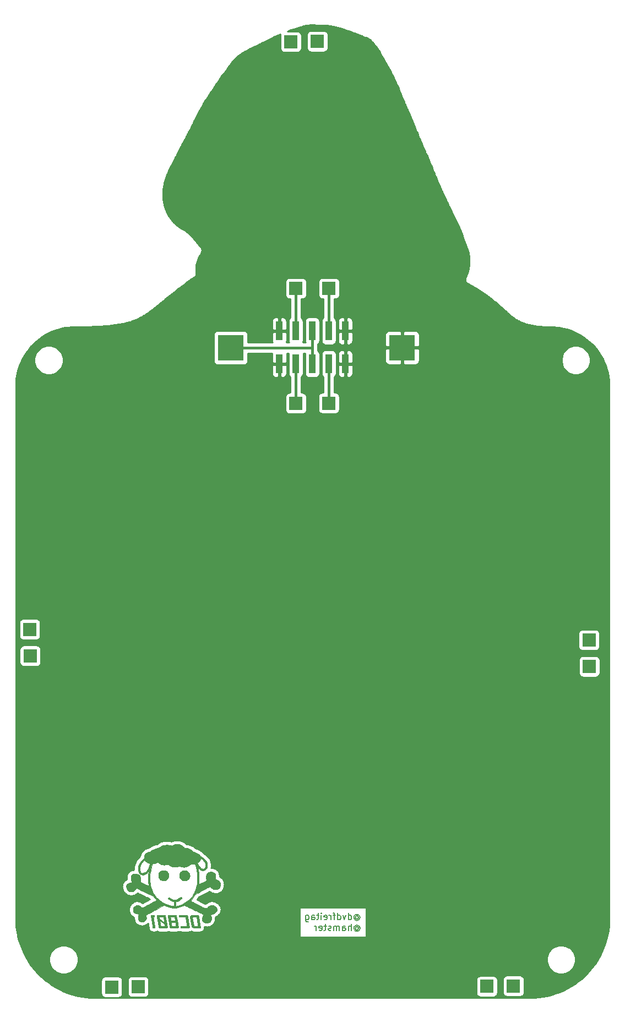
<source format=gbl>
G04 #@! TF.GenerationSoftware,KiCad,Pcbnew,(5.1.9)-1*
G04 #@! TF.CreationDate,2021-01-16T23:43:25-07:00*
G04 #@! TF.ProjectId,purplewizard-ART,70757270-6c65-4776-997a-6172642d4152,1*
G04 #@! TF.SameCoordinates,Original*
G04 #@! TF.FileFunction,Copper,L2,Bot*
G04 #@! TF.FilePolarity,Positive*
%FSLAX46Y46*%
G04 Gerber Fmt 4.6, Leading zero omitted, Abs format (unit mm)*
G04 Created by KiCad (PCBNEW (5.1.9)-1) date 2021-01-16 23:43:25*
%MOMM*%
%LPD*%
G01*
G04 APERTURE LIST*
G04 #@! TA.AperFunction,NonConductor*
%ADD10C,0.150000*%
G04 #@! TD*
G04 #@! TA.AperFunction,EtchedComponent*
%ADD11C,0.010000*%
G04 #@! TD*
G04 #@! TA.AperFunction,SMDPad,CuDef*
%ADD12R,2.000000X2.000000*%
G04 #@! TD*
G04 #@! TA.AperFunction,SMDPad,CuDef*
%ADD13R,1.000000X3.000000*%
G04 #@! TD*
G04 #@! TA.AperFunction,SMDPad,CuDef*
%ADD14R,4.000000X4.000000*%
G04 #@! TD*
G04 #@! TA.AperFunction,ViaPad*
%ADD15C,0.800000*%
G04 #@! TD*
G04 #@! TA.AperFunction,Conductor*
%ADD16C,0.381000*%
G04 #@! TD*
G04 #@! TA.AperFunction,Conductor*
%ADD17C,0.254000*%
G04 #@! TD*
G04 #@! TA.AperFunction,Conductor*
%ADD18C,0.100000*%
G04 #@! TD*
G04 APERTURE END LIST*
D10*
X150161957Y-160530990D02*
X150209576Y-160483371D01*
X150304814Y-160435752D01*
X150400052Y-160435752D01*
X150495290Y-160483371D01*
X150542909Y-160530990D01*
X150590528Y-160626228D01*
X150590528Y-160721466D01*
X150542909Y-160816704D01*
X150495290Y-160864323D01*
X150400052Y-160911942D01*
X150304814Y-160911942D01*
X150209576Y-160864323D01*
X150161957Y-160816704D01*
X150161957Y-160435752D02*
X150161957Y-160816704D01*
X150114338Y-160864323D01*
X150066719Y-160864323D01*
X149971480Y-160816704D01*
X149923861Y-160721466D01*
X149923861Y-160483371D01*
X150019100Y-160340514D01*
X150161957Y-160245276D01*
X150352433Y-160197657D01*
X150542909Y-160245276D01*
X150685766Y-160340514D01*
X150781004Y-160483371D01*
X150828623Y-160673847D01*
X150781004Y-160864323D01*
X150685766Y-161007180D01*
X150542909Y-161102419D01*
X150352433Y-161150038D01*
X150161957Y-161102419D01*
X150019100Y-161007180D01*
X149066719Y-161007180D02*
X149066719Y-160007180D01*
X149066719Y-160959561D02*
X149161957Y-161007180D01*
X149352433Y-161007180D01*
X149447671Y-160959561D01*
X149495290Y-160911942D01*
X149542909Y-160816704D01*
X149542909Y-160530990D01*
X149495290Y-160435752D01*
X149447671Y-160388133D01*
X149352433Y-160340514D01*
X149161957Y-160340514D01*
X149066719Y-160388133D01*
X148685766Y-160340514D02*
X148447671Y-161007180D01*
X148209576Y-160340514D01*
X147400052Y-161007180D02*
X147400052Y-160007180D01*
X147400052Y-160959561D02*
X147495290Y-161007180D01*
X147685766Y-161007180D01*
X147781004Y-160959561D01*
X147828623Y-160911942D01*
X147876242Y-160816704D01*
X147876242Y-160530990D01*
X147828623Y-160435752D01*
X147781004Y-160388133D01*
X147685766Y-160340514D01*
X147495290Y-160340514D01*
X147400052Y-160388133D01*
X147066719Y-160340514D02*
X146685766Y-160340514D01*
X146923861Y-161007180D02*
X146923861Y-160150038D01*
X146876242Y-160054800D01*
X146781004Y-160007180D01*
X146685766Y-160007180D01*
X146352433Y-161007180D02*
X146352433Y-160340514D01*
X146352433Y-160530990D02*
X146304814Y-160435752D01*
X146257195Y-160388133D01*
X146161957Y-160340514D01*
X146066719Y-160340514D01*
X145352433Y-160959561D02*
X145447671Y-161007180D01*
X145638147Y-161007180D01*
X145733385Y-160959561D01*
X145781004Y-160864323D01*
X145781004Y-160483371D01*
X145733385Y-160388133D01*
X145638147Y-160340514D01*
X145447671Y-160340514D01*
X145352433Y-160388133D01*
X145304814Y-160483371D01*
X145304814Y-160578609D01*
X145781004Y-160673847D01*
X144876242Y-161007180D02*
X144876242Y-160340514D01*
X144876242Y-160007180D02*
X144923861Y-160054800D01*
X144876242Y-160102419D01*
X144828623Y-160054800D01*
X144876242Y-160007180D01*
X144876242Y-160102419D01*
X144542909Y-160340514D02*
X144161957Y-160340514D01*
X144400052Y-160007180D02*
X144400052Y-160864323D01*
X144352433Y-160959561D01*
X144257195Y-161007180D01*
X144161957Y-161007180D01*
X143400052Y-161007180D02*
X143400052Y-160483371D01*
X143447671Y-160388133D01*
X143542909Y-160340514D01*
X143733385Y-160340514D01*
X143828623Y-160388133D01*
X143400052Y-160959561D02*
X143495290Y-161007180D01*
X143733385Y-161007180D01*
X143828623Y-160959561D01*
X143876242Y-160864323D01*
X143876242Y-160769085D01*
X143828623Y-160673847D01*
X143733385Y-160626228D01*
X143495290Y-160626228D01*
X143400052Y-160578609D01*
X142495290Y-160340514D02*
X142495290Y-161150038D01*
X142542909Y-161245276D01*
X142590528Y-161292895D01*
X142685766Y-161340514D01*
X142828623Y-161340514D01*
X142923861Y-161292895D01*
X142495290Y-160959561D02*
X142590528Y-161007180D01*
X142781004Y-161007180D01*
X142876242Y-160959561D01*
X142923861Y-160911942D01*
X142971480Y-160816704D01*
X142971480Y-160530990D01*
X142923861Y-160435752D01*
X142876242Y-160388133D01*
X142781004Y-160340514D01*
X142590528Y-160340514D01*
X142495290Y-160388133D01*
X150161957Y-162180990D02*
X150209576Y-162133371D01*
X150304814Y-162085752D01*
X150400052Y-162085752D01*
X150495290Y-162133371D01*
X150542909Y-162180990D01*
X150590528Y-162276228D01*
X150590528Y-162371466D01*
X150542909Y-162466704D01*
X150495290Y-162514323D01*
X150400052Y-162561942D01*
X150304814Y-162561942D01*
X150209576Y-162514323D01*
X150161957Y-162466704D01*
X150161957Y-162085752D02*
X150161957Y-162466704D01*
X150114338Y-162514323D01*
X150066719Y-162514323D01*
X149971480Y-162466704D01*
X149923861Y-162371466D01*
X149923861Y-162133371D01*
X150019100Y-161990514D01*
X150161957Y-161895276D01*
X150352433Y-161847657D01*
X150542909Y-161895276D01*
X150685766Y-161990514D01*
X150781004Y-162133371D01*
X150828623Y-162323847D01*
X150781004Y-162514323D01*
X150685766Y-162657180D01*
X150542909Y-162752419D01*
X150352433Y-162800038D01*
X150161957Y-162752419D01*
X150019100Y-162657180D01*
X149495290Y-162657180D02*
X149495290Y-161657180D01*
X149066719Y-162657180D02*
X149066719Y-162133371D01*
X149114338Y-162038133D01*
X149209576Y-161990514D01*
X149352433Y-161990514D01*
X149447671Y-162038133D01*
X149495290Y-162085752D01*
X148161957Y-162657180D02*
X148161957Y-162133371D01*
X148209576Y-162038133D01*
X148304814Y-161990514D01*
X148495290Y-161990514D01*
X148590528Y-162038133D01*
X148161957Y-162609561D02*
X148257195Y-162657180D01*
X148495290Y-162657180D01*
X148590528Y-162609561D01*
X148638147Y-162514323D01*
X148638147Y-162419085D01*
X148590528Y-162323847D01*
X148495290Y-162276228D01*
X148257195Y-162276228D01*
X148161957Y-162228609D01*
X147685766Y-162657180D02*
X147685766Y-161990514D01*
X147685766Y-162085752D02*
X147638147Y-162038133D01*
X147542909Y-161990514D01*
X147400052Y-161990514D01*
X147304814Y-162038133D01*
X147257195Y-162133371D01*
X147257195Y-162657180D01*
X147257195Y-162133371D02*
X147209576Y-162038133D01*
X147114338Y-161990514D01*
X146971480Y-161990514D01*
X146876242Y-162038133D01*
X146828623Y-162133371D01*
X146828623Y-162657180D01*
X146400052Y-162609561D02*
X146304814Y-162657180D01*
X146114338Y-162657180D01*
X146019100Y-162609561D01*
X145971480Y-162514323D01*
X145971480Y-162466704D01*
X146019100Y-162371466D01*
X146114338Y-162323847D01*
X146257195Y-162323847D01*
X146352433Y-162276228D01*
X146400052Y-162180990D01*
X146400052Y-162133371D01*
X146352433Y-162038133D01*
X146257195Y-161990514D01*
X146114338Y-161990514D01*
X146019100Y-162038133D01*
X145685766Y-161990514D02*
X145304814Y-161990514D01*
X145542909Y-161657180D02*
X145542909Y-162514323D01*
X145495290Y-162609561D01*
X145400052Y-162657180D01*
X145304814Y-162657180D01*
X144590528Y-162609561D02*
X144685766Y-162657180D01*
X144876242Y-162657180D01*
X144971480Y-162609561D01*
X145019100Y-162514323D01*
X145019100Y-162133371D01*
X144971480Y-162038133D01*
X144876242Y-161990514D01*
X144685766Y-161990514D01*
X144590528Y-162038133D01*
X144542909Y-162133371D01*
X144542909Y-162228609D01*
X145019100Y-162323847D01*
X144114338Y-162657180D02*
X144114338Y-161990514D01*
X144114338Y-162180990D02*
X144066719Y-162085752D01*
X144019100Y-162038133D01*
X143923861Y-161990514D01*
X143828623Y-161990514D01*
D11*
G36*
X124803683Y-160400820D02*
G01*
X124702135Y-160503278D01*
X124825011Y-161263116D01*
X124849669Y-161415222D01*
X124872961Y-161558174D01*
X124894363Y-161688822D01*
X124913356Y-161804014D01*
X124929416Y-161900599D01*
X124942023Y-161975426D01*
X124950655Y-162025344D01*
X124954790Y-162047203D01*
X124954877Y-162047532D01*
X124970000Y-162066824D01*
X125005261Y-162099378D01*
X125054854Y-162140087D01*
X125095006Y-162170717D01*
X125228144Y-162269325D01*
X125751950Y-162269325D01*
X125877960Y-162269014D01*
X125993712Y-162268133D01*
X126095399Y-162266757D01*
X126179213Y-162264962D01*
X126241346Y-162262823D01*
X126277992Y-162260415D01*
X126286354Y-162258728D01*
X126294499Y-162236247D01*
X126297223Y-162207070D01*
X126294738Y-162177824D01*
X126287469Y-162121587D01*
X126275985Y-162041771D01*
X126266036Y-161976020D01*
X125931368Y-161976020D01*
X125926874Y-161984444D01*
X125910709Y-161990578D01*
X125878848Y-161994745D01*
X125827266Y-161997270D01*
X125751937Y-161998475D01*
X125649234Y-161998684D01*
X125367100Y-161998257D01*
X125315621Y-161954974D01*
X125264141Y-161911690D01*
X125059577Y-160655996D01*
X125092924Y-160620232D01*
X125106023Y-160607571D01*
X125121412Y-160598315D01*
X125143902Y-160591930D01*
X125178304Y-160587886D01*
X125229431Y-160585649D01*
X125302094Y-160584688D01*
X125401103Y-160584470D01*
X125416293Y-160584469D01*
X125706314Y-160584469D01*
X125715254Y-160628180D01*
X125720841Y-160658807D01*
X125730472Y-160715244D01*
X125743504Y-160793482D01*
X125759293Y-160889513D01*
X125777198Y-160999329D01*
X125796576Y-161118920D01*
X125816783Y-161244278D01*
X125837178Y-161371395D01*
X125857117Y-161496262D01*
X125875958Y-161614870D01*
X125893057Y-161723211D01*
X125907773Y-161817276D01*
X125919462Y-161893056D01*
X125927482Y-161946544D01*
X125931190Y-161973730D01*
X125931368Y-161976020D01*
X126266036Y-161976020D01*
X126260856Y-161941788D01*
X126242650Y-161825048D01*
X126221938Y-161694965D01*
X126199288Y-161554950D01*
X126175270Y-161408413D01*
X126150453Y-161258768D01*
X126125406Y-161109425D01*
X126100700Y-160963796D01*
X126076902Y-160825294D01*
X126054583Y-160697328D01*
X126034313Y-160583312D01*
X126016659Y-160486657D01*
X126002192Y-160410775D01*
X125991481Y-160359076D01*
X125985095Y-160334974D01*
X125984663Y-160334124D01*
X125962425Y-160298361D01*
X124905231Y-160298361D01*
X124803683Y-160400820D01*
G37*
X124803683Y-160400820D02*
X124702135Y-160503278D01*
X124825011Y-161263116D01*
X124849669Y-161415222D01*
X124872961Y-161558174D01*
X124894363Y-161688822D01*
X124913356Y-161804014D01*
X124929416Y-161900599D01*
X124942023Y-161975426D01*
X124950655Y-162025344D01*
X124954790Y-162047203D01*
X124954877Y-162047532D01*
X124970000Y-162066824D01*
X125005261Y-162099378D01*
X125054854Y-162140087D01*
X125095006Y-162170717D01*
X125228144Y-162269325D01*
X125751950Y-162269325D01*
X125877960Y-162269014D01*
X125993712Y-162268133D01*
X126095399Y-162266757D01*
X126179213Y-162264962D01*
X126241346Y-162262823D01*
X126277992Y-162260415D01*
X126286354Y-162258728D01*
X126294499Y-162236247D01*
X126297223Y-162207070D01*
X126294738Y-162177824D01*
X126287469Y-162121587D01*
X126275985Y-162041771D01*
X126266036Y-161976020D01*
X125931368Y-161976020D01*
X125926874Y-161984444D01*
X125910709Y-161990578D01*
X125878848Y-161994745D01*
X125827266Y-161997270D01*
X125751937Y-161998475D01*
X125649234Y-161998684D01*
X125367100Y-161998257D01*
X125315621Y-161954974D01*
X125264141Y-161911690D01*
X125059577Y-160655996D01*
X125092924Y-160620232D01*
X125106023Y-160607571D01*
X125121412Y-160598315D01*
X125143902Y-160591930D01*
X125178304Y-160587886D01*
X125229431Y-160585649D01*
X125302094Y-160584688D01*
X125401103Y-160584470D01*
X125416293Y-160584469D01*
X125706314Y-160584469D01*
X125715254Y-160628180D01*
X125720841Y-160658807D01*
X125730472Y-160715244D01*
X125743504Y-160793482D01*
X125759293Y-160889513D01*
X125777198Y-160999329D01*
X125796576Y-161118920D01*
X125816783Y-161244278D01*
X125837178Y-161371395D01*
X125857117Y-161496262D01*
X125875958Y-161614870D01*
X125893057Y-161723211D01*
X125907773Y-161817276D01*
X125919462Y-161893056D01*
X125927482Y-161946544D01*
X125931190Y-161973730D01*
X125931368Y-161976020D01*
X126266036Y-161976020D01*
X126260856Y-161941788D01*
X126242650Y-161825048D01*
X126221938Y-161694965D01*
X126199288Y-161554950D01*
X126175270Y-161408413D01*
X126150453Y-161258768D01*
X126125406Y-161109425D01*
X126100700Y-160963796D01*
X126076902Y-160825294D01*
X126054583Y-160697328D01*
X126034313Y-160583312D01*
X126016659Y-160486657D01*
X126002192Y-160410775D01*
X125991481Y-160359076D01*
X125985095Y-160334974D01*
X125984663Y-160334124D01*
X125962425Y-160298361D01*
X124905231Y-160298361D01*
X124803683Y-160400820D01*
G36*
X123477330Y-160299080D02*
G01*
X123353543Y-160300184D01*
X123243062Y-160301888D01*
X123149592Y-160304105D01*
X123076835Y-160306746D01*
X123028497Y-160309724D01*
X123008335Y-160312917D01*
X122996087Y-160329786D01*
X122991813Y-160363959D01*
X122994750Y-160422105D01*
X122995239Y-160427609D01*
X122999076Y-160470080D01*
X123004228Y-160504107D01*
X123013944Y-160530624D01*
X123031474Y-160550567D01*
X123060067Y-160564869D01*
X123102973Y-160574466D01*
X123163441Y-160580291D01*
X123244721Y-160583279D01*
X123350061Y-160584365D01*
X123482711Y-160584483D01*
X123540648Y-160584469D01*
X124007483Y-160584469D01*
X124015920Y-160620232D01*
X124021391Y-160648421D01*
X124030934Y-160702982D01*
X124043901Y-160779852D01*
X124059642Y-160874968D01*
X124077509Y-160984267D01*
X124096855Y-161103687D01*
X124117030Y-161229164D01*
X124137387Y-161356636D01*
X124157277Y-161482040D01*
X124176052Y-161601313D01*
X124193063Y-161710392D01*
X124207661Y-161805215D01*
X124219200Y-161881718D01*
X124227030Y-161935839D01*
X124230502Y-161963516D01*
X124230617Y-161965603D01*
X124229975Y-161975131D01*
X124225813Y-161982656D01*
X124214777Y-161988415D01*
X124193512Y-161992644D01*
X124158665Y-161995579D01*
X124106881Y-161997457D01*
X124034807Y-161998514D01*
X123939088Y-161998985D01*
X123816371Y-161999108D01*
X123754709Y-161999112D01*
X123595689Y-161999682D01*
X123467892Y-162001390D01*
X123371442Y-162004232D01*
X123306463Y-162008203D01*
X123273078Y-162013299D01*
X123268453Y-162015855D01*
X123263214Y-162044494D01*
X123265233Y-162092295D01*
X123272784Y-162147925D01*
X123284140Y-162200054D01*
X123297573Y-162237349D01*
X123303519Y-162245964D01*
X123313715Y-162252074D01*
X123332827Y-162257051D01*
X123363780Y-162261003D01*
X123409501Y-162264041D01*
X123472916Y-162266272D01*
X123556952Y-162267806D01*
X123664534Y-162268753D01*
X123798588Y-162269221D01*
X123929750Y-162269325D01*
X124084212Y-162269267D01*
X124210024Y-162268988D01*
X124310326Y-162268331D01*
X124388260Y-162267139D01*
X124446964Y-162265254D01*
X124489579Y-162262519D01*
X124519246Y-162258777D01*
X124539104Y-162253870D01*
X124552293Y-162247642D01*
X124561954Y-162239935D01*
X124564409Y-162237535D01*
X124588411Y-162201300D01*
X124596383Y-162169982D01*
X124593882Y-162144181D01*
X124586656Y-162090859D01*
X124575290Y-162013580D01*
X124560370Y-161915908D01*
X124542479Y-161801409D01*
X124522203Y-161673646D01*
X124500126Y-161536185D01*
X124476834Y-161392590D01*
X124452910Y-161246425D01*
X124428941Y-161101257D01*
X124405510Y-160960648D01*
X124383202Y-160828164D01*
X124362603Y-160707370D01*
X124344297Y-160601830D01*
X124328869Y-160515109D01*
X124316903Y-160450771D01*
X124308985Y-160412381D01*
X124306628Y-160403772D01*
X124280398Y-160363659D01*
X124241515Y-160329377D01*
X124239831Y-160328330D01*
X124225218Y-160320517D01*
X124207422Y-160314196D01*
X124183146Y-160309211D01*
X124149094Y-160305408D01*
X124101967Y-160302631D01*
X124038469Y-160300724D01*
X123955303Y-160299531D01*
X123849171Y-160298898D01*
X123716776Y-160298669D01*
X123610717Y-160298664D01*
X123477330Y-160299080D01*
G37*
X123477330Y-160299080D02*
X123353543Y-160300184D01*
X123243062Y-160301888D01*
X123149592Y-160304105D01*
X123076835Y-160306746D01*
X123028497Y-160309724D01*
X123008335Y-160312917D01*
X122996087Y-160329786D01*
X122991813Y-160363959D01*
X122994750Y-160422105D01*
X122995239Y-160427609D01*
X122999076Y-160470080D01*
X123004228Y-160504107D01*
X123013944Y-160530624D01*
X123031474Y-160550567D01*
X123060067Y-160564869D01*
X123102973Y-160574466D01*
X123163441Y-160580291D01*
X123244721Y-160583279D01*
X123350061Y-160584365D01*
X123482711Y-160584483D01*
X123540648Y-160584469D01*
X124007483Y-160584469D01*
X124015920Y-160620232D01*
X124021391Y-160648421D01*
X124030934Y-160702982D01*
X124043901Y-160779852D01*
X124059642Y-160874968D01*
X124077509Y-160984267D01*
X124096855Y-161103687D01*
X124117030Y-161229164D01*
X124137387Y-161356636D01*
X124157277Y-161482040D01*
X124176052Y-161601313D01*
X124193063Y-161710392D01*
X124207661Y-161805215D01*
X124219200Y-161881718D01*
X124227030Y-161935839D01*
X124230502Y-161963516D01*
X124230617Y-161965603D01*
X124229975Y-161975131D01*
X124225813Y-161982656D01*
X124214777Y-161988415D01*
X124193512Y-161992644D01*
X124158665Y-161995579D01*
X124106881Y-161997457D01*
X124034807Y-161998514D01*
X123939088Y-161998985D01*
X123816371Y-161999108D01*
X123754709Y-161999112D01*
X123595689Y-161999682D01*
X123467892Y-162001390D01*
X123371442Y-162004232D01*
X123306463Y-162008203D01*
X123273078Y-162013299D01*
X123268453Y-162015855D01*
X123263214Y-162044494D01*
X123265233Y-162092295D01*
X123272784Y-162147925D01*
X123284140Y-162200054D01*
X123297573Y-162237349D01*
X123303519Y-162245964D01*
X123313715Y-162252074D01*
X123332827Y-162257051D01*
X123363780Y-162261003D01*
X123409501Y-162264041D01*
X123472916Y-162266272D01*
X123556952Y-162267806D01*
X123664534Y-162268753D01*
X123798588Y-162269221D01*
X123929750Y-162269325D01*
X124084212Y-162269267D01*
X124210024Y-162268988D01*
X124310326Y-162268331D01*
X124388260Y-162267139D01*
X124446964Y-162265254D01*
X124489579Y-162262519D01*
X124519246Y-162258777D01*
X124539104Y-162253870D01*
X124552293Y-162247642D01*
X124561954Y-162239935D01*
X124564409Y-162237535D01*
X124588411Y-162201300D01*
X124596383Y-162169982D01*
X124593882Y-162144181D01*
X124586656Y-162090859D01*
X124575290Y-162013580D01*
X124560370Y-161915908D01*
X124542479Y-161801409D01*
X124522203Y-161673646D01*
X124500126Y-161536185D01*
X124476834Y-161392590D01*
X124452910Y-161246425D01*
X124428941Y-161101257D01*
X124405510Y-160960648D01*
X124383202Y-160828164D01*
X124362603Y-160707370D01*
X124344297Y-160601830D01*
X124328869Y-160515109D01*
X124316903Y-160450771D01*
X124308985Y-160412381D01*
X124306628Y-160403772D01*
X124280398Y-160363659D01*
X124241515Y-160329377D01*
X124239831Y-160328330D01*
X124225218Y-160320517D01*
X124207422Y-160314196D01*
X124183146Y-160309211D01*
X124149094Y-160305408D01*
X124101967Y-160302631D01*
X124038469Y-160300724D01*
X123955303Y-160299531D01*
X123849171Y-160298898D01*
X123716776Y-160298669D01*
X123610717Y-160298664D01*
X123477330Y-160299080D01*
G36*
X121344976Y-160337376D02*
G01*
X121314890Y-160382428D01*
X121306462Y-160420824D01*
X121309072Y-160444584D01*
X121316393Y-160496669D01*
X121327950Y-160574039D01*
X121343269Y-160673654D01*
X121361875Y-160792475D01*
X121383295Y-160927462D01*
X121407054Y-161075575D01*
X121432678Y-161233775D01*
X121447122Y-161322322D01*
X121587281Y-162179387D01*
X121637611Y-162224356D01*
X121687940Y-162269325D01*
X122255931Y-162268841D01*
X122415206Y-162268250D01*
X122552834Y-162266801D01*
X122666887Y-162264547D01*
X122755439Y-162261543D01*
X122816561Y-162257841D01*
X122848328Y-162253495D01*
X122851542Y-162252266D01*
X122865488Y-162243620D01*
X122876917Y-162233676D01*
X122885619Y-162219974D01*
X122891380Y-162200054D01*
X122893986Y-162171459D01*
X122893225Y-162131729D01*
X122888884Y-162078405D01*
X122880750Y-162009027D01*
X122875539Y-161971296D01*
X122544770Y-161971296D01*
X122542946Y-161980679D01*
X122534052Y-161987688D01*
X122514098Y-161992666D01*
X122479091Y-161995955D01*
X122425042Y-161997897D01*
X122347960Y-161998833D01*
X122243853Y-161999107D01*
X122220219Y-161999112D01*
X122110823Y-161999033D01*
X122029060Y-161998498D01*
X121970773Y-161997061D01*
X121931805Y-161994278D01*
X121907998Y-161989702D01*
X121895196Y-161982888D01*
X121889242Y-161973391D01*
X121886568Y-161963349D01*
X121881347Y-161936329D01*
X121872466Y-161886324D01*
X121861010Y-161819845D01*
X121848064Y-161743406D01*
X121834716Y-161663518D01*
X121822051Y-161586694D01*
X121811153Y-161519448D01*
X121803110Y-161468291D01*
X121799007Y-161439736D01*
X121798702Y-161436333D01*
X121813815Y-161433517D01*
X121856038Y-161431414D01*
X121920696Y-161430107D01*
X122003117Y-161429676D01*
X122098627Y-161430205D01*
X122128029Y-161430548D01*
X122457357Y-161434844D01*
X122500568Y-161689162D01*
X122515285Y-161777086D01*
X122527976Y-161855397D01*
X122537703Y-161918106D01*
X122543528Y-161959224D01*
X122544770Y-161971296D01*
X122875539Y-161971296D01*
X122868611Y-161921137D01*
X122852252Y-161812276D01*
X122831461Y-161679984D01*
X122806026Y-161521803D01*
X122775733Y-161335273D01*
X122768035Y-161287974D01*
X122740999Y-161121870D01*
X122402707Y-161121870D01*
X122393697Y-161128705D01*
X122364868Y-161133848D01*
X122313527Y-161137455D01*
X122236977Y-161139685D01*
X122132522Y-161140692D01*
X122077583Y-161140789D01*
X121752458Y-161140789D01*
X121742866Y-161089131D01*
X121736895Y-161054835D01*
X121727152Y-160996489D01*
X121714847Y-160921439D01*
X121701192Y-160837031D01*
X121697011Y-160810971D01*
X121660748Y-160584469D01*
X122318942Y-160584469D01*
X122360825Y-160843710D01*
X122374860Y-160931681D01*
X122386895Y-161009214D01*
X122396074Y-161070628D01*
X122401544Y-161110245D01*
X122402707Y-161121870D01*
X122740999Y-161121870D01*
X122623776Y-160401678D01*
X122569107Y-160350019D01*
X122514438Y-160298361D01*
X121383991Y-160298361D01*
X121344976Y-160337376D01*
G37*
X121344976Y-160337376D02*
X121314890Y-160382428D01*
X121306462Y-160420824D01*
X121309072Y-160444584D01*
X121316393Y-160496669D01*
X121327950Y-160574039D01*
X121343269Y-160673654D01*
X121361875Y-160792475D01*
X121383295Y-160927462D01*
X121407054Y-161075575D01*
X121432678Y-161233775D01*
X121447122Y-161322322D01*
X121587281Y-162179387D01*
X121637611Y-162224356D01*
X121687940Y-162269325D01*
X122255931Y-162268841D01*
X122415206Y-162268250D01*
X122552834Y-162266801D01*
X122666887Y-162264547D01*
X122755439Y-162261543D01*
X122816561Y-162257841D01*
X122848328Y-162253495D01*
X122851542Y-162252266D01*
X122865488Y-162243620D01*
X122876917Y-162233676D01*
X122885619Y-162219974D01*
X122891380Y-162200054D01*
X122893986Y-162171459D01*
X122893225Y-162131729D01*
X122888884Y-162078405D01*
X122880750Y-162009027D01*
X122875539Y-161971296D01*
X122544770Y-161971296D01*
X122542946Y-161980679D01*
X122534052Y-161987688D01*
X122514098Y-161992666D01*
X122479091Y-161995955D01*
X122425042Y-161997897D01*
X122347960Y-161998833D01*
X122243853Y-161999107D01*
X122220219Y-161999112D01*
X122110823Y-161999033D01*
X122029060Y-161998498D01*
X121970773Y-161997061D01*
X121931805Y-161994278D01*
X121907998Y-161989702D01*
X121895196Y-161982888D01*
X121889242Y-161973391D01*
X121886568Y-161963349D01*
X121881347Y-161936329D01*
X121872466Y-161886324D01*
X121861010Y-161819845D01*
X121848064Y-161743406D01*
X121834716Y-161663518D01*
X121822051Y-161586694D01*
X121811153Y-161519448D01*
X121803110Y-161468291D01*
X121799007Y-161439736D01*
X121798702Y-161436333D01*
X121813815Y-161433517D01*
X121856038Y-161431414D01*
X121920696Y-161430107D01*
X122003117Y-161429676D01*
X122098627Y-161430205D01*
X122128029Y-161430548D01*
X122457357Y-161434844D01*
X122500568Y-161689162D01*
X122515285Y-161777086D01*
X122527976Y-161855397D01*
X122537703Y-161918106D01*
X122543528Y-161959224D01*
X122544770Y-161971296D01*
X122875539Y-161971296D01*
X122868611Y-161921137D01*
X122852252Y-161812276D01*
X122831461Y-161679984D01*
X122806026Y-161521803D01*
X122775733Y-161335273D01*
X122768035Y-161287974D01*
X122740999Y-161121870D01*
X122402707Y-161121870D01*
X122393697Y-161128705D01*
X122364868Y-161133848D01*
X122313527Y-161137455D01*
X122236977Y-161139685D01*
X122132522Y-161140692D01*
X122077583Y-161140789D01*
X121752458Y-161140789D01*
X121742866Y-161089131D01*
X121736895Y-161054835D01*
X121727152Y-160996489D01*
X121714847Y-160921439D01*
X121701192Y-160837031D01*
X121697011Y-160810971D01*
X121660748Y-160584469D01*
X122318942Y-160584469D01*
X122360825Y-160843710D01*
X122374860Y-160931681D01*
X122386895Y-161009214D01*
X122396074Y-161070628D01*
X122401544Y-161110245D01*
X122402707Y-161121870D01*
X122740999Y-161121870D01*
X122623776Y-160401678D01*
X122569107Y-160350019D01*
X122514438Y-160298361D01*
X121383991Y-160298361D01*
X121344976Y-160337376D01*
G36*
X119644225Y-160337376D02*
G01*
X119617295Y-160374519D01*
X119605371Y-160411191D01*
X119605337Y-160412876D01*
X119607869Y-160435068D01*
X119615104Y-160485639D01*
X119626572Y-160561603D01*
X119641805Y-160659973D01*
X119660336Y-160777761D01*
X119681694Y-160911982D01*
X119705412Y-161059648D01*
X119731021Y-161217772D01*
X119746895Y-161315176D01*
X119888325Y-162180990D01*
X119937757Y-162225157D01*
X119987189Y-162269325D01*
X121132563Y-162269325D01*
X121171577Y-162230310D01*
X121197895Y-162200211D01*
X121210423Y-162178446D01*
X121210592Y-162176941D01*
X121208106Y-162159005D01*
X121200952Y-162112561D01*
X121189591Y-162040471D01*
X121179839Y-161979243D01*
X120844988Y-161979243D01*
X120837568Y-161986283D01*
X120813201Y-161991575D01*
X120768755Y-161995309D01*
X120701097Y-161997678D01*
X120607093Y-161998872D01*
X120519468Y-161999112D01*
X120410074Y-161999033D01*
X120328315Y-161998499D01*
X120270040Y-161997065D01*
X120231093Y-161994285D01*
X120207322Y-161989713D01*
X120194574Y-161982904D01*
X120188693Y-161973412D01*
X120186091Y-161963349D01*
X120178938Y-161926440D01*
X120168522Y-161867076D01*
X120155632Y-161790288D01*
X120141056Y-161701105D01*
X120125581Y-161604556D01*
X120109997Y-161505673D01*
X120095091Y-161409484D01*
X120081651Y-161321019D01*
X120070466Y-161245308D01*
X120062324Y-161187381D01*
X120058012Y-161152268D01*
X120057696Y-161143956D01*
X120070840Y-161151929D01*
X120105518Y-161176070D01*
X120157816Y-161213493D01*
X120223820Y-161261315D01*
X120299616Y-161316651D01*
X120381290Y-161376615D01*
X120464928Y-161438325D01*
X120546616Y-161498894D01*
X120622440Y-161555439D01*
X120688486Y-161605074D01*
X120740839Y-161644915D01*
X120775587Y-161672078D01*
X120785627Y-161680437D01*
X120792840Y-161699117D01*
X120803330Y-161740516D01*
X120815375Y-161795957D01*
X120827252Y-161856765D01*
X120837235Y-161914264D01*
X120843603Y-161959778D01*
X120844988Y-161979243D01*
X121179839Y-161979243D01*
X121174480Y-161945602D01*
X121156079Y-161830817D01*
X121134846Y-161698981D01*
X121111241Y-161552959D01*
X121088140Y-161410527D01*
X120747803Y-161410527D01*
X120747180Y-161421980D01*
X120744627Y-161426280D01*
X120741328Y-161426897D01*
X120726942Y-161417740D01*
X120690485Y-161391893D01*
X120635284Y-161351787D01*
X120564662Y-161299858D01*
X120481944Y-161238537D01*
X120390454Y-161170259D01*
X120379720Y-161162220D01*
X120287445Y-161093069D01*
X120203667Y-161030243D01*
X120131705Y-160976233D01*
X120074875Y-160933532D01*
X120036495Y-160904630D01*
X120019882Y-160892018D01*
X120019528Y-160891734D01*
X120013964Y-160874575D01*
X120004637Y-160833189D01*
X119993078Y-160774694D01*
X119985859Y-160735196D01*
X119959086Y-160584469D01*
X120290784Y-160584469D01*
X120389589Y-160584837D01*
X120476671Y-160585867D01*
X120547372Y-160587445D01*
X120597034Y-160589457D01*
X120620999Y-160591789D01*
X120622482Y-160592554D01*
X120624894Y-160609820D01*
X120631681Y-160654181D01*
X120642169Y-160721347D01*
X120655685Y-160807027D01*
X120671557Y-160906929D01*
X120686061Y-160997735D01*
X120706376Y-161124805D01*
X120722087Y-161223950D01*
X120733639Y-161298633D01*
X120741479Y-161352316D01*
X120746051Y-161388460D01*
X120747803Y-161410527D01*
X121088140Y-161410527D01*
X121085721Y-161395615D01*
X121067267Y-161282132D01*
X120923942Y-160401678D01*
X120868815Y-160350019D01*
X120813687Y-160298361D01*
X119683240Y-160298361D01*
X119644225Y-160337376D01*
G37*
X119644225Y-160337376D02*
X119617295Y-160374519D01*
X119605371Y-160411191D01*
X119605337Y-160412876D01*
X119607869Y-160435068D01*
X119615104Y-160485639D01*
X119626572Y-160561603D01*
X119641805Y-160659973D01*
X119660336Y-160777761D01*
X119681694Y-160911982D01*
X119705412Y-161059648D01*
X119731021Y-161217772D01*
X119746895Y-161315176D01*
X119888325Y-162180990D01*
X119937757Y-162225157D01*
X119987189Y-162269325D01*
X121132563Y-162269325D01*
X121171577Y-162230310D01*
X121197895Y-162200211D01*
X121210423Y-162178446D01*
X121210592Y-162176941D01*
X121208106Y-162159005D01*
X121200952Y-162112561D01*
X121189591Y-162040471D01*
X121179839Y-161979243D01*
X120844988Y-161979243D01*
X120837568Y-161986283D01*
X120813201Y-161991575D01*
X120768755Y-161995309D01*
X120701097Y-161997678D01*
X120607093Y-161998872D01*
X120519468Y-161999112D01*
X120410074Y-161999033D01*
X120328315Y-161998499D01*
X120270040Y-161997065D01*
X120231093Y-161994285D01*
X120207322Y-161989713D01*
X120194574Y-161982904D01*
X120188693Y-161973412D01*
X120186091Y-161963349D01*
X120178938Y-161926440D01*
X120168522Y-161867076D01*
X120155632Y-161790288D01*
X120141056Y-161701105D01*
X120125581Y-161604556D01*
X120109997Y-161505673D01*
X120095091Y-161409484D01*
X120081651Y-161321019D01*
X120070466Y-161245308D01*
X120062324Y-161187381D01*
X120058012Y-161152268D01*
X120057696Y-161143956D01*
X120070840Y-161151929D01*
X120105518Y-161176070D01*
X120157816Y-161213493D01*
X120223820Y-161261315D01*
X120299616Y-161316651D01*
X120381290Y-161376615D01*
X120464928Y-161438325D01*
X120546616Y-161498894D01*
X120622440Y-161555439D01*
X120688486Y-161605074D01*
X120740839Y-161644915D01*
X120775587Y-161672078D01*
X120785627Y-161680437D01*
X120792840Y-161699117D01*
X120803330Y-161740516D01*
X120815375Y-161795957D01*
X120827252Y-161856765D01*
X120837235Y-161914264D01*
X120843603Y-161959778D01*
X120844988Y-161979243D01*
X121179839Y-161979243D01*
X121174480Y-161945602D01*
X121156079Y-161830817D01*
X121134846Y-161698981D01*
X121111241Y-161552959D01*
X121088140Y-161410527D01*
X120747803Y-161410527D01*
X120747180Y-161421980D01*
X120744627Y-161426280D01*
X120741328Y-161426897D01*
X120726942Y-161417740D01*
X120690485Y-161391893D01*
X120635284Y-161351787D01*
X120564662Y-161299858D01*
X120481944Y-161238537D01*
X120390454Y-161170259D01*
X120379720Y-161162220D01*
X120287445Y-161093069D01*
X120203667Y-161030243D01*
X120131705Y-160976233D01*
X120074875Y-160933532D01*
X120036495Y-160904630D01*
X120019882Y-160892018D01*
X120019528Y-160891734D01*
X120013964Y-160874575D01*
X120004637Y-160833189D01*
X119993078Y-160774694D01*
X119985859Y-160735196D01*
X119959086Y-160584469D01*
X120290784Y-160584469D01*
X120389589Y-160584837D01*
X120476671Y-160585867D01*
X120547372Y-160587445D01*
X120597034Y-160589457D01*
X120620999Y-160591789D01*
X120622482Y-160592554D01*
X120624894Y-160609820D01*
X120631681Y-160654181D01*
X120642169Y-160721347D01*
X120655685Y-160807027D01*
X120671557Y-160906929D01*
X120686061Y-160997735D01*
X120706376Y-161124805D01*
X120722087Y-161223950D01*
X120733639Y-161298633D01*
X120741479Y-161352316D01*
X120746051Y-161388460D01*
X120747803Y-161410527D01*
X121088140Y-161410527D01*
X121085721Y-161395615D01*
X121067267Y-161282132D01*
X120923942Y-160401678D01*
X120868815Y-160350019D01*
X120813687Y-160298361D01*
X119683240Y-160298361D01*
X119644225Y-160337376D01*
G36*
X118843412Y-160298740D02*
G01*
X118777913Y-160300247D01*
X118734249Y-160303436D01*
X118707447Y-160308859D01*
X118692532Y-160317070D01*
X118685733Y-160326177D01*
X118684590Y-160346944D01*
X118688624Y-160395442D01*
X118697909Y-160472173D01*
X118712517Y-160577642D01*
X118732520Y-160712351D01*
X118757991Y-160876804D01*
X118789003Y-161071505D01*
X118825628Y-161296957D01*
X118827385Y-161307685D01*
X118855221Y-161477581D01*
X118881498Y-161637922D01*
X118905771Y-161785998D01*
X118927596Y-161919103D01*
X118946529Y-162034528D01*
X118962125Y-162129565D01*
X118973940Y-162201505D01*
X118981530Y-162247640D01*
X118984451Y-162265262D01*
X118984468Y-162265351D01*
X118999631Y-162266982D01*
X119039978Y-162268288D01*
X119098903Y-162269114D01*
X119152509Y-162269325D01*
X119226781Y-162269082D01*
X119274640Y-162267547D01*
X119301462Y-162263512D01*
X119312624Y-162255767D01*
X119313502Y-162243103D01*
X119311541Y-162233561D01*
X119307316Y-162210539D01*
X119298783Y-162160309D01*
X119286522Y-162086488D01*
X119271114Y-161992694D01*
X119253141Y-161882540D01*
X119233184Y-161759645D01*
X119211825Y-161627624D01*
X119189644Y-161490094D01*
X119167224Y-161350670D01*
X119145145Y-161212969D01*
X119123989Y-161080608D01*
X119104338Y-160957201D01*
X119086772Y-160846367D01*
X119071873Y-160751720D01*
X119060222Y-160676878D01*
X119052402Y-160625456D01*
X119048992Y-160601071D01*
X119048890Y-160599756D01*
X119063146Y-160590797D01*
X119099412Y-160585171D01*
X119124391Y-160584225D01*
X119184976Y-160581361D01*
X119220438Y-160569073D01*
X119236277Y-160541095D01*
X119237994Y-160491158D01*
X119235433Y-160457718D01*
X119229212Y-160401000D01*
X119219337Y-160359636D01*
X119201251Y-160331206D01*
X119170400Y-160313287D01*
X119122228Y-160303456D01*
X119052178Y-160299291D01*
X118955695Y-160298369D01*
X118935722Y-160298361D01*
X118843412Y-160298740D01*
G37*
X118843412Y-160298740D02*
X118777913Y-160300247D01*
X118734249Y-160303436D01*
X118707447Y-160308859D01*
X118692532Y-160317070D01*
X118685733Y-160326177D01*
X118684590Y-160346944D01*
X118688624Y-160395442D01*
X118697909Y-160472173D01*
X118712517Y-160577642D01*
X118732520Y-160712351D01*
X118757991Y-160876804D01*
X118789003Y-161071505D01*
X118825628Y-161296957D01*
X118827385Y-161307685D01*
X118855221Y-161477581D01*
X118881498Y-161637922D01*
X118905771Y-161785998D01*
X118927596Y-161919103D01*
X118946529Y-162034528D01*
X118962125Y-162129565D01*
X118973940Y-162201505D01*
X118981530Y-162247640D01*
X118984451Y-162265262D01*
X118984468Y-162265351D01*
X118999631Y-162266982D01*
X119039978Y-162268288D01*
X119098903Y-162269114D01*
X119152509Y-162269325D01*
X119226781Y-162269082D01*
X119274640Y-162267547D01*
X119301462Y-162263512D01*
X119312624Y-162255767D01*
X119313502Y-162243103D01*
X119311541Y-162233561D01*
X119307316Y-162210539D01*
X119298783Y-162160309D01*
X119286522Y-162086488D01*
X119271114Y-161992694D01*
X119253141Y-161882540D01*
X119233184Y-161759645D01*
X119211825Y-161627624D01*
X119189644Y-161490094D01*
X119167224Y-161350670D01*
X119145145Y-161212969D01*
X119123989Y-161080608D01*
X119104338Y-160957201D01*
X119086772Y-160846367D01*
X119071873Y-160751720D01*
X119060222Y-160676878D01*
X119052402Y-160625456D01*
X119048992Y-160601071D01*
X119048890Y-160599756D01*
X119063146Y-160590797D01*
X119099412Y-160585171D01*
X119124391Y-160584225D01*
X119184976Y-160581361D01*
X119220438Y-160569073D01*
X119236277Y-160541095D01*
X119237994Y-160491158D01*
X119235433Y-160457718D01*
X119229212Y-160401000D01*
X119219337Y-160359636D01*
X119201251Y-160331206D01*
X119170400Y-160313287D01*
X119122228Y-160303456D01*
X119052178Y-160299291D01*
X118955695Y-160298369D01*
X118935722Y-160298361D01*
X118843412Y-160298740D01*
G36*
X122642062Y-149399321D02*
G01*
X122436097Y-149429188D01*
X122230985Y-149484471D01*
X122032066Y-149564327D01*
X121992579Y-149583635D01*
X121892817Y-149633995D01*
X121742583Y-149585871D01*
X121501353Y-149524579D01*
X121260130Y-149494780D01*
X121020289Y-149496204D01*
X120783206Y-149528584D01*
X120550257Y-149591651D01*
X120322818Y-149685137D01*
X120102265Y-149808774D01*
X119915160Y-149942149D01*
X119884139Y-149964674D01*
X119853339Y-149980533D01*
X119815025Y-149991949D01*
X119761462Y-150001141D01*
X119684916Y-150010331D01*
X119673264Y-150011599D01*
X119450693Y-150050679D01*
X119239277Y-150117929D01*
X119041742Y-150212094D01*
X118860808Y-150331921D01*
X118728922Y-150446317D01*
X118679424Y-150490057D01*
X118633795Y-150516388D01*
X118576857Y-150533347D01*
X118556668Y-150537541D01*
X118355529Y-150589363D01*
X118174612Y-150661283D01*
X118016141Y-150752229D01*
X117882339Y-150861127D01*
X117878730Y-150864659D01*
X117777398Y-150978970D01*
X117705079Y-151096309D01*
X117659154Y-151222886D01*
X117637007Y-151364906D01*
X117634026Y-151444919D01*
X117633427Y-151580026D01*
X117550389Y-151635604D01*
X117487678Y-151683560D01*
X117411731Y-151750939D01*
X117328386Y-151831731D01*
X117243483Y-151919929D01*
X117162859Y-152009525D01*
X117092353Y-152094508D01*
X117051275Y-152149264D01*
X116962788Y-152286853D01*
X116880109Y-152438795D01*
X116808926Y-152593640D01*
X116754922Y-152739936D01*
X116749904Y-152756246D01*
X116732929Y-152815918D01*
X116721034Y-152868326D01*
X116713303Y-152921584D01*
X116708823Y-152983808D01*
X116706679Y-153063111D01*
X116706027Y-153145670D01*
X116707753Y-153277972D01*
X116715110Y-153387280D01*
X116729708Y-153482135D01*
X116753160Y-153571079D01*
X116787077Y-153662652D01*
X116816110Y-153728967D01*
X116890583Y-153857910D01*
X116983346Y-153961360D01*
X117092437Y-154038330D01*
X117215894Y-154087830D01*
X117351754Y-154108873D01*
X117498054Y-154100470D01*
X117538878Y-154093068D01*
X117636111Y-154065281D01*
X117746990Y-154021226D01*
X117861468Y-153965829D01*
X117969496Y-153904016D01*
X118061027Y-153840714D01*
X118072906Y-153831237D01*
X118130859Y-153778241D01*
X118193597Y-153711997D01*
X118248539Y-153645884D01*
X118253715Y-153638993D01*
X118291475Y-153589437D01*
X118321774Y-153552256D01*
X118340084Y-153532889D01*
X118343239Y-153531467D01*
X118343142Y-153548373D01*
X118338952Y-153590799D01*
X118331353Y-153652836D01*
X118321031Y-153728573D01*
X118317855Y-153750679D01*
X118274397Y-154129980D01*
X118253566Y-154509690D01*
X118255321Y-154884226D01*
X118279615Y-155248007D01*
X118326406Y-155595449D01*
X118332644Y-155630875D01*
X118344370Y-155698169D01*
X118353084Y-155752559D01*
X118357754Y-155787303D01*
X118358028Y-155796375D01*
X118342152Y-155792384D01*
X118301044Y-155776877D01*
X118238419Y-155751479D01*
X118157988Y-155717818D01*
X118063468Y-155677520D01*
X117958570Y-155632212D01*
X117847009Y-155583520D01*
X117732499Y-155533071D01*
X117618754Y-155482491D01*
X117509486Y-155433408D01*
X117408410Y-155387446D01*
X117319240Y-155346235D01*
X117245689Y-155311398D01*
X117203805Y-155290834D01*
X117127720Y-155248550D01*
X117078020Y-155211802D01*
X117059032Y-155187926D01*
X117052429Y-155160982D01*
X117049186Y-155114370D01*
X117049282Y-155044831D01*
X117052692Y-154949103D01*
X117056787Y-154869296D01*
X117061444Y-154765459D01*
X117063793Y-154667202D01*
X117063792Y-154581889D01*
X117061394Y-154516886D01*
X117059058Y-154492610D01*
X117026555Y-154359206D01*
X116968139Y-154244138D01*
X116883977Y-154147566D01*
X116774238Y-154069651D01*
X116639091Y-154010553D01*
X116520111Y-153978453D01*
X116434856Y-153965521D01*
X116334762Y-153958342D01*
X116227554Y-153956661D01*
X116120957Y-153960219D01*
X116022697Y-153968758D01*
X115940499Y-153982020D01*
X115882102Y-153999742D01*
X115786377Y-154051884D01*
X115714793Y-154112954D01*
X115659787Y-154189567D01*
X115654852Y-154198440D01*
X115624832Y-154270595D01*
X115607208Y-154355920D01*
X115602146Y-154457022D01*
X115609817Y-154576505D01*
X115630386Y-154716978D01*
X115664024Y-154881046D01*
X115710897Y-155071316D01*
X115711240Y-155072627D01*
X115729192Y-155142857D01*
X115743097Y-155200777D01*
X115751517Y-155240129D01*
X115753146Y-155254598D01*
X115736623Y-155259515D01*
X115695740Y-155269096D01*
X115637314Y-155281792D01*
X115590665Y-155291491D01*
X115432840Y-155327193D01*
X115302870Y-155364610D01*
X115196820Y-155405344D01*
X115110755Y-155450994D01*
X115040741Y-155503163D01*
X115018079Y-155524474D01*
X114945482Y-155618697D01*
X114899361Y-155728016D01*
X114879755Y-155849878D01*
X114886699Y-155981728D01*
X114920231Y-156121014D01*
X114980387Y-156265182D01*
X115006669Y-156314427D01*
X115084861Y-156439398D01*
X115164583Y-156535722D01*
X115250634Y-156606373D01*
X115347814Y-156654323D01*
X115460923Y-156682548D01*
X115594761Y-156694021D01*
X115620109Y-156694521D01*
X115709240Y-156693011D01*
X115779755Y-156684914D01*
X115844452Y-156668514D01*
X115864618Y-156661725D01*
X116024713Y-156589331D01*
X116180005Y-156487368D01*
X116327538Y-156358002D01*
X116426640Y-156249890D01*
X116509452Y-156151294D01*
X116591029Y-156199025D01*
X116663936Y-156239724D01*
X116761606Y-156291230D01*
X116879769Y-156351404D01*
X117014154Y-156418104D01*
X117160491Y-156489190D01*
X117314509Y-156562521D01*
X117340192Y-156574607D01*
X117455758Y-156628816D01*
X117591383Y-156692297D01*
X117741771Y-156762581D01*
X117901626Y-156837201D01*
X118065653Y-156913689D01*
X118228557Y-156989577D01*
X118385043Y-157062397D01*
X118529815Y-157129682D01*
X118657577Y-157188964D01*
X118763034Y-157237774D01*
X118783039Y-157247012D01*
X119001981Y-157348053D01*
X119100732Y-157476117D01*
X119147730Y-157533675D01*
X119210528Y-157605788D01*
X119282220Y-157684764D01*
X119355898Y-157762909D01*
X119386355Y-157794222D01*
X119447401Y-157857615D01*
X119498675Y-157913390D01*
X119536765Y-157957623D01*
X119558259Y-157986393D01*
X119561402Y-157995496D01*
X119544544Y-158006037D01*
X119502531Y-158030257D01*
X119438129Y-158066628D01*
X119354099Y-158113625D01*
X119253205Y-158169721D01*
X119138211Y-158233389D01*
X119011881Y-158303103D01*
X118876976Y-158377335D01*
X118736262Y-158454558D01*
X118592502Y-158533248D01*
X118448458Y-158611875D01*
X118306895Y-158688915D01*
X118270041Y-158708928D01*
X118112564Y-158793847D01*
X117963269Y-158873276D01*
X117824816Y-158945863D01*
X117699865Y-159010256D01*
X117591077Y-159065104D01*
X117501111Y-159109055D01*
X117432629Y-159140759D01*
X117388289Y-159158862D01*
X117378570Y-159161835D01*
X117348155Y-159161139D01*
X117308113Y-159144665D01*
X117255468Y-159110486D01*
X117187247Y-159056677D01*
X117102340Y-158982979D01*
X116992132Y-158901037D01*
X116868324Y-158837271D01*
X116738571Y-158794430D01*
X116610528Y-158775263D01*
X116528987Y-158777087D01*
X116412579Y-158803217D01*
X116301415Y-158857829D01*
X116192661Y-158942403D01*
X116168550Y-158965400D01*
X116069252Y-159083166D01*
X115997829Y-159211512D01*
X115954914Y-159347124D01*
X115941141Y-159486688D01*
X115957143Y-159626889D01*
X116003555Y-159764411D01*
X116012304Y-159782834D01*
X116066469Y-159877537D01*
X116127835Y-159951607D01*
X116201272Y-160008009D01*
X116291647Y-160049712D01*
X116403831Y-160079679D01*
X116532385Y-160099664D01*
X116635436Y-160112026D01*
X116710845Y-160121647D01*
X116762495Y-160129859D01*
X116794272Y-160137997D01*
X116810060Y-160147395D01*
X116813744Y-160159387D01*
X116809208Y-160175307D01*
X116802062Y-160192270D01*
X116758539Y-160324845D01*
X116731731Y-160474829D01*
X116720847Y-160647022D01*
X116720511Y-160687785D01*
X116723873Y-160809507D01*
X116735312Y-160907106D01*
X116757032Y-160987703D01*
X116791237Y-161058419D01*
X116840129Y-161126374D01*
X116865236Y-161155429D01*
X116960360Y-161238905D01*
X117069858Y-161297480D01*
X117189344Y-161331917D01*
X117314433Y-161342979D01*
X117440737Y-161331428D01*
X117563871Y-161298028D01*
X117679449Y-161243542D01*
X117783084Y-161168732D01*
X117870390Y-161074361D01*
X117933094Y-160969693D01*
X117953965Y-160920677D01*
X117966665Y-160876006D01*
X117973063Y-160824876D01*
X117975032Y-160756477D01*
X117975026Y-160727522D01*
X117972576Y-160641600D01*
X117964556Y-160573284D01*
X117948713Y-160508562D01*
X117931551Y-160457310D01*
X117910930Y-160399774D01*
X117894606Y-160353934D01*
X117885469Y-160327913D01*
X117884662Y-160325508D01*
X117897176Y-160315271D01*
X117934572Y-160291666D01*
X117993784Y-160256464D01*
X118071741Y-160211437D01*
X118165374Y-160158358D01*
X118271616Y-160098999D01*
X118387397Y-160035132D01*
X118389253Y-160034115D01*
X118525697Y-159959327D01*
X118670766Y-159879818D01*
X118817775Y-159799250D01*
X118960039Y-159721287D01*
X119090875Y-159649592D01*
X119203598Y-159587828D01*
X119247576Y-159563733D01*
X119493267Y-159429114D01*
X119755694Y-159285296D01*
X120023727Y-159138380D01*
X120286237Y-158994466D01*
X120484178Y-158885931D01*
X120719403Y-158756941D01*
X120825918Y-158810460D01*
X121110864Y-158939700D01*
X121402730Y-159045319D01*
X121695327Y-159125353D01*
X121982468Y-159177844D01*
X121987273Y-159178488D01*
X122250605Y-159197873D01*
X122521440Y-159186867D01*
X122800004Y-159145424D01*
X123086526Y-159073502D01*
X123381235Y-158971055D01*
X123631511Y-158863146D01*
X123803306Y-158782821D01*
X123877881Y-158815570D01*
X123911389Y-158830866D01*
X123969120Y-158857860D01*
X124046654Y-158894459D01*
X124139571Y-158938569D01*
X124243453Y-158988096D01*
X124353879Y-159040947D01*
X124373671Y-159050441D01*
X124502389Y-159112147D01*
X124641263Y-159178618D01*
X124782120Y-159245950D01*
X124916788Y-159310237D01*
X125037091Y-159367574D01*
X125112782Y-159403575D01*
X125244925Y-159466658D01*
X125385336Y-159534250D01*
X125531218Y-159604960D01*
X125679771Y-159677395D01*
X125828196Y-159750164D01*
X125973694Y-159821876D01*
X126113466Y-159891138D01*
X126244713Y-159956558D01*
X126364636Y-160016746D01*
X126470436Y-160070309D01*
X126559313Y-160115855D01*
X126628470Y-160151994D01*
X126675105Y-160177332D01*
X126696422Y-160190479D01*
X126697354Y-160191443D01*
X126717630Y-160237739D01*
X126719986Y-160289611D01*
X126703626Y-160353232D01*
X126667753Y-160434774D01*
X126665302Y-160439692D01*
X126608621Y-160575095D01*
X126571056Y-160713476D01*
X126553114Y-160849103D01*
X126555301Y-160976250D01*
X126578124Y-161089186D01*
X126602600Y-161149051D01*
X126672269Y-161251491D01*
X126767486Y-161340294D01*
X126883717Y-161412094D01*
X127016425Y-161463525D01*
X127032182Y-161467887D01*
X127101543Y-161481626D01*
X127187325Y-161491808D01*
X127279023Y-161497872D01*
X127366128Y-161499260D01*
X127438135Y-161495410D01*
X127466700Y-161491031D01*
X127593208Y-161448275D01*
X127708384Y-161379012D01*
X127808873Y-161287508D01*
X127891325Y-161178028D01*
X127952386Y-161054839D01*
X127988705Y-160922203D01*
X127997701Y-160815402D01*
X127989288Y-160715234D01*
X127966206Y-160601412D01*
X127931692Y-160486552D01*
X127888980Y-160383268D01*
X127884603Y-160374495D01*
X127865627Y-160332224D01*
X127855286Y-160299634D01*
X127854647Y-160293950D01*
X127868802Y-160277498D01*
X127906052Y-160258027D01*
X127942950Y-160244542D01*
X128012955Y-160218397D01*
X128101755Y-160179180D01*
X128201348Y-160130924D01*
X128303732Y-160077661D01*
X128400907Y-160023424D01*
X128484869Y-159972247D01*
X128490623Y-159968505D01*
X128594175Y-159891282D01*
X128687282Y-159803625D01*
X128763110Y-159712659D01*
X128810218Y-159635325D01*
X128840698Y-159540653D01*
X128849300Y-159434600D01*
X128836215Y-159328670D01*
X128803691Y-159238286D01*
X128739871Y-159141777D01*
X128650899Y-159045991D01*
X128543085Y-158956238D01*
X128422735Y-158877827D01*
X128307784Y-158820866D01*
X128253219Y-158800440D01*
X128201371Y-158788169D01*
X128140707Y-158782169D01*
X128061281Y-158780554D01*
X127986334Y-158781513D01*
X127931829Y-158786049D01*
X127886447Y-158796377D01*
X127838867Y-158814715D01*
X127803314Y-158831072D01*
X127733770Y-158865972D01*
X127668972Y-158903433D01*
X127602714Y-158947740D01*
X127528787Y-159003177D01*
X127440986Y-159074029D01*
X127390846Y-159115816D01*
X127311564Y-159180079D01*
X127248403Y-159224285D01*
X127195014Y-159250870D01*
X127145053Y-159262269D01*
X127092172Y-159260916D01*
X127038187Y-159251111D01*
X126988768Y-159235390D01*
X126912914Y-159204710D01*
X126811891Y-159159700D01*
X126686968Y-159100994D01*
X126539411Y-159029221D01*
X126370488Y-158945015D01*
X126181467Y-158849007D01*
X125973615Y-158741827D01*
X125748201Y-158624107D01*
X125506490Y-158496480D01*
X125263784Y-158367091D01*
X125156421Y-158309613D01*
X125056963Y-158256382D01*
X124969195Y-158209423D01*
X124896902Y-158170761D01*
X124843870Y-158142419D01*
X124813883Y-158126423D01*
X124809813Y-158124264D01*
X124797909Y-158115761D01*
X124795390Y-158104163D01*
X124804963Y-158085474D01*
X124829332Y-158055696D01*
X124871206Y-158010834D01*
X124922280Y-157958164D01*
X125134475Y-157722660D01*
X125323723Y-157473331D01*
X125496029Y-157202247D01*
X125500723Y-157194171D01*
X125573734Y-157068268D01*
X125788314Y-156954056D01*
X125911656Y-156888238D01*
X126057624Y-156810062D01*
X126220929Y-156722380D01*
X126396284Y-156628044D01*
X126578398Y-156529904D01*
X126761983Y-156430812D01*
X126941750Y-156333620D01*
X127112410Y-156241179D01*
X127268674Y-156156340D01*
X127344175Y-156115255D01*
X127447785Y-156059060D01*
X127542454Y-156008172D01*
X127624563Y-155964501D01*
X127690493Y-155929955D01*
X127736621Y-155906446D01*
X127759330Y-155895881D01*
X127760857Y-155895482D01*
X127776343Y-155906108D01*
X127809714Y-155935263D01*
X127856512Y-155978865D01*
X127912279Y-156032829D01*
X127930537Y-156050872D01*
X128044264Y-156156291D01*
X128150354Y-156236428D01*
X128255800Y-156294225D01*
X128367594Y-156332624D01*
X128492729Y-156354566D01*
X128638199Y-156362994D01*
X128673233Y-156363325D01*
X128759421Y-156362739D01*
X128821812Y-156359775D01*
X128868370Y-156353403D01*
X128907060Y-156342591D01*
X128940736Y-156328669D01*
X129056650Y-156258487D01*
X129156101Y-156163012D01*
X129237241Y-156045181D01*
X129298222Y-155907930D01*
X129337194Y-155754198D01*
X129346752Y-155683492D01*
X129352051Y-155515446D01*
X129331889Y-155366194D01*
X129286171Y-155235366D01*
X129214800Y-155122594D01*
X129195615Y-155100136D01*
X129136632Y-155041978D01*
X129070693Y-154993409D01*
X128990980Y-154950527D01*
X128890675Y-154909430D01*
X128818239Y-154884161D01*
X128708259Y-154843009D01*
X128628108Y-154802914D01*
X128578310Y-154764239D01*
X128559388Y-154727345D01*
X128562730Y-154706996D01*
X128592894Y-154609558D01*
X128610765Y-154492063D01*
X128616514Y-154363700D01*
X128610307Y-154233657D01*
X128592314Y-154111122D01*
X128562704Y-154005285D01*
X128549246Y-153973067D01*
X128502372Y-153898459D01*
X128434621Y-153823252D01*
X128355413Y-153756476D01*
X128274169Y-153707158D01*
X128269570Y-153705013D01*
X128179892Y-153676507D01*
X128069234Y-153660798D01*
X127945528Y-153657470D01*
X127816709Y-153666108D01*
X127690710Y-153686298D01*
X127575465Y-153717624D01*
X127507735Y-153744863D01*
X127427059Y-153793324D01*
X127349201Y-153858134D01*
X127283030Y-153930732D01*
X127237418Y-154002560D01*
X127234836Y-154008212D01*
X127206057Y-154096928D01*
X127185815Y-154208006D01*
X127174292Y-154333134D01*
X127171670Y-154464003D01*
X127178132Y-154592302D01*
X127193859Y-154709719D01*
X127217398Y-154803170D01*
X127235849Y-154860340D01*
X127244072Y-154896697D01*
X127242715Y-154921299D01*
X127232425Y-154943204D01*
X127227925Y-154950252D01*
X127207453Y-154975435D01*
X127176706Y-155002075D01*
X127132283Y-155032199D01*
X127070784Y-155067836D01*
X126988812Y-155111014D01*
X126882965Y-155163761D01*
X126813533Y-155197494D01*
X126728300Y-155237938D01*
X126633742Y-155281622D01*
X126534104Y-155326710D01*
X126433633Y-155371366D01*
X126336574Y-155413751D01*
X126247172Y-155452030D01*
X126169675Y-155484365D01*
X126108327Y-155508920D01*
X126067374Y-155523858D01*
X126051067Y-155527347D01*
X126050851Y-155510031D01*
X126055774Y-155471643D01*
X126060754Y-155442479D01*
X126066664Y-155393723D01*
X126071916Y-155317957D01*
X126076458Y-155219953D01*
X126080238Y-155104486D01*
X126083205Y-154976328D01*
X126085203Y-154846911D01*
X125833216Y-154846911D01*
X125829881Y-155014063D01*
X125821730Y-155156371D01*
X125785218Y-155489278D01*
X125732406Y-155800605D01*
X125661776Y-156096915D01*
X125571811Y-156384773D01*
X125485039Y-156613039D01*
X125365235Y-156880332D01*
X125233586Y-157123287D01*
X125085742Y-157348459D01*
X124917354Y-157562404D01*
X124724071Y-157771676D01*
X124700739Y-157795055D01*
X124453771Y-158022441D01*
X124195237Y-158225375D01*
X123928933Y-158401011D01*
X123777613Y-158486496D01*
X123716822Y-158519064D01*
X123663733Y-158548011D01*
X123626876Y-158568667D01*
X123618665Y-158573515D01*
X123563078Y-158603230D01*
X123483867Y-158639707D01*
X123387775Y-158680299D01*
X123281544Y-158722360D01*
X123171915Y-158763245D01*
X123065632Y-158800307D01*
X122969436Y-158830901D01*
X122943790Y-158838356D01*
X122886861Y-158852918D01*
X122811165Y-158870195D01*
X122726019Y-158888287D01*
X122640739Y-158905296D01*
X122564642Y-158919323D01*
X122507046Y-158928469D01*
X122493604Y-158930102D01*
X122477536Y-158918982D01*
X122473234Y-158910685D01*
X122471409Y-158889088D01*
X122470933Y-158840860D01*
X122471740Y-158771127D01*
X122473763Y-158685016D01*
X122476934Y-158587653D01*
X122477706Y-158567135D01*
X122490129Y-158244303D01*
X122616606Y-158207859D01*
X122755697Y-158158104D01*
X122904072Y-158085842D01*
X123064796Y-157989469D01*
X123169559Y-157918615D01*
X123256550Y-157857070D01*
X123320712Y-157809866D01*
X123365498Y-157773458D01*
X123394364Y-157744305D01*
X123410762Y-157718864D01*
X123418146Y-157693590D01*
X123419969Y-157664942D01*
X123419979Y-157661725D01*
X123413984Y-157611862D01*
X123391683Y-157577366D01*
X123378098Y-157565597D01*
X123341255Y-157542391D01*
X123304101Y-157534172D01*
X123261423Y-157542361D01*
X123208003Y-157568379D01*
X123138627Y-157613647D01*
X123099843Y-157641380D01*
X122979277Y-157727195D01*
X122877436Y-157795104D01*
X122789133Y-157848150D01*
X122709182Y-157889373D01*
X122632396Y-157921814D01*
X122603958Y-157932128D01*
X122470043Y-157967364D01*
X122337199Y-157978343D01*
X122202594Y-157964363D01*
X122063393Y-157924722D01*
X121916761Y-157858718D01*
X121759865Y-157765652D01*
X121663596Y-157699392D01*
X121582507Y-157644537D01*
X121519383Y-157610767D01*
X121469695Y-157596703D01*
X121428912Y-157600968D01*
X121397286Y-157618411D01*
X121362066Y-157662024D01*
X121346439Y-157717320D01*
X121353754Y-157770956D01*
X121357168Y-157778283D01*
X121391743Y-157822642D01*
X121450777Y-157875108D01*
X121528970Y-157932602D01*
X121621024Y-157992046D01*
X121721639Y-158050360D01*
X121825516Y-158104467D01*
X121927358Y-158151288D01*
X122021864Y-158187743D01*
X122100249Y-158210019D01*
X122222420Y-158236272D01*
X122215454Y-158571916D01*
X122212786Y-158672413D01*
X122209296Y-158762230D01*
X122205263Y-158836475D01*
X122200969Y-158890255D01*
X122196693Y-158918678D01*
X122195397Y-158921596D01*
X122173103Y-158926377D01*
X122125370Y-158924701D01*
X122057690Y-158917456D01*
X121975553Y-158905529D01*
X121884451Y-158889806D01*
X121789875Y-158871174D01*
X121697316Y-158850520D01*
X121612266Y-158828730D01*
X121601396Y-158825675D01*
X121286852Y-158721239D01*
X120972119Y-158587747D01*
X120661323Y-158427640D01*
X120358592Y-158243357D01*
X120068054Y-158037338D01*
X119793835Y-157812023D01*
X119630929Y-157660889D01*
X119490071Y-157518484D01*
X119371196Y-157386057D01*
X119269056Y-157257186D01*
X119178403Y-157125445D01*
X119131875Y-157050003D01*
X118976389Y-156759682D01*
X118841180Y-156446589D01*
X118726989Y-156113031D01*
X118634558Y-155761315D01*
X118564630Y-155393750D01*
X118538252Y-155204056D01*
X118530836Y-155121474D01*
X118525200Y-155013886D01*
X118521350Y-154888024D01*
X118519293Y-154750622D01*
X118519035Y-154608413D01*
X118520583Y-154468131D01*
X118523942Y-154336508D01*
X118529119Y-154220279D01*
X118536121Y-154126177D01*
X118537236Y-154115257D01*
X118587321Y-153743204D01*
X118659730Y-153354795D01*
X118753368Y-152955177D01*
X118867144Y-152549496D01*
X118875591Y-152521797D01*
X118923096Y-152366822D01*
X118997914Y-152366771D01*
X119126447Y-152357519D01*
X118552145Y-152357519D01*
X118551647Y-152376368D01*
X118541533Y-152419562D01*
X118523566Y-152481762D01*
X118499506Y-152557628D01*
X118471115Y-152641820D01*
X118440155Y-152729000D01*
X118408389Y-152813828D01*
X118377576Y-152890965D01*
X118370875Y-152906903D01*
X118310556Y-153036936D01*
X118239077Y-153171851D01*
X118161790Y-153302532D01*
X118084045Y-153419867D01*
X118020647Y-153503454D01*
X117928090Y-153600095D01*
X117823135Y-153683217D01*
X117710579Y-153750893D01*
X117595220Y-153801192D01*
X117481855Y-153832187D01*
X117375282Y-153841949D01*
X117280298Y-153828549D01*
X117244686Y-153815401D01*
X117162681Y-153761101D01*
X117093089Y-153679855D01*
X117037087Y-153574450D01*
X116995851Y-153447679D01*
X116970556Y-153302330D01*
X116962366Y-153145670D01*
X116966901Y-153023857D01*
X116981107Y-152919099D01*
X116996416Y-152853167D01*
X117037457Y-152730610D01*
X117096262Y-152596228D01*
X117167674Y-152460222D01*
X117246537Y-152332795D01*
X117290859Y-152270542D01*
X117330396Y-152221450D01*
X117381658Y-152162686D01*
X117440409Y-152098566D01*
X117502412Y-152033405D01*
X117563432Y-151971520D01*
X117619234Y-151917226D01*
X117665580Y-151874838D01*
X117698236Y-151848673D01*
X117711194Y-151842291D01*
X117725633Y-151854359D01*
X117752403Y-151886180D01*
X117786019Y-151931176D01*
X117790029Y-151936830D01*
X117870067Y-152028108D01*
X117975790Y-152114670D01*
X118101107Y-152192825D01*
X118239932Y-152258886D01*
X118386174Y-152309162D01*
X118418606Y-152317705D01*
X118477762Y-152333176D01*
X118524160Y-152346749D01*
X118549802Y-152356039D01*
X118552145Y-152357519D01*
X119126447Y-152357519D01*
X119130171Y-152357251D01*
X119276487Y-152330712D01*
X119426053Y-152289940D01*
X119568060Y-152237721D01*
X119653320Y-152197860D01*
X119757061Y-152144086D01*
X119867901Y-152252224D01*
X120000469Y-152363769D01*
X120145264Y-152450201D01*
X120306715Y-152513656D01*
X120489251Y-152556273D01*
X120502344Y-152558436D01*
X120581061Y-152566675D01*
X120682802Y-152570797D01*
X120799101Y-152571067D01*
X120921495Y-152567750D01*
X121041521Y-152561111D01*
X121150714Y-152551415D01*
X121240612Y-152538928D01*
X121262902Y-152534603D01*
X121386738Y-152508320D01*
X121459574Y-152572433D01*
X121613766Y-152689501D01*
X121783239Y-152784498D01*
X121960815Y-152853793D01*
X122072219Y-152882334D01*
X122235838Y-152903893D01*
X122414594Y-152907025D01*
X122598314Y-152892542D01*
X122776828Y-152861254D01*
X122939964Y-152813973D01*
X122942975Y-152812879D01*
X123070876Y-152766201D01*
X123154032Y-152802806D01*
X123343873Y-152869266D01*
X123541677Y-152905896D01*
X123744582Y-152912755D01*
X123949732Y-152889906D01*
X124154264Y-152837409D01*
X124306173Y-152778332D01*
X124369219Y-152746716D01*
X124444703Y-152703759D01*
X124525527Y-152654070D01*
X124604596Y-152602255D01*
X124674814Y-152552921D01*
X124729083Y-152510675D01*
X124753945Y-152487614D01*
X124772896Y-152469174D01*
X124793110Y-152457226D01*
X124821619Y-152450362D01*
X124865453Y-152447174D01*
X124931646Y-152446251D01*
X124960578Y-152446202D01*
X125054396Y-152443544D01*
X125158930Y-152436538D01*
X125256204Y-152426501D01*
X125286241Y-152422360D01*
X125353860Y-152412330D01*
X125409391Y-152404395D01*
X125445538Y-152399581D01*
X125455181Y-152398611D01*
X125465088Y-152413033D01*
X125481738Y-152452721D01*
X125503373Y-152512312D01*
X125528232Y-152586439D01*
X125554557Y-152669739D01*
X125580588Y-152756847D01*
X125604565Y-152842398D01*
X125619388Y-152899300D01*
X125639271Y-152984192D01*
X125662355Y-153091643D01*
X125686887Y-153212813D01*
X125711110Y-153338860D01*
X125733268Y-153460942D01*
X125747223Y-153543042D01*
X125769073Y-153697096D01*
X125788246Y-153872971D01*
X125804435Y-154064016D01*
X125817334Y-154263583D01*
X125826635Y-154465021D01*
X125832032Y-154661681D01*
X125833216Y-154846911D01*
X126085203Y-154846911D01*
X126085306Y-154840254D01*
X126086489Y-154701035D01*
X126086703Y-154563447D01*
X126085896Y-154432261D01*
X126084014Y-154312252D01*
X126081008Y-154208193D01*
X126076824Y-154124857D01*
X126075317Y-154104427D01*
X126055554Y-153890381D01*
X126031452Y-153677090D01*
X126004122Y-153473100D01*
X125974674Y-153286952D01*
X125955466Y-153182341D01*
X125940566Y-153105388D01*
X125928189Y-153039794D01*
X125919490Y-152991812D01*
X125915627Y-152967695D01*
X125915535Y-152966419D01*
X125924659Y-152972615D01*
X125949329Y-152999151D01*
X125985406Y-153041401D01*
X126015097Y-153077683D01*
X126112118Y-153184229D01*
X126219427Y-153278099D01*
X126329676Y-153353541D01*
X126430881Y-153403070D01*
X126491142Y-153422657D01*
X126552077Y-153434064D01*
X126625674Y-153439063D01*
X126678761Y-153439725D01*
X126753182Y-153438761D01*
X126806810Y-153434402D01*
X126850621Y-153424448D01*
X126895590Y-153406697D01*
X126933079Y-153388729D01*
X127064063Y-153307709D01*
X127170442Y-153206752D01*
X127252078Y-153086216D01*
X127308833Y-152946461D01*
X127340568Y-152787846D01*
X127344122Y-152692128D01*
X127078561Y-152692128D01*
X127070768Y-152794075D01*
X127054897Y-152875884D01*
X127009811Y-152979269D01*
X126943173Y-153063184D01*
X126859615Y-153125484D01*
X126763766Y-153164026D01*
X126660258Y-153176664D01*
X126553719Y-153161254D01*
X126489961Y-153137511D01*
X126420794Y-153097113D01*
X126347995Y-153037816D01*
X126269659Y-152957514D01*
X126183879Y-152854101D01*
X126088748Y-152725473D01*
X126000818Y-152597297D01*
X125944059Y-152512200D01*
X125893031Y-152435504D01*
X125850467Y-152371332D01*
X125819102Y-152323811D01*
X125801669Y-152297064D01*
X125799299Y-152293263D01*
X125806793Y-152276333D01*
X125839220Y-152249136D01*
X125892723Y-152214886D01*
X125894604Y-152213788D01*
X125958970Y-152170964D01*
X126029924Y-152115529D01*
X126093106Y-152058778D01*
X126098476Y-152053432D01*
X126188146Y-151950288D01*
X126254108Y-151842577D01*
X126300259Y-151722207D01*
X126330492Y-151581085D01*
X126332557Y-151567152D01*
X126345819Y-151560733D01*
X126378384Y-151573839D01*
X126426768Y-151603828D01*
X126487490Y-151648057D01*
X126557065Y-151703885D01*
X126632011Y-151768667D01*
X126708845Y-151839763D01*
X126765849Y-151895876D01*
X126859932Y-151996973D01*
X126931434Y-152088747D01*
X126984799Y-152178617D01*
X127024470Y-152273998D01*
X127053361Y-152375796D01*
X127069824Y-152472110D01*
X127078235Y-152581180D01*
X127078561Y-152692128D01*
X127344122Y-152692128D01*
X127347146Y-152610730D01*
X127328428Y-152415472D01*
X127322077Y-152376787D01*
X127285890Y-152221260D01*
X127232601Y-152080438D01*
X127158852Y-151948256D01*
X127061281Y-151818647D01*
X126942441Y-151691364D01*
X126768415Y-151532329D01*
X126595532Y-151400882D01*
X126418972Y-151293383D01*
X126406899Y-151286951D01*
X126335309Y-151247266D01*
X126285497Y-151214040D01*
X126249957Y-151181356D01*
X126221184Y-151143296D01*
X126217573Y-151137682D01*
X126118404Y-151009983D01*
X125992388Y-150895433D01*
X125842268Y-150795556D01*
X125670783Y-150711876D01*
X125480675Y-150645917D01*
X125274685Y-150599203D01*
X125238242Y-150593279D01*
X125202527Y-150585339D01*
X125174920Y-150570225D01*
X125147792Y-150541518D01*
X125113515Y-150492795D01*
X125106826Y-150482666D01*
X125024336Y-150382610D01*
X124915056Y-150289257D01*
X124783639Y-150204620D01*
X124634737Y-150130713D01*
X124473003Y-150069551D01*
X124303090Y-150023147D01*
X124129649Y-149993515D01*
X123957334Y-149982670D01*
X123951749Y-149982655D01*
X123839778Y-149982591D01*
X123779100Y-149903025D01*
X123739933Y-149856346D01*
X123685989Y-149798144D01*
X123626283Y-149737978D01*
X123598247Y-149711229D01*
X123477386Y-149614836D01*
X123337414Y-149530626D01*
X123188915Y-149464085D01*
X123042470Y-149420702D01*
X123035198Y-149419201D01*
X122843542Y-149395711D01*
X122642062Y-149399321D01*
G37*
X122642062Y-149399321D02*
X122436097Y-149429188D01*
X122230985Y-149484471D01*
X122032066Y-149564327D01*
X121992579Y-149583635D01*
X121892817Y-149633995D01*
X121742583Y-149585871D01*
X121501353Y-149524579D01*
X121260130Y-149494780D01*
X121020289Y-149496204D01*
X120783206Y-149528584D01*
X120550257Y-149591651D01*
X120322818Y-149685137D01*
X120102265Y-149808774D01*
X119915160Y-149942149D01*
X119884139Y-149964674D01*
X119853339Y-149980533D01*
X119815025Y-149991949D01*
X119761462Y-150001141D01*
X119684916Y-150010331D01*
X119673264Y-150011599D01*
X119450693Y-150050679D01*
X119239277Y-150117929D01*
X119041742Y-150212094D01*
X118860808Y-150331921D01*
X118728922Y-150446317D01*
X118679424Y-150490057D01*
X118633795Y-150516388D01*
X118576857Y-150533347D01*
X118556668Y-150537541D01*
X118355529Y-150589363D01*
X118174612Y-150661283D01*
X118016141Y-150752229D01*
X117882339Y-150861127D01*
X117878730Y-150864659D01*
X117777398Y-150978970D01*
X117705079Y-151096309D01*
X117659154Y-151222886D01*
X117637007Y-151364906D01*
X117634026Y-151444919D01*
X117633427Y-151580026D01*
X117550389Y-151635604D01*
X117487678Y-151683560D01*
X117411731Y-151750939D01*
X117328386Y-151831731D01*
X117243483Y-151919929D01*
X117162859Y-152009525D01*
X117092353Y-152094508D01*
X117051275Y-152149264D01*
X116962788Y-152286853D01*
X116880109Y-152438795D01*
X116808926Y-152593640D01*
X116754922Y-152739936D01*
X116749904Y-152756246D01*
X116732929Y-152815918D01*
X116721034Y-152868326D01*
X116713303Y-152921584D01*
X116708823Y-152983808D01*
X116706679Y-153063111D01*
X116706027Y-153145670D01*
X116707753Y-153277972D01*
X116715110Y-153387280D01*
X116729708Y-153482135D01*
X116753160Y-153571079D01*
X116787077Y-153662652D01*
X116816110Y-153728967D01*
X116890583Y-153857910D01*
X116983346Y-153961360D01*
X117092437Y-154038330D01*
X117215894Y-154087830D01*
X117351754Y-154108873D01*
X117498054Y-154100470D01*
X117538878Y-154093068D01*
X117636111Y-154065281D01*
X117746990Y-154021226D01*
X117861468Y-153965829D01*
X117969496Y-153904016D01*
X118061027Y-153840714D01*
X118072906Y-153831237D01*
X118130859Y-153778241D01*
X118193597Y-153711997D01*
X118248539Y-153645884D01*
X118253715Y-153638993D01*
X118291475Y-153589437D01*
X118321774Y-153552256D01*
X118340084Y-153532889D01*
X118343239Y-153531467D01*
X118343142Y-153548373D01*
X118338952Y-153590799D01*
X118331353Y-153652836D01*
X118321031Y-153728573D01*
X118317855Y-153750679D01*
X118274397Y-154129980D01*
X118253566Y-154509690D01*
X118255321Y-154884226D01*
X118279615Y-155248007D01*
X118326406Y-155595449D01*
X118332644Y-155630875D01*
X118344370Y-155698169D01*
X118353084Y-155752559D01*
X118357754Y-155787303D01*
X118358028Y-155796375D01*
X118342152Y-155792384D01*
X118301044Y-155776877D01*
X118238419Y-155751479D01*
X118157988Y-155717818D01*
X118063468Y-155677520D01*
X117958570Y-155632212D01*
X117847009Y-155583520D01*
X117732499Y-155533071D01*
X117618754Y-155482491D01*
X117509486Y-155433408D01*
X117408410Y-155387446D01*
X117319240Y-155346235D01*
X117245689Y-155311398D01*
X117203805Y-155290834D01*
X117127720Y-155248550D01*
X117078020Y-155211802D01*
X117059032Y-155187926D01*
X117052429Y-155160982D01*
X117049186Y-155114370D01*
X117049282Y-155044831D01*
X117052692Y-154949103D01*
X117056787Y-154869296D01*
X117061444Y-154765459D01*
X117063793Y-154667202D01*
X117063792Y-154581889D01*
X117061394Y-154516886D01*
X117059058Y-154492610D01*
X117026555Y-154359206D01*
X116968139Y-154244138D01*
X116883977Y-154147566D01*
X116774238Y-154069651D01*
X116639091Y-154010553D01*
X116520111Y-153978453D01*
X116434856Y-153965521D01*
X116334762Y-153958342D01*
X116227554Y-153956661D01*
X116120957Y-153960219D01*
X116022697Y-153968758D01*
X115940499Y-153982020D01*
X115882102Y-153999742D01*
X115786377Y-154051884D01*
X115714793Y-154112954D01*
X115659787Y-154189567D01*
X115654852Y-154198440D01*
X115624832Y-154270595D01*
X115607208Y-154355920D01*
X115602146Y-154457022D01*
X115609817Y-154576505D01*
X115630386Y-154716978D01*
X115664024Y-154881046D01*
X115710897Y-155071316D01*
X115711240Y-155072627D01*
X115729192Y-155142857D01*
X115743097Y-155200777D01*
X115751517Y-155240129D01*
X115753146Y-155254598D01*
X115736623Y-155259515D01*
X115695740Y-155269096D01*
X115637314Y-155281792D01*
X115590665Y-155291491D01*
X115432840Y-155327193D01*
X115302870Y-155364610D01*
X115196820Y-155405344D01*
X115110755Y-155450994D01*
X115040741Y-155503163D01*
X115018079Y-155524474D01*
X114945482Y-155618697D01*
X114899361Y-155728016D01*
X114879755Y-155849878D01*
X114886699Y-155981728D01*
X114920231Y-156121014D01*
X114980387Y-156265182D01*
X115006669Y-156314427D01*
X115084861Y-156439398D01*
X115164583Y-156535722D01*
X115250634Y-156606373D01*
X115347814Y-156654323D01*
X115460923Y-156682548D01*
X115594761Y-156694021D01*
X115620109Y-156694521D01*
X115709240Y-156693011D01*
X115779755Y-156684914D01*
X115844452Y-156668514D01*
X115864618Y-156661725D01*
X116024713Y-156589331D01*
X116180005Y-156487368D01*
X116327538Y-156358002D01*
X116426640Y-156249890D01*
X116509452Y-156151294D01*
X116591029Y-156199025D01*
X116663936Y-156239724D01*
X116761606Y-156291230D01*
X116879769Y-156351404D01*
X117014154Y-156418104D01*
X117160491Y-156489190D01*
X117314509Y-156562521D01*
X117340192Y-156574607D01*
X117455758Y-156628816D01*
X117591383Y-156692297D01*
X117741771Y-156762581D01*
X117901626Y-156837201D01*
X118065653Y-156913689D01*
X118228557Y-156989577D01*
X118385043Y-157062397D01*
X118529815Y-157129682D01*
X118657577Y-157188964D01*
X118763034Y-157237774D01*
X118783039Y-157247012D01*
X119001981Y-157348053D01*
X119100732Y-157476117D01*
X119147730Y-157533675D01*
X119210528Y-157605788D01*
X119282220Y-157684764D01*
X119355898Y-157762909D01*
X119386355Y-157794222D01*
X119447401Y-157857615D01*
X119498675Y-157913390D01*
X119536765Y-157957623D01*
X119558259Y-157986393D01*
X119561402Y-157995496D01*
X119544544Y-158006037D01*
X119502531Y-158030257D01*
X119438129Y-158066628D01*
X119354099Y-158113625D01*
X119253205Y-158169721D01*
X119138211Y-158233389D01*
X119011881Y-158303103D01*
X118876976Y-158377335D01*
X118736262Y-158454558D01*
X118592502Y-158533248D01*
X118448458Y-158611875D01*
X118306895Y-158688915D01*
X118270041Y-158708928D01*
X118112564Y-158793847D01*
X117963269Y-158873276D01*
X117824816Y-158945863D01*
X117699865Y-159010256D01*
X117591077Y-159065104D01*
X117501111Y-159109055D01*
X117432629Y-159140759D01*
X117388289Y-159158862D01*
X117378570Y-159161835D01*
X117348155Y-159161139D01*
X117308113Y-159144665D01*
X117255468Y-159110486D01*
X117187247Y-159056677D01*
X117102340Y-158982979D01*
X116992132Y-158901037D01*
X116868324Y-158837271D01*
X116738571Y-158794430D01*
X116610528Y-158775263D01*
X116528987Y-158777087D01*
X116412579Y-158803217D01*
X116301415Y-158857829D01*
X116192661Y-158942403D01*
X116168550Y-158965400D01*
X116069252Y-159083166D01*
X115997829Y-159211512D01*
X115954914Y-159347124D01*
X115941141Y-159486688D01*
X115957143Y-159626889D01*
X116003555Y-159764411D01*
X116012304Y-159782834D01*
X116066469Y-159877537D01*
X116127835Y-159951607D01*
X116201272Y-160008009D01*
X116291647Y-160049712D01*
X116403831Y-160079679D01*
X116532385Y-160099664D01*
X116635436Y-160112026D01*
X116710845Y-160121647D01*
X116762495Y-160129859D01*
X116794272Y-160137997D01*
X116810060Y-160147395D01*
X116813744Y-160159387D01*
X116809208Y-160175307D01*
X116802062Y-160192270D01*
X116758539Y-160324845D01*
X116731731Y-160474829D01*
X116720847Y-160647022D01*
X116720511Y-160687785D01*
X116723873Y-160809507D01*
X116735312Y-160907106D01*
X116757032Y-160987703D01*
X116791237Y-161058419D01*
X116840129Y-161126374D01*
X116865236Y-161155429D01*
X116960360Y-161238905D01*
X117069858Y-161297480D01*
X117189344Y-161331917D01*
X117314433Y-161342979D01*
X117440737Y-161331428D01*
X117563871Y-161298028D01*
X117679449Y-161243542D01*
X117783084Y-161168732D01*
X117870390Y-161074361D01*
X117933094Y-160969693D01*
X117953965Y-160920677D01*
X117966665Y-160876006D01*
X117973063Y-160824876D01*
X117975032Y-160756477D01*
X117975026Y-160727522D01*
X117972576Y-160641600D01*
X117964556Y-160573284D01*
X117948713Y-160508562D01*
X117931551Y-160457310D01*
X117910930Y-160399774D01*
X117894606Y-160353934D01*
X117885469Y-160327913D01*
X117884662Y-160325508D01*
X117897176Y-160315271D01*
X117934572Y-160291666D01*
X117993784Y-160256464D01*
X118071741Y-160211437D01*
X118165374Y-160158358D01*
X118271616Y-160098999D01*
X118387397Y-160035132D01*
X118389253Y-160034115D01*
X118525697Y-159959327D01*
X118670766Y-159879818D01*
X118817775Y-159799250D01*
X118960039Y-159721287D01*
X119090875Y-159649592D01*
X119203598Y-159587828D01*
X119247576Y-159563733D01*
X119493267Y-159429114D01*
X119755694Y-159285296D01*
X120023727Y-159138380D01*
X120286237Y-158994466D01*
X120484178Y-158885931D01*
X120719403Y-158756941D01*
X120825918Y-158810460D01*
X121110864Y-158939700D01*
X121402730Y-159045319D01*
X121695327Y-159125353D01*
X121982468Y-159177844D01*
X121987273Y-159178488D01*
X122250605Y-159197873D01*
X122521440Y-159186867D01*
X122800004Y-159145424D01*
X123086526Y-159073502D01*
X123381235Y-158971055D01*
X123631511Y-158863146D01*
X123803306Y-158782821D01*
X123877881Y-158815570D01*
X123911389Y-158830866D01*
X123969120Y-158857860D01*
X124046654Y-158894459D01*
X124139571Y-158938569D01*
X124243453Y-158988096D01*
X124353879Y-159040947D01*
X124373671Y-159050441D01*
X124502389Y-159112147D01*
X124641263Y-159178618D01*
X124782120Y-159245950D01*
X124916788Y-159310237D01*
X125037091Y-159367574D01*
X125112782Y-159403575D01*
X125244925Y-159466658D01*
X125385336Y-159534250D01*
X125531218Y-159604960D01*
X125679771Y-159677395D01*
X125828196Y-159750164D01*
X125973694Y-159821876D01*
X126113466Y-159891138D01*
X126244713Y-159956558D01*
X126364636Y-160016746D01*
X126470436Y-160070309D01*
X126559313Y-160115855D01*
X126628470Y-160151994D01*
X126675105Y-160177332D01*
X126696422Y-160190479D01*
X126697354Y-160191443D01*
X126717630Y-160237739D01*
X126719986Y-160289611D01*
X126703626Y-160353232D01*
X126667753Y-160434774D01*
X126665302Y-160439692D01*
X126608621Y-160575095D01*
X126571056Y-160713476D01*
X126553114Y-160849103D01*
X126555301Y-160976250D01*
X126578124Y-161089186D01*
X126602600Y-161149051D01*
X126672269Y-161251491D01*
X126767486Y-161340294D01*
X126883717Y-161412094D01*
X127016425Y-161463525D01*
X127032182Y-161467887D01*
X127101543Y-161481626D01*
X127187325Y-161491808D01*
X127279023Y-161497872D01*
X127366128Y-161499260D01*
X127438135Y-161495410D01*
X127466700Y-161491031D01*
X127593208Y-161448275D01*
X127708384Y-161379012D01*
X127808873Y-161287508D01*
X127891325Y-161178028D01*
X127952386Y-161054839D01*
X127988705Y-160922203D01*
X127997701Y-160815402D01*
X127989288Y-160715234D01*
X127966206Y-160601412D01*
X127931692Y-160486552D01*
X127888980Y-160383268D01*
X127884603Y-160374495D01*
X127865627Y-160332224D01*
X127855286Y-160299634D01*
X127854647Y-160293950D01*
X127868802Y-160277498D01*
X127906052Y-160258027D01*
X127942950Y-160244542D01*
X128012955Y-160218397D01*
X128101755Y-160179180D01*
X128201348Y-160130924D01*
X128303732Y-160077661D01*
X128400907Y-160023424D01*
X128484869Y-159972247D01*
X128490623Y-159968505D01*
X128594175Y-159891282D01*
X128687282Y-159803625D01*
X128763110Y-159712659D01*
X128810218Y-159635325D01*
X128840698Y-159540653D01*
X128849300Y-159434600D01*
X128836215Y-159328670D01*
X128803691Y-159238286D01*
X128739871Y-159141777D01*
X128650899Y-159045991D01*
X128543085Y-158956238D01*
X128422735Y-158877827D01*
X128307784Y-158820866D01*
X128253219Y-158800440D01*
X128201371Y-158788169D01*
X128140707Y-158782169D01*
X128061281Y-158780554D01*
X127986334Y-158781513D01*
X127931829Y-158786049D01*
X127886447Y-158796377D01*
X127838867Y-158814715D01*
X127803314Y-158831072D01*
X127733770Y-158865972D01*
X127668972Y-158903433D01*
X127602714Y-158947740D01*
X127528787Y-159003177D01*
X127440986Y-159074029D01*
X127390846Y-159115816D01*
X127311564Y-159180079D01*
X127248403Y-159224285D01*
X127195014Y-159250870D01*
X127145053Y-159262269D01*
X127092172Y-159260916D01*
X127038187Y-159251111D01*
X126988768Y-159235390D01*
X126912914Y-159204710D01*
X126811891Y-159159700D01*
X126686968Y-159100994D01*
X126539411Y-159029221D01*
X126370488Y-158945015D01*
X126181467Y-158849007D01*
X125973615Y-158741827D01*
X125748201Y-158624107D01*
X125506490Y-158496480D01*
X125263784Y-158367091D01*
X125156421Y-158309613D01*
X125056963Y-158256382D01*
X124969195Y-158209423D01*
X124896902Y-158170761D01*
X124843870Y-158142419D01*
X124813883Y-158126423D01*
X124809813Y-158124264D01*
X124797909Y-158115761D01*
X124795390Y-158104163D01*
X124804963Y-158085474D01*
X124829332Y-158055696D01*
X124871206Y-158010834D01*
X124922280Y-157958164D01*
X125134475Y-157722660D01*
X125323723Y-157473331D01*
X125496029Y-157202247D01*
X125500723Y-157194171D01*
X125573734Y-157068268D01*
X125788314Y-156954056D01*
X125911656Y-156888238D01*
X126057624Y-156810062D01*
X126220929Y-156722380D01*
X126396284Y-156628044D01*
X126578398Y-156529904D01*
X126761983Y-156430812D01*
X126941750Y-156333620D01*
X127112410Y-156241179D01*
X127268674Y-156156340D01*
X127344175Y-156115255D01*
X127447785Y-156059060D01*
X127542454Y-156008172D01*
X127624563Y-155964501D01*
X127690493Y-155929955D01*
X127736621Y-155906446D01*
X127759330Y-155895881D01*
X127760857Y-155895482D01*
X127776343Y-155906108D01*
X127809714Y-155935263D01*
X127856512Y-155978865D01*
X127912279Y-156032829D01*
X127930537Y-156050872D01*
X128044264Y-156156291D01*
X128150354Y-156236428D01*
X128255800Y-156294225D01*
X128367594Y-156332624D01*
X128492729Y-156354566D01*
X128638199Y-156362994D01*
X128673233Y-156363325D01*
X128759421Y-156362739D01*
X128821812Y-156359775D01*
X128868370Y-156353403D01*
X128907060Y-156342591D01*
X128940736Y-156328669D01*
X129056650Y-156258487D01*
X129156101Y-156163012D01*
X129237241Y-156045181D01*
X129298222Y-155907930D01*
X129337194Y-155754198D01*
X129346752Y-155683492D01*
X129352051Y-155515446D01*
X129331889Y-155366194D01*
X129286171Y-155235366D01*
X129214800Y-155122594D01*
X129195615Y-155100136D01*
X129136632Y-155041978D01*
X129070693Y-154993409D01*
X128990980Y-154950527D01*
X128890675Y-154909430D01*
X128818239Y-154884161D01*
X128708259Y-154843009D01*
X128628108Y-154802914D01*
X128578310Y-154764239D01*
X128559388Y-154727345D01*
X128562730Y-154706996D01*
X128592894Y-154609558D01*
X128610765Y-154492063D01*
X128616514Y-154363700D01*
X128610307Y-154233657D01*
X128592314Y-154111122D01*
X128562704Y-154005285D01*
X128549246Y-153973067D01*
X128502372Y-153898459D01*
X128434621Y-153823252D01*
X128355413Y-153756476D01*
X128274169Y-153707158D01*
X128269570Y-153705013D01*
X128179892Y-153676507D01*
X128069234Y-153660798D01*
X127945528Y-153657470D01*
X127816709Y-153666108D01*
X127690710Y-153686298D01*
X127575465Y-153717624D01*
X127507735Y-153744863D01*
X127427059Y-153793324D01*
X127349201Y-153858134D01*
X127283030Y-153930732D01*
X127237418Y-154002560D01*
X127234836Y-154008212D01*
X127206057Y-154096928D01*
X127185815Y-154208006D01*
X127174292Y-154333134D01*
X127171670Y-154464003D01*
X127178132Y-154592302D01*
X127193859Y-154709719D01*
X127217398Y-154803170D01*
X127235849Y-154860340D01*
X127244072Y-154896697D01*
X127242715Y-154921299D01*
X127232425Y-154943204D01*
X127227925Y-154950252D01*
X127207453Y-154975435D01*
X127176706Y-155002075D01*
X127132283Y-155032199D01*
X127070784Y-155067836D01*
X126988812Y-155111014D01*
X126882965Y-155163761D01*
X126813533Y-155197494D01*
X126728300Y-155237938D01*
X126633742Y-155281622D01*
X126534104Y-155326710D01*
X126433633Y-155371366D01*
X126336574Y-155413751D01*
X126247172Y-155452030D01*
X126169675Y-155484365D01*
X126108327Y-155508920D01*
X126067374Y-155523858D01*
X126051067Y-155527347D01*
X126050851Y-155510031D01*
X126055774Y-155471643D01*
X126060754Y-155442479D01*
X126066664Y-155393723D01*
X126071916Y-155317957D01*
X126076458Y-155219953D01*
X126080238Y-155104486D01*
X126083205Y-154976328D01*
X126085203Y-154846911D01*
X125833216Y-154846911D01*
X125829881Y-155014063D01*
X125821730Y-155156371D01*
X125785218Y-155489278D01*
X125732406Y-155800605D01*
X125661776Y-156096915D01*
X125571811Y-156384773D01*
X125485039Y-156613039D01*
X125365235Y-156880332D01*
X125233586Y-157123287D01*
X125085742Y-157348459D01*
X124917354Y-157562404D01*
X124724071Y-157771676D01*
X124700739Y-157795055D01*
X124453771Y-158022441D01*
X124195237Y-158225375D01*
X123928933Y-158401011D01*
X123777613Y-158486496D01*
X123716822Y-158519064D01*
X123663733Y-158548011D01*
X123626876Y-158568667D01*
X123618665Y-158573515D01*
X123563078Y-158603230D01*
X123483867Y-158639707D01*
X123387775Y-158680299D01*
X123281544Y-158722360D01*
X123171915Y-158763245D01*
X123065632Y-158800307D01*
X122969436Y-158830901D01*
X122943790Y-158838356D01*
X122886861Y-158852918D01*
X122811165Y-158870195D01*
X122726019Y-158888287D01*
X122640739Y-158905296D01*
X122564642Y-158919323D01*
X122507046Y-158928469D01*
X122493604Y-158930102D01*
X122477536Y-158918982D01*
X122473234Y-158910685D01*
X122471409Y-158889088D01*
X122470933Y-158840860D01*
X122471740Y-158771127D01*
X122473763Y-158685016D01*
X122476934Y-158587653D01*
X122477706Y-158567135D01*
X122490129Y-158244303D01*
X122616606Y-158207859D01*
X122755697Y-158158104D01*
X122904072Y-158085842D01*
X123064796Y-157989469D01*
X123169559Y-157918615D01*
X123256550Y-157857070D01*
X123320712Y-157809866D01*
X123365498Y-157773458D01*
X123394364Y-157744305D01*
X123410762Y-157718864D01*
X123418146Y-157693590D01*
X123419969Y-157664942D01*
X123419979Y-157661725D01*
X123413984Y-157611862D01*
X123391683Y-157577366D01*
X123378098Y-157565597D01*
X123341255Y-157542391D01*
X123304101Y-157534172D01*
X123261423Y-157542361D01*
X123208003Y-157568379D01*
X123138627Y-157613647D01*
X123099843Y-157641380D01*
X122979277Y-157727195D01*
X122877436Y-157795104D01*
X122789133Y-157848150D01*
X122709182Y-157889373D01*
X122632396Y-157921814D01*
X122603958Y-157932128D01*
X122470043Y-157967364D01*
X122337199Y-157978343D01*
X122202594Y-157964363D01*
X122063393Y-157924722D01*
X121916761Y-157858718D01*
X121759865Y-157765652D01*
X121663596Y-157699392D01*
X121582507Y-157644537D01*
X121519383Y-157610767D01*
X121469695Y-157596703D01*
X121428912Y-157600968D01*
X121397286Y-157618411D01*
X121362066Y-157662024D01*
X121346439Y-157717320D01*
X121353754Y-157770956D01*
X121357168Y-157778283D01*
X121391743Y-157822642D01*
X121450777Y-157875108D01*
X121528970Y-157932602D01*
X121621024Y-157992046D01*
X121721639Y-158050360D01*
X121825516Y-158104467D01*
X121927358Y-158151288D01*
X122021864Y-158187743D01*
X122100249Y-158210019D01*
X122222420Y-158236272D01*
X122215454Y-158571916D01*
X122212786Y-158672413D01*
X122209296Y-158762230D01*
X122205263Y-158836475D01*
X122200969Y-158890255D01*
X122196693Y-158918678D01*
X122195397Y-158921596D01*
X122173103Y-158926377D01*
X122125370Y-158924701D01*
X122057690Y-158917456D01*
X121975553Y-158905529D01*
X121884451Y-158889806D01*
X121789875Y-158871174D01*
X121697316Y-158850520D01*
X121612266Y-158828730D01*
X121601396Y-158825675D01*
X121286852Y-158721239D01*
X120972119Y-158587747D01*
X120661323Y-158427640D01*
X120358592Y-158243357D01*
X120068054Y-158037338D01*
X119793835Y-157812023D01*
X119630929Y-157660889D01*
X119490071Y-157518484D01*
X119371196Y-157386057D01*
X119269056Y-157257186D01*
X119178403Y-157125445D01*
X119131875Y-157050003D01*
X118976389Y-156759682D01*
X118841180Y-156446589D01*
X118726989Y-156113031D01*
X118634558Y-155761315D01*
X118564630Y-155393750D01*
X118538252Y-155204056D01*
X118530836Y-155121474D01*
X118525200Y-155013886D01*
X118521350Y-154888024D01*
X118519293Y-154750622D01*
X118519035Y-154608413D01*
X118520583Y-154468131D01*
X118523942Y-154336508D01*
X118529119Y-154220279D01*
X118536121Y-154126177D01*
X118537236Y-154115257D01*
X118587321Y-153743204D01*
X118659730Y-153354795D01*
X118753368Y-152955177D01*
X118867144Y-152549496D01*
X118875591Y-152521797D01*
X118923096Y-152366822D01*
X118997914Y-152366771D01*
X119126447Y-152357519D01*
X118552145Y-152357519D01*
X118551647Y-152376368D01*
X118541533Y-152419562D01*
X118523566Y-152481762D01*
X118499506Y-152557628D01*
X118471115Y-152641820D01*
X118440155Y-152729000D01*
X118408389Y-152813828D01*
X118377576Y-152890965D01*
X118370875Y-152906903D01*
X118310556Y-153036936D01*
X118239077Y-153171851D01*
X118161790Y-153302532D01*
X118084045Y-153419867D01*
X118020647Y-153503454D01*
X117928090Y-153600095D01*
X117823135Y-153683217D01*
X117710579Y-153750893D01*
X117595220Y-153801192D01*
X117481855Y-153832187D01*
X117375282Y-153841949D01*
X117280298Y-153828549D01*
X117244686Y-153815401D01*
X117162681Y-153761101D01*
X117093089Y-153679855D01*
X117037087Y-153574450D01*
X116995851Y-153447679D01*
X116970556Y-153302330D01*
X116962366Y-153145670D01*
X116966901Y-153023857D01*
X116981107Y-152919099D01*
X116996416Y-152853167D01*
X117037457Y-152730610D01*
X117096262Y-152596228D01*
X117167674Y-152460222D01*
X117246537Y-152332795D01*
X117290859Y-152270542D01*
X117330396Y-152221450D01*
X117381658Y-152162686D01*
X117440409Y-152098566D01*
X117502412Y-152033405D01*
X117563432Y-151971520D01*
X117619234Y-151917226D01*
X117665580Y-151874838D01*
X117698236Y-151848673D01*
X117711194Y-151842291D01*
X117725633Y-151854359D01*
X117752403Y-151886180D01*
X117786019Y-151931176D01*
X117790029Y-151936830D01*
X117870067Y-152028108D01*
X117975790Y-152114670D01*
X118101107Y-152192825D01*
X118239932Y-152258886D01*
X118386174Y-152309162D01*
X118418606Y-152317705D01*
X118477762Y-152333176D01*
X118524160Y-152346749D01*
X118549802Y-152356039D01*
X118552145Y-152357519D01*
X119126447Y-152357519D01*
X119130171Y-152357251D01*
X119276487Y-152330712D01*
X119426053Y-152289940D01*
X119568060Y-152237721D01*
X119653320Y-152197860D01*
X119757061Y-152144086D01*
X119867901Y-152252224D01*
X120000469Y-152363769D01*
X120145264Y-152450201D01*
X120306715Y-152513656D01*
X120489251Y-152556273D01*
X120502344Y-152558436D01*
X120581061Y-152566675D01*
X120682802Y-152570797D01*
X120799101Y-152571067D01*
X120921495Y-152567750D01*
X121041521Y-152561111D01*
X121150714Y-152551415D01*
X121240612Y-152538928D01*
X121262902Y-152534603D01*
X121386738Y-152508320D01*
X121459574Y-152572433D01*
X121613766Y-152689501D01*
X121783239Y-152784498D01*
X121960815Y-152853793D01*
X122072219Y-152882334D01*
X122235838Y-152903893D01*
X122414594Y-152907025D01*
X122598314Y-152892542D01*
X122776828Y-152861254D01*
X122939964Y-152813973D01*
X122942975Y-152812879D01*
X123070876Y-152766201D01*
X123154032Y-152802806D01*
X123343873Y-152869266D01*
X123541677Y-152905896D01*
X123744582Y-152912755D01*
X123949732Y-152889906D01*
X124154264Y-152837409D01*
X124306173Y-152778332D01*
X124369219Y-152746716D01*
X124444703Y-152703759D01*
X124525527Y-152654070D01*
X124604596Y-152602255D01*
X124674814Y-152552921D01*
X124729083Y-152510675D01*
X124753945Y-152487614D01*
X124772896Y-152469174D01*
X124793110Y-152457226D01*
X124821619Y-152450362D01*
X124865453Y-152447174D01*
X124931646Y-152446251D01*
X124960578Y-152446202D01*
X125054396Y-152443544D01*
X125158930Y-152436538D01*
X125256204Y-152426501D01*
X125286241Y-152422360D01*
X125353860Y-152412330D01*
X125409391Y-152404395D01*
X125445538Y-152399581D01*
X125455181Y-152398611D01*
X125465088Y-152413033D01*
X125481738Y-152452721D01*
X125503373Y-152512312D01*
X125528232Y-152586439D01*
X125554557Y-152669739D01*
X125580588Y-152756847D01*
X125604565Y-152842398D01*
X125619388Y-152899300D01*
X125639271Y-152984192D01*
X125662355Y-153091643D01*
X125686887Y-153212813D01*
X125711110Y-153338860D01*
X125733268Y-153460942D01*
X125747223Y-153543042D01*
X125769073Y-153697096D01*
X125788246Y-153872971D01*
X125804435Y-154064016D01*
X125817334Y-154263583D01*
X125826635Y-154465021D01*
X125832032Y-154661681D01*
X125833216Y-154846911D01*
X126085203Y-154846911D01*
X126085306Y-154840254D01*
X126086489Y-154701035D01*
X126086703Y-154563447D01*
X126085896Y-154432261D01*
X126084014Y-154312252D01*
X126081008Y-154208193D01*
X126076824Y-154124857D01*
X126075317Y-154104427D01*
X126055554Y-153890381D01*
X126031452Y-153677090D01*
X126004122Y-153473100D01*
X125974674Y-153286952D01*
X125955466Y-153182341D01*
X125940566Y-153105388D01*
X125928189Y-153039794D01*
X125919490Y-152991812D01*
X125915627Y-152967695D01*
X125915535Y-152966419D01*
X125924659Y-152972615D01*
X125949329Y-152999151D01*
X125985406Y-153041401D01*
X126015097Y-153077683D01*
X126112118Y-153184229D01*
X126219427Y-153278099D01*
X126329676Y-153353541D01*
X126430881Y-153403070D01*
X126491142Y-153422657D01*
X126552077Y-153434064D01*
X126625674Y-153439063D01*
X126678761Y-153439725D01*
X126753182Y-153438761D01*
X126806810Y-153434402D01*
X126850621Y-153424448D01*
X126895590Y-153406697D01*
X126933079Y-153388729D01*
X127064063Y-153307709D01*
X127170442Y-153206752D01*
X127252078Y-153086216D01*
X127308833Y-152946461D01*
X127340568Y-152787846D01*
X127344122Y-152692128D01*
X127078561Y-152692128D01*
X127070768Y-152794075D01*
X127054897Y-152875884D01*
X127009811Y-152979269D01*
X126943173Y-153063184D01*
X126859615Y-153125484D01*
X126763766Y-153164026D01*
X126660258Y-153176664D01*
X126553719Y-153161254D01*
X126489961Y-153137511D01*
X126420794Y-153097113D01*
X126347995Y-153037816D01*
X126269659Y-152957514D01*
X126183879Y-152854101D01*
X126088748Y-152725473D01*
X126000818Y-152597297D01*
X125944059Y-152512200D01*
X125893031Y-152435504D01*
X125850467Y-152371332D01*
X125819102Y-152323811D01*
X125801669Y-152297064D01*
X125799299Y-152293263D01*
X125806793Y-152276333D01*
X125839220Y-152249136D01*
X125892723Y-152214886D01*
X125894604Y-152213788D01*
X125958970Y-152170964D01*
X126029924Y-152115529D01*
X126093106Y-152058778D01*
X126098476Y-152053432D01*
X126188146Y-151950288D01*
X126254108Y-151842577D01*
X126300259Y-151722207D01*
X126330492Y-151581085D01*
X126332557Y-151567152D01*
X126345819Y-151560733D01*
X126378384Y-151573839D01*
X126426768Y-151603828D01*
X126487490Y-151648057D01*
X126557065Y-151703885D01*
X126632011Y-151768667D01*
X126708845Y-151839763D01*
X126765849Y-151895876D01*
X126859932Y-151996973D01*
X126931434Y-152088747D01*
X126984799Y-152178617D01*
X127024470Y-152273998D01*
X127053361Y-152375796D01*
X127069824Y-152472110D01*
X127078235Y-152581180D01*
X127078561Y-152692128D01*
X127344122Y-152692128D01*
X127347146Y-152610730D01*
X127328428Y-152415472D01*
X127322077Y-152376787D01*
X127285890Y-152221260D01*
X127232601Y-152080438D01*
X127158852Y-151948256D01*
X127061281Y-151818647D01*
X126942441Y-151691364D01*
X126768415Y-151532329D01*
X126595532Y-151400882D01*
X126418972Y-151293383D01*
X126406899Y-151286951D01*
X126335309Y-151247266D01*
X126285497Y-151214040D01*
X126249957Y-151181356D01*
X126221184Y-151143296D01*
X126217573Y-151137682D01*
X126118404Y-151009983D01*
X125992388Y-150895433D01*
X125842268Y-150795556D01*
X125670783Y-150711876D01*
X125480675Y-150645917D01*
X125274685Y-150599203D01*
X125238242Y-150593279D01*
X125202527Y-150585339D01*
X125174920Y-150570225D01*
X125147792Y-150541518D01*
X125113515Y-150492795D01*
X125106826Y-150482666D01*
X125024336Y-150382610D01*
X124915056Y-150289257D01*
X124783639Y-150204620D01*
X124634737Y-150130713D01*
X124473003Y-150069551D01*
X124303090Y-150023147D01*
X124129649Y-149993515D01*
X123957334Y-149982670D01*
X123951749Y-149982655D01*
X123839778Y-149982591D01*
X123779100Y-149903025D01*
X123739933Y-149856346D01*
X123685989Y-149798144D01*
X123626283Y-149737978D01*
X123598247Y-149711229D01*
X123477386Y-149614836D01*
X123337414Y-149530626D01*
X123188915Y-149464085D01*
X123042470Y-149420702D01*
X123035198Y-149419201D01*
X122843542Y-149395711D01*
X122642062Y-149399321D01*
G36*
X123706676Y-153428690D02*
G01*
X123564620Y-153468054D01*
X123434614Y-153535640D01*
X123313042Y-153632923D01*
X123298756Y-153646753D01*
X123201200Y-153763908D01*
X123128624Y-153895601D01*
X123081646Y-154037210D01*
X123060882Y-154184113D01*
X123066948Y-154331685D01*
X123100461Y-154475306D01*
X123162038Y-154610351D01*
X123168733Y-154621526D01*
X123218618Y-154690260D01*
X123284988Y-154764496D01*
X123357504Y-154833668D01*
X123425830Y-154887211D01*
X123433779Y-154892418D01*
X123555092Y-154952952D01*
X123693114Y-154993354D01*
X123838548Y-155011783D01*
X123982101Y-155006395D01*
X123997677Y-155004224D01*
X124116490Y-154973179D01*
X124237677Y-154917908D01*
X124351475Y-154843570D01*
X124427059Y-154777444D01*
X124524509Y-154658915D01*
X124595170Y-154528584D01*
X124639593Y-154390282D01*
X124658326Y-154247845D01*
X124651919Y-154105106D01*
X124620922Y-153965898D01*
X124565884Y-153834054D01*
X124487355Y-153713410D01*
X124385884Y-153607797D01*
X124262021Y-153521050D01*
X124245673Y-153512087D01*
X124123007Y-153457022D01*
X124002244Y-153426176D01*
X123869652Y-153416091D01*
X123864401Y-153416072D01*
X123706676Y-153428690D01*
G37*
X123706676Y-153428690D02*
X123564620Y-153468054D01*
X123434614Y-153535640D01*
X123313042Y-153632923D01*
X123298756Y-153646753D01*
X123201200Y-153763908D01*
X123128624Y-153895601D01*
X123081646Y-154037210D01*
X123060882Y-154184113D01*
X123066948Y-154331685D01*
X123100461Y-154475306D01*
X123162038Y-154610351D01*
X123168733Y-154621526D01*
X123218618Y-154690260D01*
X123284988Y-154764496D01*
X123357504Y-154833668D01*
X123425830Y-154887211D01*
X123433779Y-154892418D01*
X123555092Y-154952952D01*
X123693114Y-154993354D01*
X123838548Y-155011783D01*
X123982101Y-155006395D01*
X123997677Y-155004224D01*
X124116490Y-154973179D01*
X124237677Y-154917908D01*
X124351475Y-154843570D01*
X124427059Y-154777444D01*
X124524509Y-154658915D01*
X124595170Y-154528584D01*
X124639593Y-154390282D01*
X124658326Y-154247845D01*
X124651919Y-154105106D01*
X124620922Y-153965898D01*
X124565884Y-153834054D01*
X124487355Y-153713410D01*
X124385884Y-153607797D01*
X124262021Y-153521050D01*
X124245673Y-153512087D01*
X124123007Y-153457022D01*
X124002244Y-153426176D01*
X123869652Y-153416091D01*
X123864401Y-153416072D01*
X123706676Y-153428690D01*
G36*
X120473999Y-153430637D02*
G01*
X120329007Y-153472981D01*
X120197824Y-153540032D01*
X120082822Y-153628911D01*
X119986372Y-153736738D01*
X119910844Y-153860632D01*
X119858611Y-153997712D01*
X119832042Y-154145098D01*
X119833509Y-154299910D01*
X119843963Y-154371310D01*
X119885853Y-154511569D01*
X119954454Y-154642639D01*
X120045696Y-154759911D01*
X120155510Y-154858777D01*
X120279827Y-154934625D01*
X120373995Y-154971771D01*
X120456746Y-154992111D01*
X120549028Y-155006582D01*
X120638523Y-155013813D01*
X120712911Y-155012436D01*
X120725799Y-155010876D01*
X120881673Y-154973186D01*
X121022567Y-154909984D01*
X121146235Y-154824216D01*
X121250431Y-154718827D01*
X121332911Y-154596764D01*
X121391428Y-154460973D01*
X121423738Y-154314401D01*
X121427596Y-154159994D01*
X121420965Y-154098713D01*
X121386709Y-153951470D01*
X121327910Y-153820981D01*
X121241622Y-153701405D01*
X121196009Y-153652564D01*
X121075733Y-153549939D01*
X120948251Y-153477367D01*
X120809881Y-153433306D01*
X120656942Y-153416217D01*
X120630429Y-153415883D01*
X120473999Y-153430637D01*
G37*
X120473999Y-153430637D02*
X120329007Y-153472981D01*
X120197824Y-153540032D01*
X120082822Y-153628911D01*
X119986372Y-153736738D01*
X119910844Y-153860632D01*
X119858611Y-153997712D01*
X119832042Y-154145098D01*
X119833509Y-154299910D01*
X119843963Y-154371310D01*
X119885853Y-154511569D01*
X119954454Y-154642639D01*
X120045696Y-154759911D01*
X120155510Y-154858777D01*
X120279827Y-154934625D01*
X120373995Y-154971771D01*
X120456746Y-154992111D01*
X120549028Y-155006582D01*
X120638523Y-155013813D01*
X120712911Y-155012436D01*
X120725799Y-155010876D01*
X120881673Y-154973186D01*
X121022567Y-154909984D01*
X121146235Y-154824216D01*
X121250431Y-154718827D01*
X121332911Y-154596764D01*
X121391428Y-154460973D01*
X121423738Y-154314401D01*
X121427596Y-154159994D01*
X121420965Y-154098713D01*
X121386709Y-153951470D01*
X121327910Y-153820981D01*
X121241622Y-153701405D01*
X121196009Y-153652564D01*
X121075733Y-153549939D01*
X120948251Y-153477367D01*
X120809881Y-153433306D01*
X120656942Y-153416217D01*
X120630429Y-153415883D01*
X120473999Y-153430637D01*
D12*
X186046600Y-117979800D03*
X186106600Y-122059800D03*
X100066600Y-116339800D03*
X100126600Y-120419800D03*
X116736600Y-171309800D03*
X112656600Y-171369800D03*
X174436600Y-171209800D03*
X170356600Y-171269800D03*
X140216600Y-25939800D03*
X144296600Y-25879800D03*
D13*
X148590900Y-70439800D03*
X148590900Y-75479800D03*
X146050900Y-70439800D03*
X146050900Y-75479800D03*
X143510900Y-70439800D03*
X143510900Y-75479800D03*
X140970900Y-70439800D03*
X140970900Y-75479800D03*
X138430900Y-70439800D03*
X138430900Y-75479800D03*
D12*
X140986600Y-81559800D03*
X146056600Y-81539800D03*
X140996600Y-63879800D03*
X146066600Y-63889800D03*
D14*
X130966600Y-73029800D03*
X157336600Y-73009800D03*
D15*
X148606600Y-76549800D03*
X138406600Y-76549800D03*
D16*
X140970900Y-81450501D02*
X140966600Y-81454801D01*
X140970900Y-75479800D02*
X140970900Y-81450501D01*
X156292300Y-72974100D02*
X156336600Y-72929800D01*
X146050900Y-81430501D02*
X146026600Y-81454801D01*
X146050900Y-75479800D02*
X146050900Y-81430501D01*
X146050900Y-63929101D02*
X146026600Y-63904801D01*
X146050900Y-70439800D02*
X146050900Y-63929101D01*
X131342300Y-73045500D02*
X131226600Y-72929800D01*
X143510900Y-73045500D02*
X131342300Y-73045500D01*
X143510900Y-73045500D02*
X143510900Y-75479800D01*
X143510900Y-70439800D02*
X143510900Y-73045500D01*
X140970900Y-63909101D02*
X140966600Y-63904801D01*
X140970900Y-70439800D02*
X140970900Y-63909101D01*
D17*
X143468367Y-23362450D02*
X143470082Y-23362619D01*
X143498053Y-23362619D01*
X143650488Y-23364274D01*
X143833708Y-23366900D01*
X144051306Y-23370465D01*
X144305070Y-23374896D01*
X144465092Y-23377750D01*
X145783170Y-23401349D01*
X146175652Y-23481041D01*
X146793618Y-23617306D01*
X147427732Y-23777584D01*
X148070922Y-23959550D01*
X148710826Y-24159603D01*
X149335577Y-24374211D01*
X149868502Y-24574198D01*
X149949599Y-24605785D01*
X149950221Y-24606099D01*
X149979023Y-24617245D01*
X150007538Y-24628352D01*
X150008202Y-24628538D01*
X150096519Y-24662717D01*
X150096898Y-24662908D01*
X150125526Y-24673943D01*
X150154742Y-24685250D01*
X150155160Y-24685366D01*
X150268359Y-24729001D01*
X150268648Y-24729146D01*
X150298080Y-24740457D01*
X150326727Y-24751500D01*
X150327031Y-24751584D01*
X150458198Y-24801995D01*
X150458440Y-24802116D01*
X150487658Y-24813317D01*
X150516628Y-24824451D01*
X150516886Y-24824522D01*
X150658963Y-24878989D01*
X150659191Y-24879103D01*
X150687579Y-24889959D01*
X150717414Y-24901397D01*
X150717672Y-24901468D01*
X150863557Y-24957258D01*
X150863797Y-24957378D01*
X150892001Y-24968136D01*
X150922009Y-24979612D01*
X150922283Y-24979687D01*
X151064745Y-25034028D01*
X151064910Y-25034110D01*
X151093591Y-25045031D01*
X151123310Y-25056367D01*
X151123494Y-25056417D01*
X151128605Y-25058363D01*
X151381495Y-25155483D01*
X151595152Y-25239833D01*
X151773592Y-25313551D01*
X151920395Y-25378412D01*
X152039657Y-25436111D01*
X152136634Y-25488611D01*
X152218276Y-25538786D01*
X152292768Y-25590885D01*
X152368290Y-25650325D01*
X152451591Y-25722471D01*
X152548696Y-25812467D01*
X152583111Y-25845375D01*
X152776672Y-26042205D01*
X152967567Y-26257581D01*
X153162993Y-26500158D01*
X153364348Y-26772688D01*
X153572828Y-27077592D01*
X153789666Y-27417218D01*
X154016067Y-27793746D01*
X154253823Y-28210240D01*
X154405408Y-28485644D01*
X154481497Y-28624338D01*
X154482220Y-28626004D01*
X154496582Y-28651834D01*
X154510858Y-28677856D01*
X154511888Y-28679362D01*
X154588228Y-28816658D01*
X154588777Y-28817910D01*
X154603433Y-28844005D01*
X154618112Y-28870405D01*
X154618892Y-28871532D01*
X154702849Y-29021021D01*
X154703354Y-29022160D01*
X154718210Y-29048372D01*
X154733022Y-29074746D01*
X154733738Y-29075771D01*
X154818878Y-29225995D01*
X154819435Y-29227236D01*
X154834391Y-29253367D01*
X154849207Y-29279508D01*
X154849989Y-29280617D01*
X154929711Y-29419903D01*
X154930336Y-29421279D01*
X154945324Y-29447181D01*
X154960190Y-29473154D01*
X154961066Y-29474386D01*
X155004814Y-29549990D01*
X155004858Y-29550088D01*
X155020266Y-29576695D01*
X155036244Y-29604308D01*
X155036309Y-29604398D01*
X155153459Y-29806697D01*
X155276946Y-30022700D01*
X155393117Y-30229331D01*
X155503490Y-30429715D01*
X155609359Y-30626573D01*
X155712389Y-30823312D01*
X155814038Y-31022993D01*
X155915772Y-31228707D01*
X156019106Y-31443671D01*
X156125499Y-31671014D01*
X156236263Y-31913565D01*
X156352965Y-32174714D01*
X156476724Y-32456850D01*
X156609032Y-32763192D01*
X156751191Y-33096525D01*
X156904371Y-33459305D01*
X157070265Y-33855214D01*
X157250012Y-34286635D01*
X157333060Y-34486589D01*
X157492538Y-34870593D01*
X157492595Y-34870780D01*
X157505159Y-34900983D01*
X157516582Y-34928488D01*
X157516666Y-34928645D01*
X157652502Y-35255184D01*
X157652562Y-35255379D01*
X157664524Y-35284083D01*
X157676569Y-35313038D01*
X157676666Y-35313220D01*
X157810630Y-35634677D01*
X157810693Y-35634882D01*
X157822063Y-35662112D01*
X157834726Y-35692497D01*
X157834835Y-35692699D01*
X157968007Y-36011637D01*
X157968076Y-36011860D01*
X157980190Y-36040812D01*
X157992142Y-36069437D01*
X157992252Y-36069640D01*
X158125724Y-36388646D01*
X158125796Y-36388879D01*
X158138138Y-36418315D01*
X158149900Y-36446427D01*
X158150011Y-36446632D01*
X158284871Y-36768281D01*
X158284940Y-36768505D01*
X158296789Y-36796707D01*
X158309085Y-36826033D01*
X158309201Y-36826248D01*
X158446520Y-37153076D01*
X158446591Y-37153305D01*
X158458865Y-37182457D01*
X158470782Y-37210821D01*
X158470893Y-37211026D01*
X158611770Y-37545633D01*
X158611838Y-37545851D01*
X158623939Y-37574536D01*
X158636076Y-37603363D01*
X158636185Y-37603565D01*
X158781701Y-37948500D01*
X158781765Y-37948706D01*
X158793923Y-37977471D01*
X158806053Y-38006225D01*
X158806156Y-38006415D01*
X158957401Y-38364258D01*
X158957461Y-38364450D01*
X158969475Y-38392824D01*
X158981796Y-38421976D01*
X158981894Y-38422157D01*
X159139956Y-38795467D01*
X159140012Y-38795647D01*
X159152396Y-38824849D01*
X159164396Y-38853190D01*
X159164484Y-38853351D01*
X159330454Y-39244706D01*
X159330507Y-39244877D01*
X159343424Y-39275289D01*
X159354937Y-39302438D01*
X159355013Y-39302578D01*
X159529988Y-39714560D01*
X159530035Y-39714711D01*
X159542904Y-39744971D01*
X159554508Y-39772294D01*
X159554576Y-39772419D01*
X159739643Y-40207597D01*
X159739684Y-40207728D01*
X159752315Y-40237395D01*
X159764196Y-40265333D01*
X159764258Y-40265446D01*
X159960507Y-40726390D01*
X159960544Y-40726506D01*
X159973530Y-40756976D01*
X159985092Y-40784133D01*
X159985144Y-40784228D01*
X160193673Y-41273525D01*
X160193704Y-41273623D01*
X160206334Y-41303233D01*
X160218283Y-41331270D01*
X160218330Y-41331356D01*
X160440228Y-41851570D01*
X160440255Y-41851657D01*
X160452984Y-41881477D01*
X160464863Y-41909325D01*
X160464901Y-41909393D01*
X160701263Y-42463114D01*
X160701286Y-42463187D01*
X160714600Y-42494358D01*
X160725919Y-42520875D01*
X160725950Y-42520932D01*
X160977858Y-43110708D01*
X160977869Y-43110743D01*
X160991954Y-43143710D01*
X161002541Y-43168497D01*
X161002554Y-43168521D01*
X161012562Y-43191946D01*
X161150815Y-43515962D01*
X161290242Y-43843559D01*
X161429222Y-44170887D01*
X161566039Y-44493874D01*
X161698837Y-44808112D01*
X161827193Y-45112579D01*
X161947800Y-45399428D01*
X162060661Y-45668665D01*
X162163472Y-45914812D01*
X162254687Y-46134191D01*
X162332670Y-46322904D01*
X162395925Y-46477389D01*
X162415159Y-46524816D01*
X162522051Y-46788873D01*
X162522201Y-46789380D01*
X162533732Y-46817730D01*
X162545442Y-46846657D01*
X162545687Y-46847125D01*
X162627323Y-47047841D01*
X162627557Y-47048622D01*
X162639214Y-47077077D01*
X162650706Y-47105331D01*
X162651081Y-47106043D01*
X162721427Y-47277758D01*
X162721763Y-47278866D01*
X162733355Y-47306873D01*
X162744821Y-47334862D01*
X162745361Y-47335883D01*
X162806488Y-47483572D01*
X162806943Y-47485047D01*
X162818472Y-47512526D01*
X162829937Y-47540227D01*
X162830668Y-47541596D01*
X162884615Y-47670178D01*
X162885199Y-47672031D01*
X162896761Y-47699128D01*
X162908185Y-47726356D01*
X162909111Y-47728069D01*
X162957888Y-47842381D01*
X162958583Y-47844534D01*
X162970205Y-47871247D01*
X162981670Y-47898115D01*
X162982760Y-47900104D01*
X163028319Y-48004816D01*
X163029083Y-48007124D01*
X163040830Y-48033573D01*
X163052426Y-48060225D01*
X163053615Y-48062357D01*
X163097867Y-48161992D01*
X163098637Y-48164260D01*
X163110630Y-48190728D01*
X163122415Y-48217262D01*
X163123596Y-48219343D01*
X163168470Y-48318379D01*
X163169167Y-48320387D01*
X163181443Y-48347009D01*
X163193539Y-48373704D01*
X163194601Y-48375544D01*
X163242064Y-48478471D01*
X163242628Y-48480070D01*
X163255210Y-48506981D01*
X163267678Y-48534018D01*
X163268537Y-48535484D01*
X163320592Y-48646817D01*
X163320960Y-48647848D01*
X163333884Y-48675246D01*
X163346756Y-48702775D01*
X163347316Y-48703719D01*
X163385297Y-48784232D01*
X163385374Y-48784448D01*
X163398655Y-48812549D01*
X163412020Y-48840881D01*
X163412139Y-48841080D01*
X163588682Y-49214627D01*
X163761865Y-49581992D01*
X163919204Y-49916843D01*
X164062889Y-50223896D01*
X164193961Y-50505421D01*
X164314227Y-50765330D01*
X164425343Y-51007208D01*
X164528579Y-51233812D01*
X164625579Y-51448693D01*
X164718016Y-51655497D01*
X164807225Y-51857097D01*
X164891602Y-52049652D01*
X164892746Y-52053049D01*
X164904091Y-52078257D01*
X164915151Y-52103624D01*
X164916995Y-52106925D01*
X164949613Y-52179397D01*
X164951233Y-52183979D01*
X164962494Y-52208018D01*
X164973415Y-52232282D01*
X164975840Y-52236507D01*
X165023550Y-52338351D01*
X165024627Y-52341304D01*
X165036888Y-52366822D01*
X165048888Y-52392439D01*
X165050493Y-52395139D01*
X165108997Y-52516904D01*
X165109845Y-52519177D01*
X165122629Y-52545279D01*
X165135175Y-52571390D01*
X165136431Y-52573456D01*
X165202664Y-52708684D01*
X165203434Y-52710704D01*
X165216513Y-52736958D01*
X165229370Y-52763208D01*
X165230503Y-52765041D01*
X165301044Y-52906642D01*
X165301836Y-52908679D01*
X165315080Y-52934817D01*
X165328105Y-52960963D01*
X165329263Y-52962808D01*
X165400474Y-53103350D01*
X165401300Y-53105431D01*
X165414650Y-53131328D01*
X165427872Y-53157422D01*
X165429080Y-53159319D01*
X165480846Y-53259735D01*
X165481111Y-53260397D01*
X165495334Y-53287838D01*
X165509329Y-53314985D01*
X165509712Y-53315577D01*
X165585758Y-53462293D01*
X165673635Y-53632945D01*
X165756883Y-53795658D01*
X165832530Y-53944587D01*
X165896996Y-54072663D01*
X165947084Y-54173544D01*
X165978677Y-54238883D01*
X166134686Y-54582830D01*
X166285899Y-54939345D01*
X166435182Y-55315773D01*
X166584530Y-55717592D01*
X166735964Y-56150389D01*
X166891849Y-56620831D01*
X166940480Y-56772539D01*
X166941223Y-56775823D01*
X166950073Y-56802466D01*
X166958642Y-56829197D01*
X166959979Y-56832286D01*
X167006453Y-56972194D01*
X167008245Y-56979345D01*
X167016352Y-57001995D01*
X167023944Y-57024850D01*
X167026945Y-57031591D01*
X167078856Y-57176620D01*
X167080801Y-57183692D01*
X167089439Y-57206189D01*
X167097566Y-57228894D01*
X167100705Y-57235528D01*
X167152725Y-57371008D01*
X167155362Y-57379636D01*
X167163980Y-57400321D01*
X167172022Y-57421264D01*
X167176070Y-57429337D01*
X167223286Y-57542660D01*
X167226074Y-57550962D01*
X167235368Y-57571657D01*
X167244095Y-57592602D01*
X167248239Y-57600317D01*
X167256975Y-57619769D01*
X167362100Y-57872936D01*
X167446431Y-58129399D01*
X167520699Y-58422506D01*
X167542373Y-58525710D01*
X167614984Y-58979212D01*
X167650412Y-59420620D01*
X167650208Y-59861687D01*
X167614166Y-60305741D01*
X167541682Y-60755974D01*
X167431847Y-61215341D01*
X167283069Y-61688041D01*
X167127153Y-62097340D01*
X167099526Y-62169238D01*
X167092967Y-62184161D01*
X167088265Y-62198545D01*
X167082832Y-62212684D01*
X167078502Y-62228411D01*
X167060426Y-62283705D01*
X167051327Y-62310697D01*
X167050663Y-62313572D01*
X167049750Y-62316365D01*
X167046076Y-62332966D01*
X167044961Y-62335512D01*
X167032152Y-62393724D01*
X167025801Y-62421221D01*
X167025372Y-62424534D01*
X167017868Y-62458635D01*
X167017296Y-62486889D01*
X167013665Y-62514922D01*
X167016022Y-62549766D01*
X167015955Y-62553097D01*
X167016123Y-62555243D01*
X167015006Y-62572280D01*
X167020231Y-62611968D01*
X167022175Y-62640702D01*
X167025761Y-62653974D01*
X167031461Y-62697271D01*
X167036148Y-62711078D01*
X167038700Y-62725420D01*
X167056367Y-62770642D01*
X167071985Y-62816649D01*
X167079274Y-62829273D01*
X167084576Y-62842845D01*
X167110742Y-62883775D01*
X167135021Y-62925827D01*
X167144625Y-62936779D01*
X167152479Y-62949064D01*
X167186132Y-62984109D01*
X167218143Y-63020610D01*
X167229702Y-63029479D01*
X167239800Y-63039995D01*
X167279639Y-63067797D01*
X167293102Y-63078128D01*
X167305399Y-63085774D01*
X167343183Y-63112143D01*
X167358824Y-63118996D01*
X167369004Y-63125326D01*
X167379246Y-63130377D01*
X167392249Y-63137833D01*
X167394666Y-63139521D01*
X167419466Y-63153440D01*
X167444219Y-63167634D01*
X167446917Y-63168847D01*
X167478855Y-63186772D01*
X167480093Y-63187628D01*
X167506327Y-63202191D01*
X167532373Y-63216809D01*
X167533745Y-63217411D01*
X167587014Y-63246981D01*
X167587846Y-63247552D01*
X167614463Y-63262218D01*
X167641096Y-63277002D01*
X167642024Y-63277404D01*
X167713069Y-63316549D01*
X167713757Y-63317019D01*
X167740638Y-63331740D01*
X167767405Y-63346488D01*
X167768168Y-63346816D01*
X167852501Y-63392998D01*
X167852951Y-63393304D01*
X167880142Y-63408135D01*
X167907169Y-63422935D01*
X167907667Y-63423147D01*
X167935503Y-63438329D01*
X168742724Y-63899439D01*
X169514695Y-64383404D01*
X170255659Y-64892400D01*
X170965070Y-65426008D01*
X171541262Y-65897339D01*
X171609223Y-65955354D01*
X171680088Y-66016430D01*
X171752544Y-66079583D01*
X171829667Y-66147581D01*
X171913911Y-66222656D01*
X172008494Y-66307726D01*
X172116064Y-66405199D01*
X172239210Y-66517426D01*
X172380463Y-66646709D01*
X172542280Y-66795269D01*
X172727145Y-66965360D01*
X172939868Y-67161370D01*
X173145026Y-67350583D01*
X173147217Y-67352993D01*
X173168088Y-67371852D01*
X173188838Y-67390990D01*
X173191446Y-67392959D01*
X173467799Y-67642680D01*
X173473281Y-67648418D01*
X173491099Y-67663734D01*
X173508547Y-67679501D01*
X173514933Y-67684222D01*
X173774957Y-67907740D01*
X173782007Y-67914678D01*
X173798760Y-67928202D01*
X173815115Y-67942261D01*
X173823225Y-67947951D01*
X174069096Y-68146435D01*
X174077904Y-68154479D01*
X174093537Y-68166165D01*
X174108725Y-68178426D01*
X174118696Y-68184973D01*
X174354598Y-68361318D01*
X174365214Y-68370204D01*
X174379762Y-68380130D01*
X174393861Y-68390669D01*
X174405701Y-68397827D01*
X174635483Y-68554597D01*
X174647732Y-68563888D01*
X174661442Y-68572308D01*
X174674716Y-68581364D01*
X174688191Y-68588735D01*
X174915291Y-68728204D01*
X174928702Y-68737344D01*
X174942039Y-68744631D01*
X174955004Y-68752593D01*
X174969615Y-68759697D01*
X175196973Y-68883917D01*
X175210831Y-68892366D01*
X175224514Y-68898964D01*
X175237867Y-68906260D01*
X175252829Y-68912619D01*
X175480653Y-69022483D01*
X175491653Y-69028610D01*
X175508919Y-69036114D01*
X175525910Y-69044308D01*
X175537754Y-69048647D01*
X175670113Y-69106174D01*
X175682280Y-69112289D01*
X175698935Y-69118701D01*
X175715286Y-69125808D01*
X175728234Y-69129982D01*
X176021417Y-69242860D01*
X176037614Y-69249909D01*
X176050705Y-69254136D01*
X176063562Y-69259086D01*
X176080613Y-69263793D01*
X176392611Y-69364534D01*
X176408408Y-69370441D01*
X176422482Y-69374179D01*
X176436355Y-69378659D01*
X176452854Y-69382247D01*
X176781916Y-69469657D01*
X176796836Y-69474418D01*
X176812268Y-69477719D01*
X176827522Y-69481771D01*
X176842982Y-69484289D01*
X177191652Y-69558873D01*
X177205347Y-69562584D01*
X177222368Y-69565443D01*
X177239242Y-69569053D01*
X177253340Y-69570647D01*
X177624414Y-69632986D01*
X177636672Y-69635796D01*
X177655372Y-69638187D01*
X177673986Y-69641314D01*
X177686547Y-69642173D01*
X178083036Y-69692866D01*
X178093804Y-69694950D01*
X178114212Y-69696853D01*
X178134520Y-69699449D01*
X178145471Y-69699767D01*
X178570648Y-69739403D01*
X178579923Y-69740917D01*
X178601915Y-69742318D01*
X178623873Y-69744365D01*
X178633278Y-69744316D01*
X179089995Y-69773411D01*
X179097427Y-69774446D01*
X179121383Y-69775410D01*
X179145256Y-69776931D01*
X179152740Y-69776672D01*
X179570092Y-69793470D01*
X179572751Y-69793818D01*
X179601531Y-69794736D01*
X179630236Y-69795891D01*
X179632907Y-69795736D01*
X179902708Y-69804339D01*
X180162453Y-69813583D01*
X180388265Y-69822875D01*
X180585167Y-69832533D01*
X180757883Y-69842846D01*
X180911644Y-69854112D01*
X181051734Y-69866631D01*
X181184025Y-69880790D01*
X181314674Y-69897063D01*
X181450433Y-69916091D01*
X181513557Y-69925553D01*
X182100912Y-70035023D01*
X182664299Y-70178658D01*
X183212236Y-70356958D01*
X183743618Y-70568643D01*
X184257327Y-70812441D01*
X184752259Y-71087096D01*
X185227231Y-71391323D01*
X185681085Y-71723850D01*
X186112619Y-72083374D01*
X186520639Y-72468594D01*
X186903933Y-72878177D01*
X187261336Y-73310837D01*
X187591630Y-73765220D01*
X187893642Y-74240011D01*
X188166191Y-74733873D01*
X188408121Y-75245516D01*
X188618270Y-75773619D01*
X188795494Y-76316931D01*
X188938637Y-76874176D01*
X189046547Y-77444119D01*
X189118544Y-78029470D01*
X189143943Y-78394037D01*
X189144436Y-78412479D01*
X189145309Y-78476072D01*
X189146212Y-78575745D01*
X189147107Y-78709996D01*
X189147984Y-78878096D01*
X189148838Y-79080108D01*
X189149671Y-79315611D01*
X189150480Y-79585134D01*
X189151274Y-79891144D01*
X189152040Y-80230086D01*
X189152786Y-80604486D01*
X189153508Y-81012267D01*
X189154207Y-81454801D01*
X189154883Y-81931689D01*
X189155550Y-82453388D01*
X189156183Y-83001846D01*
X189156787Y-83578639D01*
X189157371Y-84190375D01*
X189157956Y-84863887D01*
X189158504Y-85555714D01*
X189159042Y-86300693D01*
X189159553Y-87075341D01*
X189160025Y-87855975D01*
X189160498Y-88709555D01*
X189160948Y-89600850D01*
X189161367Y-90506142D01*
X189161768Y-91451851D01*
X189162146Y-92428527D01*
X189162511Y-93461295D01*
X189162856Y-94532612D01*
X189163181Y-95642684D01*
X189163490Y-96808967D01*
X189163780Y-98022159D01*
X189164035Y-99207460D01*
X189164281Y-100474586D01*
X189164513Y-101823627D01*
X189164718Y-103161864D01*
X189164901Y-104515425D01*
X189165069Y-105942871D01*
X189165220Y-107434747D01*
X189165348Y-108919740D01*
X189165462Y-110505634D01*
X189165554Y-112111478D01*
X189165626Y-113693043D01*
X189165626Y-113693044D01*
X189165682Y-115367095D01*
X189165719Y-117082961D01*
X189165737Y-118840846D01*
X189165737Y-118840849D01*
X189165741Y-119806297D01*
X189165740Y-119806305D01*
X189165747Y-121420666D01*
X189165746Y-121420681D01*
X189165764Y-122993276D01*
X189165764Y-122993279D01*
X189165791Y-124524654D01*
X189165827Y-126078226D01*
X189165828Y-126078233D01*
X189165866Y-127528821D01*
X189165867Y-127528830D01*
X189165907Y-128876994D01*
X189165907Y-128876995D01*
X189165953Y-130249025D01*
X189165952Y-130249034D01*
X189165996Y-131582626D01*
X189166037Y-132941198D01*
X189166038Y-132941205D01*
X189166072Y-134199533D01*
X189166100Y-135408678D01*
X189166118Y-136543653D01*
X189166126Y-137693351D01*
X189166119Y-138852099D01*
X189166097Y-139929351D01*
X189166058Y-140962205D01*
X189166002Y-141946569D01*
X189165920Y-142956018D01*
X189165816Y-143892022D01*
X189165685Y-144818498D01*
X189165529Y-145692085D01*
X189165340Y-146551448D01*
X189165115Y-147390648D01*
X189164857Y-148191679D01*
X189164573Y-148939037D01*
X189164240Y-149680049D01*
X189163869Y-150391161D01*
X189163460Y-151067520D01*
X189163005Y-151718902D01*
X189162493Y-152357066D01*
X189161946Y-152952866D01*
X189161345Y-153528531D01*
X189160694Y-154078276D01*
X189159978Y-154610555D01*
X189159207Y-155117840D01*
X189158386Y-155596924D01*
X189157494Y-156059408D01*
X189156542Y-156497932D01*
X189155525Y-156915285D01*
X189154441Y-157311450D01*
X189153283Y-157689092D01*
X189152060Y-158045313D01*
X189150756Y-158384430D01*
X189149386Y-158702465D01*
X189147929Y-159004816D01*
X189146396Y-159289019D01*
X189144779Y-159556614D01*
X189143094Y-159805843D01*
X189141313Y-160041040D01*
X189139438Y-160261639D01*
X189137484Y-160466609D01*
X189135428Y-160658477D01*
X189133289Y-160836027D01*
X189131054Y-161000733D01*
X189128725Y-161152855D01*
X189126301Y-161293135D01*
X189123783Y-161421830D01*
X189121169Y-161539687D01*
X189118447Y-161647647D01*
X189115649Y-161745126D01*
X189112757Y-161833399D01*
X189109785Y-161912678D01*
X189106735Y-161983636D01*
X189103624Y-162046594D01*
X189100466Y-162102099D01*
X189097292Y-162150440D01*
X189094127Y-162192195D01*
X189091009Y-162227795D01*
X189087978Y-162257785D01*
X189085061Y-162282866D01*
X189082304Y-162303567D01*
X189079670Y-162320990D01*
X189077085Y-162336219D01*
X189074379Y-162350647D01*
X189071336Y-162365607D01*
X189067723Y-162382368D01*
X189064881Y-162395111D01*
X189064627Y-162395885D01*
X189058780Y-162422233D01*
X189058069Y-162424458D01*
X189053676Y-162444958D01*
X189051547Y-162454416D01*
X189050905Y-162456500D01*
X189047918Y-162471181D01*
X189045666Y-162481327D01*
X189045393Y-162483588D01*
X189045295Y-162484068D01*
X189044315Y-162488644D01*
X189043364Y-162491869D01*
X189041262Y-162502888D01*
X189039405Y-162511555D01*
X189039106Y-162514194D01*
X189038222Y-162518828D01*
X189036423Y-162527671D01*
X189035633Y-162530485D01*
X189034176Y-162538709D01*
X189032725Y-162545841D01*
X189032464Y-162548375D01*
X189030878Y-162557328D01*
X189028409Y-162570272D01*
X189027842Y-162572403D01*
X189026877Y-162578308D01*
X189025786Y-162584026D01*
X189025592Y-162586163D01*
X189023456Y-162599235D01*
X189020619Y-162615251D01*
X189020453Y-162615898D01*
X189020122Y-162618055D01*
X189018712Y-162626015D01*
X189018522Y-162628476D01*
X189016154Y-162643898D01*
X189011791Y-162670585D01*
X188890005Y-163349848D01*
X188731408Y-164015073D01*
X188537184Y-164665052D01*
X188308485Y-165298745D01*
X188046428Y-165915195D01*
X187752155Y-166513363D01*
X187426791Y-167092233D01*
X187071475Y-167650755D01*
X186687368Y-168187855D01*
X186275593Y-168702507D01*
X185837315Y-169193637D01*
X185373709Y-169660164D01*
X184885905Y-170101057D01*
X184375115Y-170515216D01*
X183842508Y-170901588D01*
X183289246Y-171259131D01*
X182716487Y-171586799D01*
X182125425Y-171883538D01*
X181517175Y-172148334D01*
X180892928Y-172380135D01*
X180253787Y-172577927D01*
X179600872Y-172740679D01*
X178935304Y-172867359D01*
X178257145Y-172957066D01*
X177638065Y-173005267D01*
X177620637Y-173006088D01*
X177590025Y-173007268D01*
X177552072Y-173008477D01*
X177506567Y-173009684D01*
X177453272Y-173010873D01*
X177391178Y-173012049D01*
X177320378Y-173013191D01*
X177239342Y-173014311D01*
X177149470Y-173015385D01*
X177047658Y-173016440D01*
X176935392Y-173017452D01*
X176811617Y-173018430D01*
X176674589Y-173019379D01*
X176523750Y-173020300D01*
X176361448Y-173021173D01*
X176184989Y-173022015D01*
X175990948Y-173022836D01*
X175783299Y-173023616D01*
X175560581Y-173024362D01*
X175318833Y-173025084D01*
X175065181Y-173025761D01*
X174786055Y-173026427D01*
X174492087Y-173027053D01*
X174180879Y-173027647D01*
X173848512Y-173028215D01*
X173493955Y-173028757D01*
X173123616Y-173029263D01*
X172732423Y-173029744D01*
X172305990Y-173030212D01*
X171875033Y-173030635D01*
X171405134Y-173031046D01*
X170913876Y-173031430D01*
X170416145Y-173031776D01*
X169875604Y-173032109D01*
X169315903Y-173032416D01*
X168725172Y-173032703D01*
X168101243Y-173032968D01*
X167460836Y-173033207D01*
X166785837Y-173033426D01*
X166075353Y-173033627D01*
X165354205Y-173033801D01*
X164597794Y-173033957D01*
X163805427Y-173034096D01*
X162976958Y-173034216D01*
X162106664Y-173034317D01*
X161237533Y-173034398D01*
X160332939Y-173034462D01*
X159390957Y-173034510D01*
X158408190Y-173034544D01*
X157394276Y-173034560D01*
X156325092Y-173034563D01*
X155221491Y-173034550D01*
X154066084Y-173034522D01*
X152880911Y-173034481D01*
X152880909Y-173034481D01*
X151715360Y-173034429D01*
X150493119Y-173034364D01*
X150493116Y-173034364D01*
X149183191Y-173034285D01*
X147822777Y-173034192D01*
X147822773Y-173034192D01*
X146458714Y-173034092D01*
X145109299Y-173033985D01*
X143669749Y-173033865D01*
X143669746Y-173033865D01*
X143482950Y-173033849D01*
X143482947Y-173033849D01*
X141954919Y-173033714D01*
X140516158Y-173033575D01*
X140516153Y-173033575D01*
X139126261Y-173033431D01*
X137838826Y-173033288D01*
X136492497Y-173033125D01*
X135197909Y-173032955D01*
X135197908Y-173032955D01*
X134024814Y-173032788D01*
X132814369Y-173032602D01*
X131652191Y-173032407D01*
X130532665Y-173032203D01*
X129456392Y-173031988D01*
X128418581Y-173031763D01*
X127374059Y-173031517D01*
X126417620Y-173031271D01*
X125496950Y-173031013D01*
X124576143Y-173030733D01*
X123698311Y-173030441D01*
X122856082Y-173030134D01*
X122051038Y-173029816D01*
X121282335Y-173029484D01*
X120525923Y-173029128D01*
X119806099Y-173028757D01*
X119120658Y-173028372D01*
X118452705Y-173027962D01*
X117836544Y-173027549D01*
X117236406Y-173027110D01*
X116668758Y-173026655D01*
X116108291Y-173026164D01*
X115592890Y-173025670D01*
X115097816Y-173025149D01*
X114625436Y-173024605D01*
X114176113Y-173024036D01*
X113756227Y-173023451D01*
X113359452Y-173022845D01*
X112979672Y-173022204D01*
X112629694Y-173021554D01*
X112293390Y-173020863D01*
X111985933Y-173020164D01*
X111694843Y-173019429D01*
X111424619Y-173018671D01*
X111173215Y-173017885D01*
X110938814Y-173017065D01*
X110725298Y-173016228D01*
X110529309Y-173015362D01*
X110349971Y-173014465D01*
X110186491Y-173013537D01*
X110039837Y-173012586D01*
X109908485Y-173011606D01*
X109791738Y-173010594D01*
X109688599Y-173009547D01*
X109600384Y-173008484D01*
X109525029Y-173007392D01*
X109463136Y-173006291D01*
X109414030Y-173005191D01*
X109378322Y-173004145D01*
X109360736Y-173003431D01*
X108736472Y-172951320D01*
X108107709Y-172863544D01*
X107475321Y-172740792D01*
X106846770Y-172584490D01*
X106224909Y-172394841D01*
X105954816Y-172300786D01*
X105310561Y-172045871D01*
X104685592Y-171755992D01*
X104077100Y-171430559D01*
X103487302Y-171070999D01*
X102918448Y-170678800D01*
X102520133Y-170369800D01*
X111018528Y-170369800D01*
X111018528Y-172369800D01*
X111030788Y-172494282D01*
X111067098Y-172613980D01*
X111126063Y-172724294D01*
X111205415Y-172820985D01*
X111302106Y-172900337D01*
X111412420Y-172959302D01*
X111532118Y-172995612D01*
X111656600Y-173007872D01*
X113656600Y-173007872D01*
X113781082Y-172995612D01*
X113900780Y-172959302D01*
X114011094Y-172900337D01*
X114107785Y-172820985D01*
X114187137Y-172724294D01*
X114246102Y-172613980D01*
X114282412Y-172494282D01*
X114294672Y-172369800D01*
X114294672Y-170369800D01*
X114288763Y-170309800D01*
X115098528Y-170309800D01*
X115098528Y-172309800D01*
X115110788Y-172434282D01*
X115147098Y-172553980D01*
X115206063Y-172664294D01*
X115285415Y-172760985D01*
X115382106Y-172840337D01*
X115492420Y-172899302D01*
X115612118Y-172935612D01*
X115736600Y-172947872D01*
X117736600Y-172947872D01*
X117861082Y-172935612D01*
X117980780Y-172899302D01*
X118091094Y-172840337D01*
X118187785Y-172760985D01*
X118267137Y-172664294D01*
X118326102Y-172553980D01*
X118362412Y-172434282D01*
X118374672Y-172309800D01*
X118374672Y-170309800D01*
X118370733Y-170269800D01*
X168718528Y-170269800D01*
X168718528Y-172269800D01*
X168730788Y-172394282D01*
X168767098Y-172513980D01*
X168826063Y-172624294D01*
X168905415Y-172720985D01*
X169002106Y-172800337D01*
X169112420Y-172859302D01*
X169232118Y-172895612D01*
X169356600Y-172907872D01*
X171356600Y-172907872D01*
X171481082Y-172895612D01*
X171600780Y-172859302D01*
X171711094Y-172800337D01*
X171807785Y-172720985D01*
X171887137Y-172624294D01*
X171946102Y-172513980D01*
X171982412Y-172394282D01*
X171994672Y-172269800D01*
X171994672Y-170269800D01*
X171988763Y-170209800D01*
X172798528Y-170209800D01*
X172798528Y-172209800D01*
X172810788Y-172334282D01*
X172847098Y-172453980D01*
X172906063Y-172564294D01*
X172985415Y-172660985D01*
X173082106Y-172740337D01*
X173192420Y-172799302D01*
X173312118Y-172835612D01*
X173436600Y-172847872D01*
X175436600Y-172847872D01*
X175561082Y-172835612D01*
X175680780Y-172799302D01*
X175791094Y-172740337D01*
X175887785Y-172660985D01*
X175967137Y-172564294D01*
X176026102Y-172453980D01*
X176062412Y-172334282D01*
X176074672Y-172209800D01*
X176074672Y-170209800D01*
X176062412Y-170085318D01*
X176026102Y-169965620D01*
X175967137Y-169855306D01*
X175887785Y-169758615D01*
X175791094Y-169679263D01*
X175680780Y-169620298D01*
X175561082Y-169583988D01*
X175436600Y-169571728D01*
X173436600Y-169571728D01*
X173312118Y-169583988D01*
X173192420Y-169620298D01*
X173082106Y-169679263D01*
X172985415Y-169758615D01*
X172906063Y-169855306D01*
X172847098Y-169965620D01*
X172810788Y-170085318D01*
X172798528Y-170209800D01*
X171988763Y-170209800D01*
X171982412Y-170145318D01*
X171946102Y-170025620D01*
X171887137Y-169915306D01*
X171807785Y-169818615D01*
X171711094Y-169739263D01*
X171600780Y-169680298D01*
X171481082Y-169643988D01*
X171356600Y-169631728D01*
X169356600Y-169631728D01*
X169232118Y-169643988D01*
X169112420Y-169680298D01*
X169002106Y-169739263D01*
X168905415Y-169818615D01*
X168826063Y-169915306D01*
X168767098Y-170025620D01*
X168730788Y-170145318D01*
X168718528Y-170269800D01*
X118370733Y-170269800D01*
X118362412Y-170185318D01*
X118326102Y-170065620D01*
X118267137Y-169955306D01*
X118187785Y-169858615D01*
X118091094Y-169779263D01*
X117980780Y-169720298D01*
X117861082Y-169683988D01*
X117736600Y-169671728D01*
X115736600Y-169671728D01*
X115612118Y-169683988D01*
X115492420Y-169720298D01*
X115382106Y-169779263D01*
X115285415Y-169858615D01*
X115206063Y-169955306D01*
X115147098Y-170065620D01*
X115110788Y-170185318D01*
X115098528Y-170309800D01*
X114288763Y-170309800D01*
X114282412Y-170245318D01*
X114246102Y-170125620D01*
X114187137Y-170015306D01*
X114107785Y-169918615D01*
X114011094Y-169839263D01*
X113900780Y-169780298D01*
X113781082Y-169743988D01*
X113656600Y-169731728D01*
X111656600Y-169731728D01*
X111532118Y-169743988D01*
X111412420Y-169780298D01*
X111302106Y-169839263D01*
X111205415Y-169918615D01*
X111126063Y-170015306D01*
X111067098Y-170125620D01*
X111030788Y-170245318D01*
X111018528Y-170369800D01*
X102520133Y-170369800D01*
X102372710Y-170255434D01*
X101852243Y-169802391D01*
X101356770Y-169318821D01*
X101063396Y-169004182D01*
X100601474Y-168460599D01*
X100176819Y-167900225D01*
X99787785Y-167321595D01*
X99562453Y-166941222D01*
X103037338Y-166941222D01*
X103037338Y-167378378D01*
X103122623Y-167807135D01*
X103289916Y-168211015D01*
X103532787Y-168574497D01*
X103841903Y-168883613D01*
X104205385Y-169126484D01*
X104609265Y-169293777D01*
X105038022Y-169379062D01*
X105475178Y-169379062D01*
X105903935Y-169293777D01*
X106307815Y-169126484D01*
X106671297Y-168883613D01*
X106980413Y-168574497D01*
X107223284Y-168211015D01*
X107390577Y-167807135D01*
X107475862Y-167378378D01*
X107475862Y-166941222D01*
X179537338Y-166941222D01*
X179537338Y-167378378D01*
X179622623Y-167807135D01*
X179789916Y-168211015D01*
X180032787Y-168574497D01*
X180341903Y-168883613D01*
X180705385Y-169126484D01*
X181109265Y-169293777D01*
X181538022Y-169379062D01*
X181975178Y-169379062D01*
X182403935Y-169293777D01*
X182807815Y-169126484D01*
X183171297Y-168883613D01*
X183480413Y-168574497D01*
X183723284Y-168211015D01*
X183890577Y-167807135D01*
X183975862Y-167378378D01*
X183975862Y-166941222D01*
X183890577Y-166512465D01*
X183723284Y-166108585D01*
X183480413Y-165745103D01*
X183171297Y-165435987D01*
X182807815Y-165193116D01*
X182403935Y-165025823D01*
X181975178Y-164940538D01*
X181538022Y-164940538D01*
X181109265Y-165025823D01*
X180705385Y-165193116D01*
X180341903Y-165435987D01*
X180032787Y-165745103D01*
X179789916Y-166108585D01*
X179622623Y-166512465D01*
X179537338Y-166941222D01*
X107475862Y-166941222D01*
X107390577Y-166512465D01*
X107223284Y-166108585D01*
X106980413Y-165745103D01*
X106671297Y-165435987D01*
X106307815Y-165193116D01*
X105903935Y-165025823D01*
X105475178Y-164940538D01*
X105038022Y-164940538D01*
X104609265Y-165025823D01*
X104205385Y-165193116D01*
X103841903Y-165435987D01*
X103532787Y-165745103D01*
X103289916Y-166108585D01*
X103122623Y-166512465D01*
X103037338Y-166941222D01*
X99562453Y-166941222D01*
X99434615Y-166725425D01*
X99117545Y-166112371D01*
X98836866Y-165483123D01*
X98592852Y-164838264D01*
X98385859Y-164178491D01*
X98216224Y-163504369D01*
X98083030Y-162809692D01*
X98058824Y-162654528D01*
X98057049Y-162643130D01*
X98056766Y-162639042D01*
X98052212Y-162612071D01*
X98049790Y-162596522D01*
X98049642Y-162594728D01*
X98048735Y-162589751D01*
X98048004Y-162585057D01*
X98047580Y-162583415D01*
X98044758Y-162567931D01*
X98042829Y-162556508D01*
X98042618Y-162554283D01*
X98041395Y-162548017D01*
X98040211Y-162541006D01*
X98039557Y-162538599D01*
X98037364Y-162527365D01*
X98036054Y-162520180D01*
X98035787Y-162517662D01*
X98034170Y-162509840D01*
X98032440Y-162500351D01*
X98031599Y-162497411D01*
X98030123Y-162490269D01*
X98029563Y-162487400D01*
X98029287Y-162484999D01*
X98027274Y-162475675D01*
X98024803Y-162463014D01*
X98023865Y-162459883D01*
X98023479Y-162458093D01*
X98023284Y-162456469D01*
X98020974Y-162446026D01*
X98017440Y-162428936D01*
X98016650Y-162426401D01*
X98016207Y-162424406D01*
X98010559Y-162398239D01*
X98010058Y-162396679D01*
X98005418Y-162375702D01*
X98002133Y-162360582D01*
X97998727Y-162344179D01*
X97995776Y-162328959D01*
X97993062Y-162313659D01*
X97990368Y-162296761D01*
X97987606Y-162277235D01*
X97984712Y-162253929D01*
X97981685Y-162225988D01*
X97978565Y-162192829D01*
X97975378Y-162153770D01*
X97972170Y-162108404D01*
X97968972Y-162056230D01*
X97965805Y-161996736D01*
X97962696Y-161929562D01*
X97959654Y-161854138D01*
X97956700Y-161770268D01*
X97953823Y-161676954D01*
X97951042Y-161574194D01*
X97948359Y-161461419D01*
X97945768Y-161337820D01*
X97943277Y-161203233D01*
X97940883Y-161057022D01*
X97938585Y-160898613D01*
X97936377Y-160727066D01*
X97934265Y-160542412D01*
X97932246Y-160343994D01*
X97930316Y-160130983D01*
X97928477Y-159903132D01*
X97926729Y-159660506D01*
X97925062Y-159401121D01*
X97923488Y-159126932D01*
X97921988Y-158834289D01*
X97920564Y-158523418D01*
X97919216Y-158193706D01*
X97917957Y-157848911D01*
X97916755Y-157479756D01*
X97915641Y-157096482D01*
X97914580Y-156686939D01*
X97913601Y-156262449D01*
X97912804Y-155872886D01*
X114240169Y-155872886D01*
X114240284Y-155873743D01*
X114240233Y-155874611D01*
X114240641Y-155883538D01*
X114247585Y-156015388D01*
X114255708Y-156069007D01*
X114262445Y-156122821D01*
X114264476Y-156131523D01*
X114298008Y-156270809D01*
X114313218Y-156314644D01*
X114326203Y-156359197D01*
X114329587Y-156367468D01*
X114389743Y-156511636D01*
X114402023Y-156534492D01*
X114411614Y-156558606D01*
X114415767Y-156566519D01*
X114442049Y-156615764D01*
X114451811Y-156630408D01*
X114459429Y-156646284D01*
X114464116Y-156653892D01*
X114542308Y-156778863D01*
X114565430Y-156808851D01*
X114586173Y-156840535D01*
X114591823Y-156847458D01*
X114671545Y-156943783D01*
X114711929Y-156983868D01*
X114751599Y-157024644D01*
X114758466Y-157030362D01*
X114844517Y-157101013D01*
X114849760Y-157104521D01*
X114854306Y-157108890D01*
X114901630Y-157139228D01*
X114948327Y-157170474D01*
X114954145Y-157172894D01*
X114959459Y-157176301D01*
X114967445Y-157180310D01*
X115064625Y-157228260D01*
X115065946Y-157228758D01*
X115067143Y-157229495D01*
X115124350Y-157250784D01*
X115181497Y-157272335D01*
X115182885Y-157272566D01*
X115184206Y-157273058D01*
X115192861Y-157275282D01*
X115305970Y-157303507D01*
X115351868Y-157310293D01*
X115397363Y-157319384D01*
X115406261Y-157320209D01*
X115540099Y-157331682D01*
X115556721Y-157331479D01*
X115573206Y-157333658D01*
X115582139Y-157333897D01*
X115607487Y-157334397D01*
X115614754Y-157333829D01*
X115622014Y-157334519D01*
X115630950Y-157334429D01*
X115720081Y-157332919D01*
X115746629Y-157329861D01*
X115773365Y-157329791D01*
X115782249Y-157328833D01*
X115852764Y-157320736D01*
X115890299Y-157312655D01*
X115928337Y-157307428D01*
X115937014Y-157305293D01*
X116001711Y-157288893D01*
X116020571Y-157282094D01*
X116040162Y-157277856D01*
X116048651Y-157275064D01*
X116068816Y-157268275D01*
X116093939Y-157256981D01*
X116120147Y-157248500D01*
X116128315Y-157244875D01*
X116288410Y-157172481D01*
X116327864Y-157149764D01*
X116368476Y-157129171D01*
X116375980Y-157124318D01*
X116531272Y-157022356D01*
X116562393Y-156997255D01*
X116595195Y-156974418D01*
X116601955Y-156968573D01*
X116631493Y-156942672D01*
X116729619Y-156991375D01*
X116729756Y-156991427D01*
X116734510Y-156993777D01*
X116880847Y-157064863D01*
X116880994Y-157064917D01*
X116885367Y-157067037D01*
X117039385Y-157140368D01*
X117039515Y-157140415D01*
X117042001Y-157141606D01*
X117067684Y-157153692D01*
X117067725Y-157153707D01*
X117068400Y-157154029D01*
X117183966Y-157208237D01*
X117183993Y-157208246D01*
X117184447Y-157208463D01*
X117320072Y-157271944D01*
X117320095Y-157271952D01*
X117320410Y-157272102D01*
X117470798Y-157342386D01*
X117470818Y-157342393D01*
X117471062Y-157342509D01*
X117630917Y-157417129D01*
X117630931Y-157417134D01*
X117631148Y-157417237D01*
X117795174Y-157493725D01*
X117795192Y-157493732D01*
X117795398Y-157493829D01*
X117958302Y-157569717D01*
X117958317Y-157569722D01*
X117958540Y-157569828D01*
X118115027Y-157642648D01*
X118115048Y-157642655D01*
X118115303Y-157642776D01*
X118260075Y-157710061D01*
X118260099Y-157710070D01*
X118260439Y-157710230D01*
X118388201Y-157769512D01*
X118388235Y-157769524D01*
X118388755Y-157769769D01*
X118494212Y-157818579D01*
X118494240Y-157818589D01*
X118494719Y-157818814D01*
X118514724Y-157828052D01*
X118514739Y-157828057D01*
X118514862Y-157828115D01*
X118532584Y-157836293D01*
X118428354Y-157893494D01*
X118285908Y-157971465D01*
X118285863Y-157971489D01*
X118142137Y-158049943D01*
X118001014Y-158126744D01*
X117965623Y-158145962D01*
X117810339Y-158229698D01*
X117664304Y-158307393D01*
X117529639Y-158377994D01*
X117430207Y-158429235D01*
X117373999Y-158387444D01*
X117332954Y-158362751D01*
X117293089Y-158336214D01*
X117285174Y-158332067D01*
X117161366Y-158268301D01*
X117118930Y-158251457D01*
X117077447Y-158232401D01*
X117068981Y-158229540D01*
X116939228Y-158186699D01*
X116890464Y-158175735D01*
X116842147Y-158162866D01*
X116833319Y-158161482D01*
X116705275Y-158142315D01*
X116655150Y-158139764D01*
X116605150Y-158135285D01*
X116596215Y-158135423D01*
X116514674Y-158137247D01*
X116456151Y-158144310D01*
X116397548Y-158150729D01*
X116390777Y-158152200D01*
X116390668Y-158152213D01*
X116390572Y-158152244D01*
X116388815Y-158152626D01*
X116272407Y-158178756D01*
X116264357Y-158181411D01*
X116255975Y-158182673D01*
X116205099Y-158200953D01*
X116153785Y-158217875D01*
X116146408Y-158222040D01*
X116138427Y-158224908D01*
X116130379Y-158228793D01*
X116019215Y-158283405D01*
X115967502Y-158315423D01*
X115915621Y-158347179D01*
X115913132Y-158349087D01*
X115913017Y-158349158D01*
X115912914Y-158349254D01*
X115908529Y-158352615D01*
X115799775Y-158437190D01*
X115779595Y-158456321D01*
X115757447Y-158473159D01*
X115750938Y-158479282D01*
X115726827Y-158502279D01*
X115707056Y-158525221D01*
X115685074Y-158546054D01*
X115679266Y-158552845D01*
X115579968Y-158670611D01*
X115547574Y-158717679D01*
X115514412Y-158764178D01*
X115510013Y-158771956D01*
X115438590Y-158900302D01*
X115414715Y-158955224D01*
X115390408Y-159009919D01*
X115388855Y-159014710D01*
X115388793Y-159014853D01*
X115388761Y-159015002D01*
X115387653Y-159018419D01*
X115344738Y-159154031D01*
X115331924Y-159214520D01*
X115318947Y-159275384D01*
X115318863Y-159276179D01*
X115318853Y-159276226D01*
X115318852Y-159276280D01*
X115318008Y-159284270D01*
X115304235Y-159423834D01*
X115304234Y-159424664D01*
X115304076Y-159425473D01*
X115304195Y-159487136D01*
X115304157Y-159548740D01*
X115304316Y-159549548D01*
X115304318Y-159550379D01*
X115305269Y-159559264D01*
X115321271Y-159699465D01*
X115321434Y-159700224D01*
X115321448Y-159700992D01*
X115334467Y-159760961D01*
X115347478Y-159821591D01*
X115347783Y-159822299D01*
X115347947Y-159823054D01*
X115350746Y-159831541D01*
X115397158Y-159969063D01*
X115410823Y-159999400D01*
X115421657Y-160030859D01*
X115425434Y-160038958D01*
X115434183Y-160057381D01*
X115444458Y-160074479D01*
X115452370Y-160092792D01*
X115456752Y-160100580D01*
X115510917Y-160195283D01*
X115540214Y-160236557D01*
X115567981Y-160278923D01*
X115573635Y-160285844D01*
X115635001Y-160359914D01*
X115638319Y-160363204D01*
X115640991Y-160367038D01*
X115682650Y-160407163D01*
X115723694Y-160447863D01*
X115727585Y-160450444D01*
X115730953Y-160453688D01*
X115738002Y-160459180D01*
X115811439Y-160515582D01*
X115815035Y-160517823D01*
X115818160Y-160520673D01*
X115868027Y-160550839D01*
X115917452Y-160581634D01*
X115921404Y-160583129D01*
X115925032Y-160585324D01*
X115933120Y-160589124D01*
X116023495Y-160630827D01*
X116071005Y-160647344D01*
X116080791Y-160651171D01*
X116080533Y-160682510D01*
X116081161Y-160689509D01*
X116080570Y-160696521D01*
X116080755Y-160705455D01*
X116084117Y-160827177D01*
X116087126Y-160851052D01*
X116087245Y-160875125D01*
X116088224Y-160884008D01*
X116099663Y-160981607D01*
X116108689Y-161023056D01*
X116115093Y-161064993D01*
X116117358Y-161073638D01*
X116139078Y-161154234D01*
X116158633Y-161206033D01*
X116177055Y-161258309D01*
X116180890Y-161266380D01*
X116215095Y-161337096D01*
X116241619Y-161380526D01*
X116266557Y-161424905D01*
X116271726Y-161432195D01*
X116320618Y-161500150D01*
X116336490Y-161518194D01*
X116350082Y-161538023D01*
X116355878Y-161544825D01*
X116380985Y-161573880D01*
X116409715Y-161601209D01*
X116436423Y-161630529D01*
X116443099Y-161636470D01*
X116538223Y-161719946D01*
X116543345Y-161723622D01*
X116547744Y-161728137D01*
X116594057Y-161760020D01*
X116639698Y-161792778D01*
X116645431Y-161795387D01*
X116650627Y-161798964D01*
X116658477Y-161803234D01*
X116767976Y-161861809D01*
X116768325Y-161861954D01*
X116768633Y-161862159D01*
X116825863Y-161885839D01*
X116883337Y-161909697D01*
X116883701Y-161909770D01*
X116884049Y-161909914D01*
X116892618Y-161912448D01*
X117012105Y-161946885D01*
X117068157Y-161957251D01*
X117124071Y-161968580D01*
X117132967Y-161969429D01*
X117258056Y-161980491D01*
X117310943Y-161979987D01*
X117363816Y-161981071D01*
X117372720Y-161980319D01*
X117499024Y-161968768D01*
X117549168Y-161959180D01*
X117599642Y-161951388D01*
X117608282Y-161949108D01*
X117731416Y-161915708D01*
X117779745Y-161897372D01*
X117828667Y-161880680D01*
X117836776Y-161876926D01*
X117952354Y-161822440D01*
X117999202Y-161794468D01*
X118046758Y-161767646D01*
X118054040Y-161762466D01*
X118157674Y-161687656D01*
X118202003Y-161648542D01*
X118230645Y-161623795D01*
X118249918Y-161741393D01*
X118249927Y-161741451D01*
X118274200Y-161889526D01*
X118274205Y-161889555D01*
X118296015Y-162022566D01*
X118296036Y-162022697D01*
X118314946Y-162137978D01*
X118314976Y-162138169D01*
X118330572Y-162233205D01*
X118330575Y-162233218D01*
X118330586Y-162233285D01*
X118342401Y-162305226D01*
X118342403Y-162305233D01*
X118342429Y-162305399D01*
X118350019Y-162351534D01*
X118350031Y-162351578D01*
X118350145Y-162352298D01*
X118353066Y-162369919D01*
X118353941Y-162373182D01*
X118354201Y-162376549D01*
X118355816Y-162385338D01*
X118355833Y-162385428D01*
X118363807Y-162412495D01*
X118368833Y-162440262D01*
X118378577Y-162465047D01*
X118385419Y-162490562D01*
X118388868Y-162497567D01*
X118391129Y-162505243D01*
X118404207Y-162530245D01*
X118414532Y-162556508D01*
X118428989Y-162579061D01*
X118440589Y-162602624D01*
X118445269Y-162608743D01*
X118449024Y-162615921D01*
X118466706Y-162637903D01*
X118481938Y-162661665D01*
X118500600Y-162681084D01*
X118516473Y-162701837D01*
X118522184Y-162706870D01*
X118527314Y-162713247D01*
X118548937Y-162731382D01*
X118568487Y-162751725D01*
X118590672Y-162767225D01*
X118610184Y-162784419D01*
X118616683Y-162788200D01*
X118623017Y-162793512D01*
X118647750Y-162807101D01*
X118670879Y-162823260D01*
X118695763Y-162834203D01*
X118718150Y-162847227D01*
X118725191Y-162849650D01*
X118732488Y-162853659D01*
X118759390Y-162862186D01*
X118785217Y-162873544D01*
X118811840Y-162879466D01*
X118836259Y-162887868D01*
X118843577Y-162888869D01*
X118851556Y-162891398D01*
X118879599Y-162894537D01*
X118907143Y-162900663D01*
X118916022Y-162901680D01*
X118931184Y-162903311D01*
X118950493Y-162903493D01*
X118953660Y-162903926D01*
X118969996Y-162906296D01*
X118978926Y-162906647D01*
X119019272Y-162907953D01*
X119020674Y-162907861D01*
X119022073Y-162908038D01*
X119031007Y-162908225D01*
X119089933Y-162909051D01*
X119090060Y-162909040D01*
X119096384Y-162909109D01*
X119149989Y-162909320D01*
X119150143Y-162909306D01*
X119154603Y-162909322D01*
X119228875Y-162909079D01*
X119233613Y-162908599D01*
X119238364Y-162908978D01*
X119247297Y-162908753D01*
X119295157Y-162907218D01*
X119327947Y-162902938D01*
X119361002Y-162901694D01*
X119369848Y-162900426D01*
X119396670Y-162896391D01*
X119412958Y-162892283D01*
X119429667Y-162890540D01*
X119473398Y-162877040D01*
X119517784Y-162865845D01*
X119532969Y-162858649D01*
X119549016Y-162853695D01*
X119589295Y-162831957D01*
X119630657Y-162812356D01*
X119640093Y-162805360D01*
X119644340Y-162807695D01*
X119661584Y-162820307D01*
X119698937Y-162837710D01*
X119735066Y-162857572D01*
X119755440Y-162864035D01*
X119774805Y-162873057D01*
X119814841Y-162882877D01*
X119854126Y-162895339D01*
X119875352Y-162897720D01*
X119896115Y-162902813D01*
X119937303Y-162904669D01*
X119978253Y-162909263D01*
X119987189Y-162909325D01*
X121132563Y-162909325D01*
X121191351Y-162903561D01*
X121250300Y-162898402D01*
X121253529Y-162897464D01*
X121256873Y-162897136D01*
X121313437Y-162880058D01*
X121370246Y-162863553D01*
X121373233Y-162862005D01*
X121376448Y-162861034D01*
X121409858Y-162843270D01*
X121436318Y-162857787D01*
X121456443Y-162864152D01*
X121475559Y-162873058D01*
X121515852Y-162882941D01*
X121555410Y-162895452D01*
X121576371Y-162897785D01*
X121596869Y-162902813D01*
X121638322Y-162904681D01*
X121679549Y-162909270D01*
X121688485Y-162909325D01*
X122256476Y-162908841D01*
X122256573Y-162908831D01*
X122258306Y-162908837D01*
X122417581Y-162908246D01*
X122417738Y-162908230D01*
X122421944Y-162908215D01*
X122559572Y-162906766D01*
X122559718Y-162906750D01*
X122565480Y-162906676D01*
X122679532Y-162904422D01*
X122679590Y-162904415D01*
X122679653Y-162904420D01*
X122688586Y-162904179D01*
X122777138Y-162901175D01*
X122781154Y-162900643D01*
X122785208Y-162900851D01*
X122794131Y-162900372D01*
X122855253Y-162896670D01*
X122874727Y-162893563D01*
X122894449Y-162893084D01*
X122903310Y-162891934D01*
X122935078Y-162887588D01*
X122941276Y-162886113D01*
X122947634Y-162885743D01*
X123001999Y-162871657D01*
X123056588Y-162858662D01*
X123062374Y-162856014D01*
X123068546Y-162854415D01*
X123076915Y-162851281D01*
X123080129Y-162850052D01*
X123084083Y-162848078D01*
X123097634Y-162854493D01*
X123118449Y-162859734D01*
X123121551Y-162861172D01*
X123125853Y-162862219D01*
X123143798Y-162869106D01*
X123152430Y-162871418D01*
X123171542Y-162876395D01*
X123206783Y-162881974D01*
X123218760Y-162884990D01*
X123219612Y-162885034D01*
X123242915Y-162890704D01*
X123251771Y-162891897D01*
X123282724Y-162895849D01*
X123297694Y-162896287D01*
X123312436Y-162898940D01*
X123321348Y-162899595D01*
X123367069Y-162902633D01*
X123372598Y-162902459D01*
X123378071Y-162903269D01*
X123386999Y-162903645D01*
X123450414Y-162905876D01*
X123451359Y-162905817D01*
X123452302Y-162905940D01*
X123461235Y-162906165D01*
X123545271Y-162907699D01*
X123545405Y-162907688D01*
X123551319Y-162907781D01*
X123658900Y-162908728D01*
X123659044Y-162908715D01*
X123662300Y-162908749D01*
X123796354Y-162909217D01*
X123796445Y-162909208D01*
X123798081Y-162909221D01*
X123929242Y-162909325D01*
X123929290Y-162909320D01*
X123929990Y-162909325D01*
X124084452Y-162909267D01*
X124084525Y-162909260D01*
X124085631Y-162909265D01*
X124211443Y-162908986D01*
X124211572Y-162908973D01*
X124214216Y-162908974D01*
X124314518Y-162908317D01*
X124314664Y-162908302D01*
X124320114Y-162908256D01*
X124398048Y-162907064D01*
X124398954Y-162906961D01*
X124399867Y-162907034D01*
X124408800Y-162906809D01*
X124467504Y-162904924D01*
X124473246Y-162904174D01*
X124479033Y-162904450D01*
X124487954Y-162903940D01*
X124530570Y-162901205D01*
X124545580Y-162898754D01*
X124560796Y-162898545D01*
X124569670Y-162897488D01*
X124599337Y-162893746D01*
X124631438Y-162886459D01*
X124664085Y-162882173D01*
X124672775Y-162880089D01*
X124692633Y-162875182D01*
X124713261Y-162867885D01*
X124721144Y-162866096D01*
X124732089Y-162861226D01*
X124748364Y-162855469D01*
X124804276Y-162836351D01*
X124810269Y-162833571D01*
X124810389Y-162833529D01*
X124810491Y-162833469D01*
X124812383Y-162832591D01*
X124825572Y-162826363D01*
X124831843Y-162822613D01*
X124838668Y-162819996D01*
X124870843Y-162799750D01*
X124910946Y-162821797D01*
X124954379Y-162847817D01*
X124965586Y-162851835D01*
X124976021Y-162857572D01*
X125024289Y-162872883D01*
X125071956Y-162889974D01*
X125083734Y-162891740D01*
X125095081Y-162895339D01*
X125145401Y-162900984D01*
X125195482Y-162908491D01*
X125207373Y-162907935D01*
X125219208Y-162909263D01*
X125228144Y-162909325D01*
X125751950Y-162909325D01*
X125752038Y-162909316D01*
X125753530Y-162909323D01*
X125879539Y-162909012D01*
X125879687Y-162908997D01*
X125882831Y-162908995D01*
X125998583Y-162908114D01*
X125998734Y-162908098D01*
X126002372Y-162908074D01*
X126104058Y-162906698D01*
X126104208Y-162906681D01*
X126109102Y-162906610D01*
X126192292Y-162904828D01*
X126192300Y-162904829D01*
X126192432Y-162904825D01*
X126192916Y-162904815D01*
X126192948Y-162904811D01*
X126201233Y-162904583D01*
X126263366Y-162902444D01*
X126268853Y-162901715D01*
X126274389Y-162901970D01*
X126283310Y-162901446D01*
X126319956Y-162899038D01*
X126357685Y-162892819D01*
X126395788Y-162889482D01*
X126404559Y-162887775D01*
X126412921Y-162886088D01*
X126422984Y-162883010D01*
X126433414Y-162881603D01*
X126440558Y-162879159D01*
X126443199Y-162878724D01*
X126457381Y-162873405D01*
X126482650Y-162864761D01*
X126532365Y-162849556D01*
X126541631Y-162844586D01*
X126551598Y-162841177D01*
X126596636Y-162815085D01*
X126642439Y-162790520D01*
X126650567Y-162783842D01*
X126659678Y-162778564D01*
X126698772Y-162744238D01*
X126738950Y-162711229D01*
X126745628Y-162703097D01*
X126753538Y-162696152D01*
X126785225Y-162654879D01*
X126818221Y-162614700D01*
X126823191Y-162605429D01*
X126829603Y-162597077D01*
X126852681Y-162550416D01*
X126877234Y-162504614D01*
X126880308Y-162494555D01*
X126884976Y-162485117D01*
X126888078Y-162476736D01*
X126896223Y-162454255D01*
X126899799Y-162440242D01*
X126905433Y-162426926D01*
X126915214Y-162379835D01*
X126927108Y-162333228D01*
X126927894Y-162318791D01*
X126930835Y-162304631D01*
X126931728Y-162295739D01*
X126934452Y-162266562D01*
X126934208Y-162214175D01*
X126935620Y-162161794D01*
X126934925Y-162152885D01*
X126932440Y-162123639D01*
X126930703Y-162114229D01*
X126930542Y-162104653D01*
X126929983Y-162100078D01*
X126977189Y-162109428D01*
X126997428Y-162111414D01*
X127017241Y-162116050D01*
X127026107Y-162117165D01*
X127111889Y-162127347D01*
X127124129Y-162127597D01*
X127136182Y-162129762D01*
X127145094Y-162130413D01*
X127236792Y-162136477D01*
X127248386Y-162136109D01*
X127259892Y-162137586D01*
X127268826Y-162137791D01*
X127355931Y-162139179D01*
X127373639Y-162137727D01*
X127391372Y-162138762D01*
X127400298Y-162138347D01*
X127472305Y-162134497D01*
X127499139Y-162130410D01*
X127526272Y-162129313D01*
X127535114Y-162128020D01*
X127563679Y-162123641D01*
X127593438Y-162116047D01*
X127595787Y-162115689D01*
X127598066Y-162114866D01*
X127613195Y-162111005D01*
X127663129Y-162100142D01*
X127671615Y-162097340D01*
X127798123Y-162054583D01*
X127799900Y-162053782D01*
X127801797Y-162053329D01*
X127856868Y-162028091D01*
X127911986Y-162003235D01*
X127913571Y-162002105D01*
X127915346Y-162001292D01*
X127923036Y-161996740D01*
X128038212Y-161927477D01*
X128085220Y-161892538D01*
X128132633Y-161858192D01*
X128138405Y-161853009D01*
X128138461Y-161852967D01*
X128138503Y-161852920D01*
X128139282Y-161852221D01*
X128239771Y-161760717D01*
X128276769Y-161719741D01*
X128314680Y-161679630D01*
X128320105Y-161672529D01*
X128402557Y-161563050D01*
X128431082Y-161516289D01*
X128460724Y-161470235D01*
X128464748Y-161462256D01*
X128525809Y-161339067D01*
X128546071Y-161285631D01*
X128567243Y-161232467D01*
X128569663Y-161223865D01*
X128605982Y-161091228D01*
X128615113Y-161037887D01*
X128625635Y-160984820D01*
X128626447Y-160975921D01*
X128635443Y-160869120D01*
X128634768Y-160819933D01*
X128636142Y-160770748D01*
X128635456Y-160761838D01*
X128627043Y-160661670D01*
X128621794Y-160633076D01*
X128712820Y-160582271D01*
X128719247Y-160577809D01*
X128726341Y-160574507D01*
X128734004Y-160569910D01*
X128817966Y-160518732D01*
X128821877Y-160515789D01*
X128826261Y-160513590D01*
X128833786Y-160508770D01*
X128839540Y-160505028D01*
X128852118Y-160494974D01*
X128866023Y-160486844D01*
X128873223Y-160481552D01*
X128976775Y-160404329D01*
X129000579Y-160382659D01*
X129026331Y-160363343D01*
X129032880Y-160357263D01*
X129125987Y-160269606D01*
X129148453Y-160243877D01*
X129173113Y-160220241D01*
X129178882Y-160213416D01*
X129254711Y-160122450D01*
X129278776Y-160087058D01*
X129304985Y-160053206D01*
X129309687Y-160045606D01*
X129356795Y-159968272D01*
X129360453Y-159960688D01*
X129365331Y-159953835D01*
X129387546Y-159904512D01*
X129411055Y-159855767D01*
X129413169Y-159847622D01*
X129416625Y-159839948D01*
X129419423Y-159831461D01*
X129449903Y-159736788D01*
X129451342Y-159730160D01*
X129453905Y-159723890D01*
X129464574Y-159669194D01*
X129476397Y-159614724D01*
X129476521Y-159607951D01*
X129477819Y-159601295D01*
X129478603Y-159592394D01*
X129487205Y-159486341D01*
X129486186Y-159425685D01*
X129485506Y-159365016D01*
X129485109Y-159361604D01*
X129485106Y-159361452D01*
X129485073Y-159361299D01*
X129484472Y-159356140D01*
X129471387Y-159250210D01*
X129470468Y-159246111D01*
X129470307Y-159241913D01*
X129456799Y-159185169D01*
X129451670Y-159162300D01*
X141569695Y-159162300D01*
X141569695Y-163732300D01*
X151751600Y-163732300D01*
X151751600Y-159162300D01*
X141569695Y-159162300D01*
X129451670Y-159162300D01*
X129444051Y-159128332D01*
X129442355Y-159124494D01*
X129441381Y-159120403D01*
X129438413Y-159111974D01*
X129405889Y-159021590D01*
X129401838Y-159013054D01*
X129399255Y-159003974D01*
X129375091Y-158956702D01*
X129352330Y-158908749D01*
X129346704Y-158901171D01*
X129342403Y-158892757D01*
X129337525Y-158885269D01*
X129273705Y-158788760D01*
X129243412Y-158751453D01*
X129214827Y-158712804D01*
X129208791Y-158706215D01*
X129119819Y-158610429D01*
X129092476Y-158586228D01*
X129067197Y-158559888D01*
X129060369Y-158554123D01*
X128952555Y-158464370D01*
X128925318Y-158445876D01*
X128899905Y-158424938D01*
X128892452Y-158420008D01*
X128772102Y-158341597D01*
X128742727Y-158326315D01*
X128714876Y-158308394D01*
X128706897Y-158304371D01*
X128591946Y-158247410D01*
X128565615Y-158237429D01*
X128540505Y-158224677D01*
X128532158Y-158221486D01*
X128477592Y-158201060D01*
X128443005Y-158191842D01*
X128409299Y-158179763D01*
X128400617Y-158177645D01*
X128348770Y-158165374D01*
X128310762Y-158160225D01*
X128273250Y-158152218D01*
X128264363Y-158151277D01*
X128203699Y-158145277D01*
X128183089Y-158145260D01*
X128162650Y-158142545D01*
X128153717Y-158142301D01*
X128074292Y-158140686D01*
X128068155Y-158141162D01*
X128062028Y-158140554D01*
X128053092Y-158140606D01*
X127978145Y-158141565D01*
X127960204Y-158143556D01*
X127942166Y-158143039D01*
X127933255Y-158143718D01*
X127878751Y-158148254D01*
X127838851Y-158155546D01*
X127798536Y-158160083D01*
X127789809Y-158162005D01*
X127744428Y-158172333D01*
X127704920Y-158185492D01*
X127664646Y-158196040D01*
X127656285Y-158199196D01*
X127608705Y-158217534D01*
X127594555Y-158224644D01*
X127579516Y-158229619D01*
X127571372Y-158233297D01*
X127535819Y-158249654D01*
X127530283Y-158252890D01*
X127524270Y-158255108D01*
X127516255Y-158259060D01*
X127446711Y-158293960D01*
X127434472Y-158301682D01*
X127421217Y-158307482D01*
X127413450Y-158311901D01*
X127348652Y-158349361D01*
X127335283Y-158358944D01*
X127320676Y-158366506D01*
X127313214Y-158371422D01*
X127246956Y-158415729D01*
X127237021Y-158423881D01*
X127225937Y-158430401D01*
X127218751Y-158435712D01*
X127144824Y-158491150D01*
X127139715Y-158495826D01*
X127133865Y-158499553D01*
X127126872Y-158505117D01*
X127052115Y-158565443D01*
X126963071Y-158523599D01*
X126822104Y-158455031D01*
X126658195Y-158373324D01*
X126473061Y-158279290D01*
X126268379Y-158173745D01*
X126045831Y-158057522D01*
X125806386Y-157931092D01*
X125787423Y-157920983D01*
X125833505Y-157860271D01*
X125845110Y-157841407D01*
X125859003Y-157824153D01*
X125863849Y-157816645D01*
X126034628Y-157547963D01*
X126089017Y-157519014D01*
X126089054Y-157518989D01*
X126089617Y-157518694D01*
X126212959Y-157452876D01*
X126213007Y-157452844D01*
X126213814Y-157452419D01*
X126359782Y-157374243D01*
X126359810Y-157374224D01*
X126360375Y-157373926D01*
X126523679Y-157286244D01*
X126523705Y-157286227D01*
X126524139Y-157285997D01*
X126699494Y-157191661D01*
X126699522Y-157191642D01*
X126699896Y-157191444D01*
X126882010Y-157093304D01*
X126882030Y-157093291D01*
X126882389Y-157093100D01*
X127065974Y-156994008D01*
X127066000Y-156993991D01*
X127066364Y-156993797D01*
X127246131Y-156896605D01*
X127246153Y-156896590D01*
X127246572Y-156896367D01*
X127417232Y-156803926D01*
X127417267Y-156803902D01*
X127417777Y-156803630D01*
X127574040Y-156718791D01*
X127574065Y-156718774D01*
X127574581Y-156718498D01*
X127649556Y-156677698D01*
X127663034Y-156670388D01*
X127764602Y-156747109D01*
X127800496Y-156769076D01*
X127834930Y-156793302D01*
X127842737Y-156797651D01*
X127948183Y-156855448D01*
X127994217Y-156875109D01*
X128039464Y-156896553D01*
X128047895Y-156899515D01*
X128159689Y-156937914D01*
X128204287Y-156948503D01*
X128248268Y-156961402D01*
X128257059Y-156963006D01*
X128382193Y-156984948D01*
X128414673Y-156987416D01*
X128446794Y-156992916D01*
X128455712Y-156993495D01*
X128601182Y-157001923D01*
X128612237Y-157001482D01*
X128623218Y-157002819D01*
X128632153Y-157002965D01*
X128667187Y-157003296D01*
X128667914Y-157003232D01*
X128668648Y-157003309D01*
X128677584Y-157003310D01*
X128763772Y-157002724D01*
X128772300Y-157001829D01*
X128780862Y-157002380D01*
X128789791Y-157002018D01*
X128852182Y-156999054D01*
X128875834Y-156995595D01*
X128899733Y-156995014D01*
X128908594Y-156993864D01*
X128955152Y-156987492D01*
X128993289Y-156978411D01*
X129031997Y-156972133D01*
X129040620Y-156969788D01*
X129079310Y-156958976D01*
X129110821Y-156946745D01*
X129143290Y-156937398D01*
X129151572Y-156934042D01*
X129185247Y-156920120D01*
X129224326Y-156899288D01*
X129264535Y-156880715D01*
X129272211Y-156876140D01*
X129388125Y-156805958D01*
X129390996Y-156803811D01*
X129394200Y-156802232D01*
X129440955Y-156766445D01*
X129488150Y-156731147D01*
X129490543Y-156728490D01*
X129493386Y-156726314D01*
X129499875Y-156720170D01*
X129599326Y-156624695D01*
X129638551Y-156578880D01*
X129678095Y-156533313D01*
X129680458Y-156529932D01*
X129680560Y-156529813D01*
X129680637Y-156529675D01*
X129683214Y-156525989D01*
X129764354Y-156408158D01*
X129790804Y-156360344D01*
X129818426Y-156313182D01*
X129822111Y-156305040D01*
X129883092Y-156167790D01*
X129898787Y-156120487D01*
X129916342Y-156073846D01*
X129918598Y-156065199D01*
X129957570Y-155911467D01*
X129962370Y-155879825D01*
X129970167Y-155848780D01*
X129971425Y-155839933D01*
X129980983Y-155769227D01*
X129982026Y-155740776D01*
X129986090Y-155712593D01*
X129986434Y-155703663D01*
X129991733Y-155535617D01*
X129988520Y-155487172D01*
X129987425Y-155438633D01*
X129986290Y-155429769D01*
X129966128Y-155280517D01*
X129952339Y-155222155D01*
X129938951Y-155163521D01*
X129937441Y-155159102D01*
X129937407Y-155158957D01*
X129937346Y-155158823D01*
X129936062Y-155155065D01*
X129890344Y-155024237D01*
X129887826Y-155018803D01*
X129886307Y-155013025D01*
X129861603Y-154962213D01*
X129837829Y-154910907D01*
X129834310Y-154906074D01*
X129831693Y-154900692D01*
X129826966Y-154893108D01*
X129755595Y-154780336D01*
X129730279Y-154747850D01*
X129707174Y-154713731D01*
X129701417Y-154706897D01*
X129682231Y-154684438D01*
X129665711Y-154668544D01*
X129651284Y-154650730D01*
X129644965Y-154644412D01*
X129585982Y-154586254D01*
X129553773Y-154560175D01*
X129523348Y-154532026D01*
X129516190Y-154526677D01*
X129450251Y-154478107D01*
X129415241Y-154457258D01*
X129381735Y-154434076D01*
X129373895Y-154429788D01*
X129294183Y-154386906D01*
X129267366Y-154375700D01*
X129254621Y-154368728D01*
X129254541Y-154367218D01*
X129256150Y-154342116D01*
X129255786Y-154333187D01*
X129249579Y-154203144D01*
X129245673Y-154176477D01*
X129244754Y-154149527D01*
X129243517Y-154140677D01*
X129225524Y-154018142D01*
X129216800Y-153983030D01*
X129210996Y-153947313D01*
X129208648Y-153938690D01*
X129179038Y-153832853D01*
X129166411Y-153800349D01*
X129156640Y-153766872D01*
X129153253Y-153758603D01*
X129139795Y-153726385D01*
X129116878Y-153683773D01*
X129095868Y-153640194D01*
X129091167Y-153632594D01*
X129044293Y-153557986D01*
X129013307Y-153517953D01*
X128983812Y-153476776D01*
X128977877Y-153470096D01*
X128910126Y-153394889D01*
X128881030Y-153368335D01*
X128853929Y-153339743D01*
X128847137Y-153333936D01*
X128767929Y-153267160D01*
X128730801Y-153241611D01*
X128695122Y-153214076D01*
X128687516Y-153209386D01*
X128606272Y-153160068D01*
X128593176Y-153153777D01*
X128586022Y-153148724D01*
X128570485Y-153141795D01*
X128552764Y-153130976D01*
X128544692Y-153127143D01*
X128540092Y-153124998D01*
X128514510Y-153115987D01*
X128493683Y-153105982D01*
X128485370Y-153103838D01*
X128471946Y-153097852D01*
X128463448Y-153095086D01*
X128373770Y-153066580D01*
X128325997Y-153056396D01*
X128278683Y-153044177D01*
X128269844Y-153042860D01*
X128159186Y-153027151D01*
X128127144Y-153025763D01*
X128095377Y-153021332D01*
X128086446Y-153021029D01*
X127962739Y-153017701D01*
X127947041Y-153018815D01*
X127968131Y-152913406D01*
X127972793Y-152866818D01*
X127979734Y-152820520D01*
X127980127Y-152811593D01*
X127983681Y-152715875D01*
X127986705Y-152634490D01*
X127984403Y-152596555D01*
X127985016Y-152558559D01*
X127984225Y-152549658D01*
X127965507Y-152354400D01*
X127962230Y-152337660D01*
X127961360Y-152320618D01*
X127959974Y-152311790D01*
X127953623Y-152273105D01*
X127949334Y-152257012D01*
X127947391Y-152240467D01*
X127945426Y-152231750D01*
X127909239Y-152076223D01*
X127897012Y-152040097D01*
X127887571Y-152003130D01*
X127884466Y-151994750D01*
X127831177Y-151853928D01*
X127812280Y-151815739D01*
X127795796Y-151776445D01*
X127791496Y-151768611D01*
X127717747Y-151636429D01*
X127695415Y-151604248D01*
X127675486Y-151570513D01*
X127670161Y-151563337D01*
X127572590Y-151433728D01*
X127552692Y-151412068D01*
X127535132Y-151388454D01*
X127529079Y-151381880D01*
X127410238Y-151254597D01*
X127394527Y-151240763D01*
X127380738Y-151224999D01*
X127374183Y-151218925D01*
X127200157Y-151059890D01*
X127180563Y-151045219D01*
X127162848Y-151028322D01*
X127155773Y-151022864D01*
X126982890Y-150891418D01*
X126958565Y-150876426D01*
X126935961Y-150858933D01*
X126928361Y-150854233D01*
X126751801Y-150746734D01*
X126739245Y-150740682D01*
X126727753Y-150732799D01*
X126719895Y-150728542D01*
X126712510Y-150724607D01*
X126703025Y-150719349D01*
X126623882Y-150617437D01*
X126588990Y-150580581D01*
X126555465Y-150542459D01*
X126548894Y-150536403D01*
X126422878Y-150421853D01*
X126387792Y-150395728D01*
X126354302Y-150367590D01*
X126346897Y-150362588D01*
X126196777Y-150262711D01*
X126163126Y-150244791D01*
X126130941Y-150224357D01*
X126122937Y-150220382D01*
X125951452Y-150136702D01*
X125919632Y-150124861D01*
X125888988Y-150110222D01*
X125880566Y-150107235D01*
X125690459Y-150041276D01*
X125660259Y-150034006D01*
X125630919Y-150023802D01*
X125622218Y-150021765D01*
X125541144Y-150003379D01*
X125518151Y-149975490D01*
X125481834Y-149939304D01*
X125446786Y-149901843D01*
X125440032Y-149895992D01*
X125330752Y-149802639D01*
X125299043Y-149780514D01*
X125269068Y-149756081D01*
X125261588Y-149751191D01*
X125130172Y-149666554D01*
X125102401Y-149652292D01*
X125076156Y-149635380D01*
X125068179Y-149631351D01*
X124919277Y-149557444D01*
X124893754Y-149547750D01*
X124869452Y-149535306D01*
X124861115Y-149532087D01*
X124699382Y-149470925D01*
X124674334Y-149464160D01*
X124650219Y-149454575D01*
X124641615Y-149452161D01*
X124471702Y-149405757D01*
X124445350Y-149401264D01*
X124419669Y-149393854D01*
X124410871Y-149392288D01*
X124237430Y-149362656D01*
X124207914Y-149360543D01*
X124178764Y-149355402D01*
X124169849Y-149354779D01*
X124146092Y-149353284D01*
X124140271Y-149347336D01*
X124080565Y-149287170D01*
X124077259Y-149284433D01*
X124074501Y-149281140D01*
X124068079Y-149274927D01*
X124040042Y-149248177D01*
X124021191Y-149233421D01*
X124004252Y-149216496D01*
X123997305Y-149210876D01*
X123876444Y-149114483D01*
X123844848Y-149093985D01*
X123814942Y-149071093D01*
X123807317Y-149066433D01*
X123667344Y-148982223D01*
X123636592Y-148967600D01*
X123607249Y-148950290D01*
X123599120Y-148946580D01*
X123450621Y-148880039D01*
X123414424Y-148867902D01*
X123379251Y-148853043D01*
X123370700Y-148850445D01*
X123224255Y-148807062D01*
X123202068Y-148802789D01*
X123180583Y-148795782D01*
X123171844Y-148793915D01*
X123164572Y-148792414D01*
X123143016Y-148790125D01*
X123121918Y-148785103D01*
X123113056Y-148783954D01*
X122921400Y-148760464D01*
X122881115Y-148759488D01*
X122841012Y-148755716D01*
X122832076Y-148755814D01*
X122630597Y-148759424D01*
X122594947Y-148763566D01*
X122559068Y-148764725D01*
X122550216Y-148765946D01*
X122344251Y-148795813D01*
X122311523Y-148803883D01*
X122278189Y-148808974D01*
X122269544Y-148811240D01*
X122064432Y-148866523D01*
X122033123Y-148878344D01*
X122000869Y-148887272D01*
X121992553Y-148890543D01*
X121842285Y-148950868D01*
X121658957Y-148904288D01*
X121623536Y-148898896D01*
X121588679Y-148890564D01*
X121579818Y-148889407D01*
X121338595Y-148859608D01*
X121301838Y-148858683D01*
X121265266Y-148854800D01*
X121256330Y-148854791D01*
X121016489Y-148856215D01*
X120979612Y-148860052D01*
X120942546Y-148860943D01*
X120933684Y-148862091D01*
X120696601Y-148894471D01*
X120660889Y-148902964D01*
X120624599Y-148908548D01*
X120615958Y-148910824D01*
X120383009Y-148973890D01*
X120349590Y-148986551D01*
X120315234Y-148996366D01*
X120306945Y-148999705D01*
X120079506Y-149093192D01*
X120049255Y-149109239D01*
X120017691Y-149122555D01*
X120009866Y-149126871D01*
X119789314Y-149250508D01*
X119764513Y-149267793D01*
X119738086Y-149282491D01*
X119730773Y-149287627D01*
X119608366Y-149374883D01*
X119604026Y-149375355D01*
X119587869Y-149378734D01*
X119571395Y-149379758D01*
X119562583Y-149381242D01*
X119340012Y-149420322D01*
X119302959Y-149430639D01*
X119265226Y-149438141D01*
X119256692Y-149440791D01*
X119045276Y-149508041D01*
X119009145Y-149523561D01*
X118971972Y-149536423D01*
X118963879Y-149540213D01*
X118766344Y-149634378D01*
X118731779Y-149655218D01*
X118695844Y-149673619D01*
X118688360Y-149678501D01*
X118507426Y-149798328D01*
X118478720Y-149821670D01*
X118448245Y-149842644D01*
X118441454Y-149848452D01*
X118346541Y-149930778D01*
X118195852Y-149969602D01*
X118162099Y-149981919D01*
X118127432Y-149991389D01*
X118119106Y-149994633D01*
X117938189Y-150066553D01*
X117901608Y-150085417D01*
X117863832Y-150101804D01*
X117856051Y-150106198D01*
X117697580Y-150197145D01*
X117658987Y-150224624D01*
X117619121Y-150250257D01*
X117612151Y-150255850D01*
X117478349Y-150364748D01*
X117460710Y-150382228D01*
X117441126Y-150397519D01*
X117434697Y-150403725D01*
X117431087Y-150407258D01*
X117419346Y-150421242D01*
X117405785Y-150433471D01*
X117399811Y-150440116D01*
X117298479Y-150554428D01*
X117268645Y-150595557D01*
X117237307Y-150635601D01*
X117232566Y-150643176D01*
X117160247Y-150760515D01*
X117133565Y-150815109D01*
X117106560Y-150869647D01*
X117105463Y-150872605D01*
X117105400Y-150872735D01*
X117105362Y-150872880D01*
X117103454Y-150878026D01*
X117057529Y-151004603D01*
X117043324Y-151060160D01*
X117028235Y-151115455D01*
X117026797Y-151124275D01*
X117006418Y-151254960D01*
X116986994Y-151272192D01*
X116980405Y-151279302D01*
X116972735Y-151285232D01*
X116966275Y-151291408D01*
X116882931Y-151372199D01*
X116878647Y-151377252D01*
X116873549Y-151381483D01*
X116867307Y-151387877D01*
X116782404Y-151476075D01*
X116778487Y-151481033D01*
X116773766Y-151485227D01*
X116767742Y-151491828D01*
X116687118Y-151581424D01*
X116682127Y-151588198D01*
X116676059Y-151594041D01*
X116670306Y-151600879D01*
X116599800Y-151685862D01*
X116593511Y-151695158D01*
X116585815Y-151703331D01*
X116580403Y-151710442D01*
X116539324Y-151765198D01*
X116529643Y-151781135D01*
X116517872Y-151795595D01*
X116512987Y-151803077D01*
X116424500Y-151940666D01*
X116415837Y-151957562D01*
X116404952Y-151973134D01*
X116400626Y-151980954D01*
X116317947Y-152132896D01*
X116311257Y-152148694D01*
X116302399Y-152163384D01*
X116298610Y-152171477D01*
X116227427Y-152326322D01*
X116220788Y-152345506D01*
X116211680Y-152363646D01*
X116208527Y-152372008D01*
X116154523Y-152518303D01*
X116151178Y-152531089D01*
X116145905Y-152543215D01*
X116143218Y-152551737D01*
X116138201Y-152568047D01*
X116137730Y-152570363D01*
X116136832Y-152572554D01*
X116134327Y-152581132D01*
X116117352Y-152640804D01*
X116115062Y-152653431D01*
X116110841Y-152665560D01*
X116108803Y-152674261D01*
X116096908Y-152726669D01*
X116094298Y-152747364D01*
X116089017Y-152767552D01*
X116087672Y-152776387D01*
X116079941Y-152829644D01*
X116079073Y-152848328D01*
X116075659Y-152866716D01*
X116074955Y-152875624D01*
X116070475Y-152937848D01*
X116070731Y-152947759D01*
X116069360Y-152957580D01*
X116069057Y-152966512D01*
X116066913Y-153045815D01*
X116067030Y-153047471D01*
X116066832Y-153049121D01*
X116066699Y-153058056D01*
X116066047Y-153140616D01*
X116066248Y-153142849D01*
X116066027Y-153145083D01*
X116066081Y-153154019D01*
X116067807Y-153286320D01*
X116069233Y-153299140D01*
X116068659Y-153312030D01*
X116069198Y-153320950D01*
X116069290Y-153322323D01*
X116065548Y-153322622D01*
X115967288Y-153331161D01*
X115948588Y-153334649D01*
X115929588Y-153335567D01*
X115920756Y-153336929D01*
X115838558Y-153350191D01*
X115801210Y-153360035D01*
X115763214Y-153367064D01*
X115754645Y-153369600D01*
X115696248Y-153387322D01*
X115640156Y-153410535D01*
X115583838Y-153433492D01*
X115580965Y-153435031D01*
X115580835Y-153435085D01*
X115580714Y-153435166D01*
X115575961Y-153437712D01*
X115480236Y-153489854D01*
X115429130Y-153524556D01*
X115377838Y-153559241D01*
X115376952Y-153559986D01*
X115376901Y-153560021D01*
X115376853Y-153560070D01*
X115371000Y-153564994D01*
X115299416Y-153626064D01*
X115292204Y-153633550D01*
X115283877Y-153639762D01*
X115248925Y-153678474D01*
X115212756Y-153716018D01*
X115207142Y-153724753D01*
X115200173Y-153732471D01*
X115194911Y-153739694D01*
X115139906Y-153816307D01*
X115131266Y-153831225D01*
X115127980Y-153835115D01*
X115120072Y-153849387D01*
X115104873Y-153870709D01*
X115100475Y-153878488D01*
X115095540Y-153887361D01*
X115085889Y-153909575D01*
X115077307Y-153924394D01*
X115075366Y-153930071D01*
X115067443Y-153944370D01*
X115063953Y-153952597D01*
X115033933Y-154024752D01*
X115017440Y-154078735D01*
X114999931Y-154132396D01*
X114998062Y-154141135D01*
X114980438Y-154226460D01*
X114975714Y-154270887D01*
X114968517Y-154314994D01*
X114968009Y-154323916D01*
X114962947Y-154425018D01*
X114964477Y-154457055D01*
X114962950Y-154489105D01*
X114963461Y-154498027D01*
X114971132Y-154617510D01*
X114974609Y-154638806D01*
X114975336Y-154660379D01*
X114976570Y-154669229D01*
X114995303Y-154797160D01*
X114967341Y-154807900D01*
X114936714Y-154823245D01*
X114904853Y-154835822D01*
X114896929Y-154839954D01*
X114810865Y-154885604D01*
X114773879Y-154910123D01*
X114735561Y-154932506D01*
X114728359Y-154937795D01*
X114658345Y-154989964D01*
X114634574Y-155011587D01*
X114608855Y-155030855D01*
X114602303Y-155036931D01*
X114579641Y-155058242D01*
X114548981Y-155093315D01*
X114516609Y-155126820D01*
X114511106Y-155133861D01*
X114438509Y-155228084D01*
X114430376Y-155241093D01*
X114420423Y-155252757D01*
X114397333Y-155293945D01*
X114372294Y-155333995D01*
X114366845Y-155348330D01*
X114359344Y-155361710D01*
X114355813Y-155369919D01*
X114309692Y-155479238D01*
X114306805Y-155488523D01*
X114302431Y-155497204D01*
X114288281Y-155548089D01*
X114272601Y-155598510D01*
X114271573Y-155608173D01*
X114268967Y-155617543D01*
X114267487Y-155626356D01*
X114247881Y-155748218D01*
X114247827Y-155749083D01*
X114247609Y-155749923D01*
X114243987Y-155811159D01*
X114240169Y-155872886D01*
X97912804Y-155872886D01*
X97912674Y-155809897D01*
X97911816Y-155337964D01*
X97911023Y-154846157D01*
X97910288Y-154330230D01*
X97909606Y-153789066D01*
X97908984Y-153226562D01*
X97908406Y-152631377D01*
X97907884Y-152014695D01*
X97907408Y-151370730D01*
X97906988Y-150711753D01*
X97906603Y-150011061D01*
X97906261Y-149283494D01*
X97905963Y-148533902D01*
X97905703Y-147758150D01*
X97905481Y-146955934D01*
X97905287Y-146103951D01*
X97905130Y-145240133D01*
X97905002Y-144348925D01*
X97904900Y-143412461D01*
X97904824Y-142432766D01*
X97904773Y-141425043D01*
X97904744Y-140396042D01*
X97904733Y-139333323D01*
X97904741Y-138236334D01*
X97904762Y-137167351D01*
X97904798Y-135937315D01*
X97904846Y-134734175D01*
X97904846Y-134734173D01*
X97904901Y-133494540D01*
X97904964Y-132217856D01*
X97905031Y-130903565D01*
X97905102Y-129551113D01*
X97905173Y-128159944D01*
X97905242Y-126729503D01*
X97905242Y-126729501D01*
X97905308Y-125259233D01*
X97905308Y-125259229D01*
X97905369Y-123748580D01*
X97905368Y-123748571D01*
X97905421Y-122196987D01*
X97905421Y-122196984D01*
X97905461Y-120666770D01*
X97905462Y-120666763D01*
X97905481Y-119806305D01*
X97905487Y-119419800D01*
X98488528Y-119419800D01*
X98488528Y-121419800D01*
X98500788Y-121544282D01*
X98537098Y-121663980D01*
X98596063Y-121774294D01*
X98675415Y-121870985D01*
X98772106Y-121950337D01*
X98882420Y-122009302D01*
X99002118Y-122045612D01*
X99126600Y-122057872D01*
X101126600Y-122057872D01*
X101251082Y-122045612D01*
X101370780Y-122009302D01*
X101481094Y-121950337D01*
X101577785Y-121870985D01*
X101657137Y-121774294D01*
X101716102Y-121663980D01*
X101752412Y-121544282D01*
X101764672Y-121419800D01*
X101764672Y-121059800D01*
X184468528Y-121059800D01*
X184468528Y-123059800D01*
X184480788Y-123184282D01*
X184517098Y-123303980D01*
X184576063Y-123414294D01*
X184655415Y-123510985D01*
X184752106Y-123590337D01*
X184862420Y-123649302D01*
X184982118Y-123685612D01*
X185106600Y-123697872D01*
X187106600Y-123697872D01*
X187231082Y-123685612D01*
X187350780Y-123649302D01*
X187461094Y-123590337D01*
X187557785Y-123510985D01*
X187637137Y-123414294D01*
X187696102Y-123303980D01*
X187732412Y-123184282D01*
X187744672Y-123059800D01*
X187744672Y-121059800D01*
X187732412Y-120935318D01*
X187696102Y-120815620D01*
X187637137Y-120705306D01*
X187557785Y-120608615D01*
X187461094Y-120529263D01*
X187350780Y-120470298D01*
X187231082Y-120433988D01*
X187106600Y-120421728D01*
X185106600Y-120421728D01*
X184982118Y-120433988D01*
X184862420Y-120470298D01*
X184752106Y-120529263D01*
X184655415Y-120608615D01*
X184576063Y-120705306D01*
X184517098Y-120815620D01*
X184480788Y-120935318D01*
X184468528Y-121059800D01*
X101764672Y-121059800D01*
X101764672Y-119419800D01*
X101752412Y-119295318D01*
X101716102Y-119175620D01*
X101657137Y-119065306D01*
X101577785Y-118968615D01*
X101481094Y-118889263D01*
X101370780Y-118830298D01*
X101251082Y-118793988D01*
X101126600Y-118781728D01*
X99126600Y-118781728D01*
X99002118Y-118793988D01*
X98882420Y-118830298D01*
X98772106Y-118889263D01*
X98675415Y-118968615D01*
X98596063Y-119065306D01*
X98537098Y-119175620D01*
X98500788Y-119295318D01*
X98488528Y-119419800D01*
X97905487Y-119419800D01*
X97905507Y-118166803D01*
X97905507Y-118166800D01*
X97905525Y-116599237D01*
X97905524Y-116599222D01*
X97905533Y-115339800D01*
X98428528Y-115339800D01*
X98428528Y-117339800D01*
X98440788Y-117464282D01*
X98477098Y-117583980D01*
X98536063Y-117694294D01*
X98615415Y-117790985D01*
X98712106Y-117870337D01*
X98822420Y-117929302D01*
X98942118Y-117965612D01*
X99066600Y-117977872D01*
X101066600Y-117977872D01*
X101191082Y-117965612D01*
X101310780Y-117929302D01*
X101421094Y-117870337D01*
X101517785Y-117790985D01*
X101597137Y-117694294D01*
X101656102Y-117583980D01*
X101692412Y-117464282D01*
X101704672Y-117339800D01*
X101704672Y-116979800D01*
X184408528Y-116979800D01*
X184408528Y-118979800D01*
X184420788Y-119104282D01*
X184457098Y-119223980D01*
X184516063Y-119334294D01*
X184595415Y-119430985D01*
X184692106Y-119510337D01*
X184802420Y-119569302D01*
X184922118Y-119605612D01*
X185046600Y-119617872D01*
X187046600Y-119617872D01*
X187171082Y-119605612D01*
X187290780Y-119569302D01*
X187401094Y-119510337D01*
X187497785Y-119430985D01*
X187577137Y-119334294D01*
X187636102Y-119223980D01*
X187672412Y-119104282D01*
X187684672Y-118979800D01*
X187684672Y-116979800D01*
X187672412Y-116855318D01*
X187636102Y-116735620D01*
X187577137Y-116625306D01*
X187497785Y-116528615D01*
X187401094Y-116449263D01*
X187290780Y-116390298D01*
X187171082Y-116353988D01*
X187046600Y-116341728D01*
X185046600Y-116341728D01*
X184922118Y-116353988D01*
X184802420Y-116390298D01*
X184692106Y-116449263D01*
X184595415Y-116528615D01*
X184516063Y-116625306D01*
X184457098Y-116735620D01*
X184420788Y-116855318D01*
X184408528Y-116979800D01*
X101704672Y-116979800D01*
X101704672Y-115339800D01*
X101692412Y-115215318D01*
X101656102Y-115095620D01*
X101597137Y-114985306D01*
X101517785Y-114888615D01*
X101421094Y-114809263D01*
X101310780Y-114750298D01*
X101191082Y-114713988D01*
X101066600Y-114701728D01*
X99066600Y-114701728D01*
X98942118Y-114713988D01*
X98822420Y-114750298D01*
X98712106Y-114809263D01*
X98615415Y-114888615D01*
X98536063Y-114985306D01*
X98477098Y-115095620D01*
X98440788Y-115215318D01*
X98428528Y-115339800D01*
X97905533Y-115339800D01*
X97905535Y-115072892D01*
X97905534Y-115072883D01*
X97905540Y-113587213D01*
X97905539Y-113587204D01*
X97905541Y-112141644D01*
X97905541Y-110735627D01*
X97905539Y-109368611D01*
X97905542Y-108040035D01*
X97905541Y-108040027D01*
X97905546Y-106749345D01*
X97905546Y-106749340D01*
X97905556Y-105495986D01*
X97905556Y-105495985D01*
X97905573Y-104279399D01*
X97905597Y-103161864D01*
X97905632Y-102011479D01*
X97905681Y-100888147D01*
X97905745Y-99773408D01*
X97905820Y-98776560D01*
X97905915Y-97764970D01*
X97906030Y-96785522D01*
X97906167Y-95834066D01*
X97906325Y-94920972D01*
X97906505Y-94051277D01*
X97906716Y-93192422D01*
X97906954Y-92371321D01*
X97907218Y-91587586D01*
X97907518Y-90821896D01*
X97907850Y-90090532D01*
X97908211Y-89393771D01*
X97908614Y-88717679D01*
X97909058Y-88063287D01*
X97909543Y-87435637D01*
X97910062Y-86842212D01*
X97910623Y-86274572D01*
X97911238Y-85723316D01*
X97911904Y-85195205D01*
X97912600Y-84702794D01*
X97913369Y-84218952D01*
X97914176Y-83765334D01*
X97915038Y-83333485D01*
X97915960Y-82920101D01*
X97916941Y-82527541D01*
X97917982Y-82154960D01*
X97919073Y-81805236D01*
X97920238Y-81471020D01*
X97921461Y-81157167D01*
X97922756Y-80859528D01*
X97924118Y-80579745D01*
X97925549Y-80316685D01*
X97927053Y-80069934D01*
X97928619Y-79840332D01*
X97930274Y-79623784D01*
X97931988Y-79423822D01*
X97933799Y-79235881D01*
X97935675Y-79062757D01*
X97937633Y-78902472D01*
X97939673Y-78754410D01*
X97941794Y-78618332D01*
X97943998Y-78493486D01*
X97946275Y-78380021D01*
X97948639Y-78276521D01*
X97951083Y-78182767D01*
X97953601Y-78098431D01*
X97956189Y-78022954D01*
X97958828Y-77956083D01*
X97961525Y-77896953D01*
X97964252Y-77845330D01*
X97966981Y-77800862D01*
X97969682Y-77763051D01*
X97972315Y-77731427D01*
X97974813Y-77705681D01*
X97977147Y-77685015D01*
X97979255Y-77668898D01*
X97981146Y-77656316D01*
X97982913Y-77645961D01*
X97984730Y-77636423D01*
X97986923Y-77625881D01*
X97989801Y-77612868D01*
X97991380Y-77605953D01*
X97991878Y-77604442D01*
X97997168Y-77580799D01*
X97998132Y-77577771D01*
X98002175Y-77558818D01*
X98004188Y-77550037D01*
X98004932Y-77547591D01*
X98007730Y-77533586D01*
X98010198Y-77522556D01*
X98010585Y-77519399D01*
X98010817Y-77518309D01*
X98012005Y-77514190D01*
X98013991Y-77503432D01*
X98015970Y-77494156D01*
X98016385Y-77490464D01*
X98016857Y-77487906D01*
X98018175Y-77481314D01*
X98019130Y-77477803D01*
X98020528Y-77469536D01*
X98022101Y-77461663D01*
X98022445Y-77458196D01*
X98023568Y-77451559D01*
X98025046Y-77443554D01*
X98025386Y-77442260D01*
X98026059Y-77438064D01*
X98028401Y-77425379D01*
X98028743Y-77421332D01*
X98029547Y-77416323D01*
X98142989Y-76829130D01*
X98290519Y-76266319D01*
X98472948Y-75718321D01*
X98689031Y-75186320D01*
X98913543Y-74721222D01*
X100767338Y-74721222D01*
X100767338Y-75158378D01*
X100852623Y-75587135D01*
X101019916Y-75991015D01*
X101262787Y-76354497D01*
X101571903Y-76663613D01*
X101935385Y-76906484D01*
X102339265Y-77073777D01*
X102768022Y-77159062D01*
X103205178Y-77159062D01*
X103633935Y-77073777D01*
X103860814Y-76979800D01*
X137292828Y-76979800D01*
X137305088Y-77104282D01*
X137341398Y-77223980D01*
X137400363Y-77334294D01*
X137479715Y-77430985D01*
X137576406Y-77510337D01*
X137686720Y-77569302D01*
X137806418Y-77605612D01*
X137930900Y-77617872D01*
X138145150Y-77614800D01*
X138303900Y-77456050D01*
X138303900Y-75606800D01*
X138557900Y-75606800D01*
X138557900Y-77456050D01*
X138716650Y-77614800D01*
X138930900Y-77617872D01*
X139055382Y-77605612D01*
X139175080Y-77569302D01*
X139285394Y-77510337D01*
X139382085Y-77430985D01*
X139461437Y-77334294D01*
X139520402Y-77223980D01*
X139556712Y-77104282D01*
X139568972Y-76979800D01*
X139565900Y-75765550D01*
X139407150Y-75606800D01*
X138557900Y-75606800D01*
X138303900Y-75606800D01*
X137454650Y-75606800D01*
X137295900Y-75765550D01*
X137292828Y-76979800D01*
X103860814Y-76979800D01*
X104037815Y-76906484D01*
X104401297Y-76663613D01*
X104710413Y-76354497D01*
X104953284Y-75991015D01*
X105120577Y-75587135D01*
X105205862Y-75158378D01*
X105205862Y-74721222D01*
X105120577Y-74292465D01*
X104953284Y-73888585D01*
X104710413Y-73525103D01*
X104401297Y-73215987D01*
X104037815Y-72973116D01*
X103633935Y-72805823D01*
X103205178Y-72720538D01*
X102768022Y-72720538D01*
X102339265Y-72805823D01*
X101935385Y-72973116D01*
X101571903Y-73215987D01*
X101262787Y-73525103D01*
X101019916Y-73888585D01*
X100852623Y-74292465D01*
X100767338Y-74721222D01*
X98913543Y-74721222D01*
X98937481Y-74671633D01*
X99217043Y-74175508D01*
X99526445Y-73699231D01*
X99864389Y-73244131D01*
X100229570Y-72811528D01*
X100620674Y-72402741D01*
X101036369Y-72019097D01*
X101475360Y-71661877D01*
X101936267Y-71332422D01*
X102417792Y-71032000D01*
X102421871Y-71029800D01*
X128328528Y-71029800D01*
X128328528Y-75029800D01*
X128340788Y-75154282D01*
X128377098Y-75273980D01*
X128436063Y-75384294D01*
X128515415Y-75480985D01*
X128612106Y-75560337D01*
X128722420Y-75619302D01*
X128842118Y-75655612D01*
X128966600Y-75667872D01*
X132966600Y-75667872D01*
X133091082Y-75655612D01*
X133210780Y-75619302D01*
X133321094Y-75560337D01*
X133417785Y-75480985D01*
X133497137Y-75384294D01*
X133556102Y-75273980D01*
X133592412Y-75154282D01*
X133604672Y-75029800D01*
X133604672Y-73871000D01*
X137303544Y-73871000D01*
X137292828Y-73979800D01*
X137295900Y-75194050D01*
X137454650Y-75352800D01*
X138303900Y-75352800D01*
X138303900Y-75332800D01*
X138557900Y-75332800D01*
X138557900Y-75352800D01*
X139407150Y-75352800D01*
X139565900Y-75194050D01*
X139568972Y-73979800D01*
X139558256Y-73871000D01*
X139843544Y-73871000D01*
X139832828Y-73979800D01*
X139832828Y-76979800D01*
X139845088Y-77104282D01*
X139881398Y-77223980D01*
X139940363Y-77334294D01*
X140019715Y-77430985D01*
X140116406Y-77510337D01*
X140145400Y-77525835D01*
X140145401Y-79921728D01*
X139986600Y-79921728D01*
X139862118Y-79933988D01*
X139742420Y-79970298D01*
X139632106Y-80029263D01*
X139535415Y-80108615D01*
X139456063Y-80205306D01*
X139397098Y-80315620D01*
X139360788Y-80435318D01*
X139348528Y-80559800D01*
X139348528Y-82559800D01*
X139360788Y-82684282D01*
X139397098Y-82803980D01*
X139456063Y-82914294D01*
X139535415Y-83010985D01*
X139632106Y-83090337D01*
X139742420Y-83149302D01*
X139862118Y-83185612D01*
X139986600Y-83197872D01*
X141986600Y-83197872D01*
X142111082Y-83185612D01*
X142230780Y-83149302D01*
X142341094Y-83090337D01*
X142437785Y-83010985D01*
X142517137Y-82914294D01*
X142576102Y-82803980D01*
X142612412Y-82684282D01*
X142624672Y-82559800D01*
X142624672Y-80559800D01*
X142622703Y-80539800D01*
X144418528Y-80539800D01*
X144418528Y-82539800D01*
X144430788Y-82664282D01*
X144467098Y-82783980D01*
X144526063Y-82894294D01*
X144605415Y-82990985D01*
X144702106Y-83070337D01*
X144812420Y-83129302D01*
X144932118Y-83165612D01*
X145056600Y-83177872D01*
X147056600Y-83177872D01*
X147181082Y-83165612D01*
X147300780Y-83129302D01*
X147411094Y-83070337D01*
X147507785Y-82990985D01*
X147587137Y-82894294D01*
X147646102Y-82783980D01*
X147682412Y-82664282D01*
X147694672Y-82539800D01*
X147694672Y-80539800D01*
X147682412Y-80415318D01*
X147646102Y-80295620D01*
X147587137Y-80185306D01*
X147507785Y-80088615D01*
X147411094Y-80009263D01*
X147300780Y-79950298D01*
X147181082Y-79913988D01*
X147056600Y-79901728D01*
X146876400Y-79901728D01*
X146876400Y-77525835D01*
X146905394Y-77510337D01*
X147002085Y-77430985D01*
X147081437Y-77334294D01*
X147140402Y-77223980D01*
X147176712Y-77104282D01*
X147188972Y-76979800D01*
X147452828Y-76979800D01*
X147465088Y-77104282D01*
X147501398Y-77223980D01*
X147560363Y-77334294D01*
X147639715Y-77430985D01*
X147736406Y-77510337D01*
X147846720Y-77569302D01*
X147966418Y-77605612D01*
X148090900Y-77617872D01*
X148305150Y-77614800D01*
X148463900Y-77456050D01*
X148463900Y-75606800D01*
X148717900Y-75606800D01*
X148717900Y-77456050D01*
X148876650Y-77614800D01*
X149090900Y-77617872D01*
X149215382Y-77605612D01*
X149335080Y-77569302D01*
X149445394Y-77510337D01*
X149542085Y-77430985D01*
X149621437Y-77334294D01*
X149680402Y-77223980D01*
X149716712Y-77104282D01*
X149728972Y-76979800D01*
X149725900Y-75765550D01*
X149567150Y-75606800D01*
X148717900Y-75606800D01*
X148463900Y-75606800D01*
X147614650Y-75606800D01*
X147455900Y-75765550D01*
X147452828Y-76979800D01*
X147188972Y-76979800D01*
X147188972Y-73979800D01*
X147452828Y-73979800D01*
X147455900Y-75194050D01*
X147614650Y-75352800D01*
X148463900Y-75352800D01*
X148463900Y-73503550D01*
X148717900Y-73503550D01*
X148717900Y-75352800D01*
X149567150Y-75352800D01*
X149725900Y-75194050D01*
X149726366Y-75009800D01*
X154698528Y-75009800D01*
X154710788Y-75134282D01*
X154747098Y-75253980D01*
X154806063Y-75364294D01*
X154885415Y-75460985D01*
X154982106Y-75540337D01*
X155092420Y-75599302D01*
X155212118Y-75635612D01*
X155336600Y-75647872D01*
X157050850Y-75644800D01*
X157209600Y-75486050D01*
X157209600Y-73136800D01*
X157463600Y-73136800D01*
X157463600Y-75486050D01*
X157622350Y-75644800D01*
X159336600Y-75647872D01*
X159461082Y-75635612D01*
X159580780Y-75599302D01*
X159691094Y-75540337D01*
X159787785Y-75460985D01*
X159867137Y-75364294D01*
X159926102Y-75253980D01*
X159962412Y-75134282D01*
X159974672Y-75009800D01*
X159974120Y-74701222D01*
X181807338Y-74701222D01*
X181807338Y-75138378D01*
X181892623Y-75567135D01*
X182059916Y-75971015D01*
X182302787Y-76334497D01*
X182611903Y-76643613D01*
X182975385Y-76886484D01*
X183379265Y-77053777D01*
X183808022Y-77139062D01*
X184245178Y-77139062D01*
X184673935Y-77053777D01*
X185077815Y-76886484D01*
X185441297Y-76643613D01*
X185750413Y-76334497D01*
X185993284Y-75971015D01*
X186160577Y-75567135D01*
X186245862Y-75138378D01*
X186245862Y-74701222D01*
X186160577Y-74272465D01*
X185993284Y-73868585D01*
X185750413Y-73505103D01*
X185441297Y-73195987D01*
X185077815Y-72953116D01*
X184673935Y-72785823D01*
X184245178Y-72700538D01*
X183808022Y-72700538D01*
X183379265Y-72785823D01*
X182975385Y-72953116D01*
X182611903Y-73195987D01*
X182302787Y-73505103D01*
X182059916Y-73868585D01*
X181892623Y-74272465D01*
X181807338Y-74701222D01*
X159974120Y-74701222D01*
X159971600Y-73295550D01*
X159812850Y-73136800D01*
X157463600Y-73136800D01*
X157209600Y-73136800D01*
X154860350Y-73136800D01*
X154701600Y-73295550D01*
X154698528Y-75009800D01*
X149726366Y-75009800D01*
X149728972Y-73979800D01*
X149716712Y-73855318D01*
X149680402Y-73735620D01*
X149621437Y-73625306D01*
X149542085Y-73528615D01*
X149445394Y-73449263D01*
X149335080Y-73390298D01*
X149215382Y-73353988D01*
X149090900Y-73341728D01*
X148876650Y-73344800D01*
X148717900Y-73503550D01*
X148463900Y-73503550D01*
X148305150Y-73344800D01*
X148090900Y-73341728D01*
X147966418Y-73353988D01*
X147846720Y-73390298D01*
X147736406Y-73449263D01*
X147639715Y-73528615D01*
X147560363Y-73625306D01*
X147501398Y-73735620D01*
X147465088Y-73855318D01*
X147452828Y-73979800D01*
X147188972Y-73979800D01*
X147176712Y-73855318D01*
X147140402Y-73735620D01*
X147081437Y-73625306D01*
X147002085Y-73528615D01*
X146905394Y-73449263D01*
X146795080Y-73390298D01*
X146675382Y-73353988D01*
X146550900Y-73341728D01*
X145550900Y-73341728D01*
X145426418Y-73353988D01*
X145306720Y-73390298D01*
X145196406Y-73449263D01*
X145099715Y-73528615D01*
X145020363Y-73625306D01*
X144961398Y-73735620D01*
X144925088Y-73855318D01*
X144912828Y-73979800D01*
X144912828Y-76979800D01*
X144925088Y-77104282D01*
X144961398Y-77223980D01*
X145020363Y-77334294D01*
X145099715Y-77430985D01*
X145196406Y-77510337D01*
X145225400Y-77525835D01*
X145225401Y-79901728D01*
X145056600Y-79901728D01*
X144932118Y-79913988D01*
X144812420Y-79950298D01*
X144702106Y-80009263D01*
X144605415Y-80088615D01*
X144526063Y-80185306D01*
X144467098Y-80295620D01*
X144430788Y-80415318D01*
X144418528Y-80539800D01*
X142622703Y-80539800D01*
X142612412Y-80435318D01*
X142576102Y-80315620D01*
X142517137Y-80205306D01*
X142437785Y-80108615D01*
X142341094Y-80029263D01*
X142230780Y-79970298D01*
X142111082Y-79933988D01*
X141986600Y-79921728D01*
X141796400Y-79921728D01*
X141796400Y-77525835D01*
X141825394Y-77510337D01*
X141922085Y-77430985D01*
X142001437Y-77334294D01*
X142060402Y-77223980D01*
X142096712Y-77104282D01*
X142108972Y-76979800D01*
X142108972Y-73979800D01*
X142098256Y-73871000D01*
X142383544Y-73871000D01*
X142372828Y-73979800D01*
X142372828Y-76979800D01*
X142385088Y-77104282D01*
X142421398Y-77223980D01*
X142480363Y-77334294D01*
X142559715Y-77430985D01*
X142656406Y-77510337D01*
X142766720Y-77569302D01*
X142886418Y-77605612D01*
X143010900Y-77617872D01*
X144010900Y-77617872D01*
X144135382Y-77605612D01*
X144255080Y-77569302D01*
X144365394Y-77510337D01*
X144462085Y-77430985D01*
X144541437Y-77334294D01*
X144600402Y-77223980D01*
X144636712Y-77104282D01*
X144648972Y-76979800D01*
X144648972Y-73979800D01*
X144636712Y-73855318D01*
X144600402Y-73735620D01*
X144541437Y-73625306D01*
X144462085Y-73528615D01*
X144365394Y-73449263D01*
X144336400Y-73433765D01*
X144336400Y-73086053D01*
X144340394Y-73045500D01*
X144336400Y-73004947D01*
X144336400Y-72485835D01*
X144365394Y-72470337D01*
X144462085Y-72390985D01*
X144541437Y-72294294D01*
X144600402Y-72183980D01*
X144636712Y-72064282D01*
X144648972Y-71939800D01*
X144648972Y-68939800D01*
X144636712Y-68815318D01*
X144600402Y-68695620D01*
X144541437Y-68585306D01*
X144462085Y-68488615D01*
X144365394Y-68409263D01*
X144255080Y-68350298D01*
X144135382Y-68313988D01*
X144010900Y-68301728D01*
X143010900Y-68301728D01*
X142886418Y-68313988D01*
X142766720Y-68350298D01*
X142656406Y-68409263D01*
X142559715Y-68488615D01*
X142480363Y-68585306D01*
X142421398Y-68695620D01*
X142385088Y-68815318D01*
X142372828Y-68939800D01*
X142372828Y-71939800D01*
X142385088Y-72064282D01*
X142421398Y-72183980D01*
X142440651Y-72220000D01*
X142041149Y-72220000D01*
X142060402Y-72183980D01*
X142096712Y-72064282D01*
X142108972Y-71939800D01*
X142108972Y-68939800D01*
X142096712Y-68815318D01*
X142060402Y-68695620D01*
X142001437Y-68585306D01*
X141922085Y-68488615D01*
X141825394Y-68409263D01*
X141796400Y-68393765D01*
X141796400Y-65517872D01*
X141996600Y-65517872D01*
X142121082Y-65505612D01*
X142240780Y-65469302D01*
X142351094Y-65410337D01*
X142447785Y-65330985D01*
X142527137Y-65234294D01*
X142586102Y-65123980D01*
X142622412Y-65004282D01*
X142634672Y-64879800D01*
X142634672Y-62889800D01*
X144428528Y-62889800D01*
X144428528Y-64889800D01*
X144440788Y-65014282D01*
X144477098Y-65133980D01*
X144536063Y-65244294D01*
X144615415Y-65340985D01*
X144712106Y-65420337D01*
X144822420Y-65479302D01*
X144942118Y-65515612D01*
X145066600Y-65527872D01*
X145225401Y-65527872D01*
X145225400Y-68393765D01*
X145196406Y-68409263D01*
X145099715Y-68488615D01*
X145020363Y-68585306D01*
X144961398Y-68695620D01*
X144925088Y-68815318D01*
X144912828Y-68939800D01*
X144912828Y-71939800D01*
X144925088Y-72064282D01*
X144961398Y-72183980D01*
X145020363Y-72294294D01*
X145099715Y-72390985D01*
X145196406Y-72470337D01*
X145306720Y-72529302D01*
X145426418Y-72565612D01*
X145550900Y-72577872D01*
X146550900Y-72577872D01*
X146675382Y-72565612D01*
X146795080Y-72529302D01*
X146905394Y-72470337D01*
X147002085Y-72390985D01*
X147081437Y-72294294D01*
X147140402Y-72183980D01*
X147176712Y-72064282D01*
X147188972Y-71939800D01*
X147452828Y-71939800D01*
X147465088Y-72064282D01*
X147501398Y-72183980D01*
X147560363Y-72294294D01*
X147639715Y-72390985D01*
X147736406Y-72470337D01*
X147846720Y-72529302D01*
X147966418Y-72565612D01*
X148090900Y-72577872D01*
X148305150Y-72574800D01*
X148463900Y-72416050D01*
X148463900Y-70566800D01*
X148717900Y-70566800D01*
X148717900Y-72416050D01*
X148876650Y-72574800D01*
X149090900Y-72577872D01*
X149215382Y-72565612D01*
X149335080Y-72529302D01*
X149445394Y-72470337D01*
X149542085Y-72390985D01*
X149621437Y-72294294D01*
X149680402Y-72183980D01*
X149716712Y-72064282D01*
X149728972Y-71939800D01*
X149726620Y-71009800D01*
X154698528Y-71009800D01*
X154701600Y-72724050D01*
X154860350Y-72882800D01*
X157209600Y-72882800D01*
X157209600Y-70533550D01*
X157463600Y-70533550D01*
X157463600Y-72882800D01*
X159812850Y-72882800D01*
X159971600Y-72724050D01*
X159974672Y-71009800D01*
X159962412Y-70885318D01*
X159926102Y-70765620D01*
X159867137Y-70655306D01*
X159787785Y-70558615D01*
X159691094Y-70479263D01*
X159580780Y-70420298D01*
X159461082Y-70383988D01*
X159336600Y-70371728D01*
X157622350Y-70374800D01*
X157463600Y-70533550D01*
X157209600Y-70533550D01*
X157050850Y-70374800D01*
X155336600Y-70371728D01*
X155212118Y-70383988D01*
X155092420Y-70420298D01*
X154982106Y-70479263D01*
X154885415Y-70558615D01*
X154806063Y-70655306D01*
X154747098Y-70765620D01*
X154710788Y-70885318D01*
X154698528Y-71009800D01*
X149726620Y-71009800D01*
X149725900Y-70725550D01*
X149567150Y-70566800D01*
X148717900Y-70566800D01*
X148463900Y-70566800D01*
X147614650Y-70566800D01*
X147455900Y-70725550D01*
X147452828Y-71939800D01*
X147188972Y-71939800D01*
X147188972Y-68939800D01*
X147452828Y-68939800D01*
X147455900Y-70154050D01*
X147614650Y-70312800D01*
X148463900Y-70312800D01*
X148463900Y-68463550D01*
X148717900Y-68463550D01*
X148717900Y-70312800D01*
X149567150Y-70312800D01*
X149725900Y-70154050D01*
X149728972Y-68939800D01*
X149716712Y-68815318D01*
X149680402Y-68695620D01*
X149621437Y-68585306D01*
X149542085Y-68488615D01*
X149445394Y-68409263D01*
X149335080Y-68350298D01*
X149215382Y-68313988D01*
X149090900Y-68301728D01*
X148876650Y-68304800D01*
X148717900Y-68463550D01*
X148463900Y-68463550D01*
X148305150Y-68304800D01*
X148090900Y-68301728D01*
X147966418Y-68313988D01*
X147846720Y-68350298D01*
X147736406Y-68409263D01*
X147639715Y-68488615D01*
X147560363Y-68585306D01*
X147501398Y-68695620D01*
X147465088Y-68815318D01*
X147452828Y-68939800D01*
X147188972Y-68939800D01*
X147176712Y-68815318D01*
X147140402Y-68695620D01*
X147081437Y-68585306D01*
X147002085Y-68488615D01*
X146905394Y-68409263D01*
X146876400Y-68393765D01*
X146876400Y-65527872D01*
X147066600Y-65527872D01*
X147191082Y-65515612D01*
X147310780Y-65479302D01*
X147421094Y-65420337D01*
X147517785Y-65340985D01*
X147597137Y-65244294D01*
X147656102Y-65133980D01*
X147692412Y-65014282D01*
X147704672Y-64889800D01*
X147704672Y-62889800D01*
X147692412Y-62765318D01*
X147656102Y-62645620D01*
X147597137Y-62535306D01*
X147517785Y-62438615D01*
X147421094Y-62359263D01*
X147310780Y-62300298D01*
X147191082Y-62263988D01*
X147066600Y-62251728D01*
X145066600Y-62251728D01*
X144942118Y-62263988D01*
X144822420Y-62300298D01*
X144712106Y-62359263D01*
X144615415Y-62438615D01*
X144536063Y-62535306D01*
X144477098Y-62645620D01*
X144440788Y-62765318D01*
X144428528Y-62889800D01*
X142634672Y-62889800D01*
X142634672Y-62879800D01*
X142622412Y-62755318D01*
X142586102Y-62635620D01*
X142527137Y-62525306D01*
X142447785Y-62428615D01*
X142351094Y-62349263D01*
X142240780Y-62290298D01*
X142121082Y-62253988D01*
X141996600Y-62241728D01*
X139996600Y-62241728D01*
X139872118Y-62253988D01*
X139752420Y-62290298D01*
X139642106Y-62349263D01*
X139545415Y-62428615D01*
X139466063Y-62525306D01*
X139407098Y-62635620D01*
X139370788Y-62755318D01*
X139358528Y-62879800D01*
X139358528Y-64879800D01*
X139370788Y-65004282D01*
X139407098Y-65123980D01*
X139466063Y-65234294D01*
X139545415Y-65330985D01*
X139642106Y-65410337D01*
X139752420Y-65469302D01*
X139872118Y-65505612D01*
X139996600Y-65517872D01*
X140145401Y-65517872D01*
X140145400Y-68393765D01*
X140116406Y-68409263D01*
X140019715Y-68488615D01*
X139940363Y-68585306D01*
X139881398Y-68695620D01*
X139845088Y-68815318D01*
X139832828Y-68939800D01*
X139832828Y-71939800D01*
X139845088Y-72064282D01*
X139881398Y-72183980D01*
X139900651Y-72220000D01*
X139501149Y-72220000D01*
X139520402Y-72183980D01*
X139556712Y-72064282D01*
X139568972Y-71939800D01*
X139565900Y-70725550D01*
X139407150Y-70566800D01*
X138557900Y-70566800D01*
X138557900Y-70586800D01*
X138303900Y-70586800D01*
X138303900Y-70566800D01*
X137454650Y-70566800D01*
X137295900Y-70725550D01*
X137292828Y-71939800D01*
X137305088Y-72064282D01*
X137341398Y-72183980D01*
X137360651Y-72220000D01*
X133604672Y-72220000D01*
X133604672Y-71029800D01*
X133592412Y-70905318D01*
X133556102Y-70785620D01*
X133497137Y-70675306D01*
X133417785Y-70578615D01*
X133321094Y-70499263D01*
X133210780Y-70440298D01*
X133091082Y-70403988D01*
X132966600Y-70391728D01*
X128966600Y-70391728D01*
X128842118Y-70403988D01*
X128722420Y-70440298D01*
X128612106Y-70499263D01*
X128515415Y-70578615D01*
X128436063Y-70675306D01*
X128377098Y-70785620D01*
X128340788Y-70905318D01*
X128328528Y-71029800D01*
X102421871Y-71029800D01*
X102918628Y-70761880D01*
X103437440Y-70523347D01*
X103972967Y-70317642D01*
X104523946Y-70146022D01*
X105091200Y-70009239D01*
X105559438Y-69925356D01*
X105679772Y-69907707D01*
X105801389Y-69891432D01*
X105921433Y-69877236D01*
X106044560Y-69864769D01*
X106175166Y-69853769D01*
X106317732Y-69844012D01*
X106476267Y-69835341D01*
X106654533Y-69827617D01*
X106856203Y-69820696D01*
X107084807Y-69814424D01*
X107343669Y-69808642D01*
X107636511Y-69803173D01*
X107966848Y-69797834D01*
X108123239Y-69795516D01*
X108123688Y-69795553D01*
X108154669Y-69795050D01*
X108185649Y-69794591D01*
X108186096Y-69794540D01*
X108640235Y-69787171D01*
X108641561Y-69787274D01*
X108671756Y-69786659D01*
X108701771Y-69786172D01*
X108703085Y-69786021D01*
X109120038Y-69777530D01*
X109121661Y-69777648D01*
X109151416Y-69776891D01*
X109181260Y-69776283D01*
X109182880Y-69776090D01*
X109566028Y-69766339D01*
X109567985Y-69766470D01*
X109597445Y-69765540D01*
X109626913Y-69764790D01*
X109628859Y-69764548D01*
X109982206Y-69753393D01*
X109984515Y-69753530D01*
X110013608Y-69752401D01*
X110042727Y-69751482D01*
X110045022Y-69751183D01*
X110372522Y-69738477D01*
X110375184Y-69738613D01*
X110403943Y-69737258D01*
X110432681Y-69736143D01*
X110435318Y-69735780D01*
X110740899Y-69721381D01*
X110743892Y-69721506D01*
X110772294Y-69719902D01*
X110800705Y-69718563D01*
X110803668Y-69718129D01*
X111091202Y-69701888D01*
X111094468Y-69701991D01*
X111122568Y-69700116D01*
X111150702Y-69698527D01*
X111153933Y-69698024D01*
X111427217Y-69679790D01*
X111430685Y-69679862D01*
X111458622Y-69677695D01*
X111486495Y-69675835D01*
X111489906Y-69675268D01*
X111752712Y-69654880D01*
X111756255Y-69654914D01*
X111784057Y-69652448D01*
X111811860Y-69650291D01*
X111815346Y-69649673D01*
X112071365Y-69626963D01*
X112074861Y-69626959D01*
X112102690Y-69624185D01*
X112130509Y-69621717D01*
X112133940Y-69621069D01*
X112386386Y-69595902D01*
X112389229Y-69595873D01*
X112417717Y-69592778D01*
X112446124Y-69589946D01*
X112448901Y-69589390D01*
X112611697Y-69571704D01*
X112616968Y-69571564D01*
X112642894Y-69568315D01*
X112668939Y-69565485D01*
X112674112Y-69564402D01*
X113222106Y-69495719D01*
X113231506Y-69495193D01*
X113253278Y-69491812D01*
X113275139Y-69489072D01*
X113284319Y-69486991D01*
X113800947Y-69406763D01*
X113811857Y-69405777D01*
X113831955Y-69401948D01*
X113852217Y-69398801D01*
X113862846Y-69396062D01*
X114349265Y-69303380D01*
X114361679Y-69301767D01*
X114380124Y-69297500D01*
X114398717Y-69293957D01*
X114410722Y-69290421D01*
X114870651Y-69184015D01*
X114884419Y-69181612D01*
X114901247Y-69176937D01*
X114918268Y-69172999D01*
X114931514Y-69168528D01*
X115368411Y-69047149D01*
X115383269Y-69043821D01*
X115398658Y-69038746D01*
X115414287Y-69034404D01*
X115428501Y-69028904D01*
X115698697Y-68939800D01*
X137292828Y-68939800D01*
X137295900Y-70154050D01*
X137454650Y-70312800D01*
X138303900Y-70312800D01*
X138303900Y-68463550D01*
X138557900Y-68463550D01*
X138557900Y-70312800D01*
X139407150Y-70312800D01*
X139565900Y-70154050D01*
X139568972Y-68939800D01*
X139556712Y-68815318D01*
X139520402Y-68695620D01*
X139461437Y-68585306D01*
X139382085Y-68488615D01*
X139285394Y-68409263D01*
X139175080Y-68350298D01*
X139055382Y-68313988D01*
X138930900Y-68301728D01*
X138716650Y-68304800D01*
X138557900Y-68463550D01*
X138303900Y-68463550D01*
X138145150Y-68304800D01*
X137930900Y-68301728D01*
X137806418Y-68313988D01*
X137686720Y-68350298D01*
X137576406Y-68409263D01*
X137479715Y-68488615D01*
X137400363Y-68585306D01*
X137341398Y-68695620D01*
X137305088Y-68815318D01*
X137292828Y-68939800D01*
X115698697Y-68939800D01*
X115845613Y-68891351D01*
X115861175Y-68887030D01*
X115875417Y-68881522D01*
X115889943Y-68876732D01*
X115904731Y-68870186D01*
X116305092Y-68715359D01*
X116320883Y-68710076D01*
X116334377Y-68704033D01*
X116348174Y-68698698D01*
X116363047Y-68691196D01*
X116749583Y-68518110D01*
X116765066Y-68512019D01*
X116778225Y-68505285D01*
X116791738Y-68499234D01*
X116806205Y-68490966D01*
X117181735Y-68298791D01*
X117196445Y-68292130D01*
X117209726Y-68284466D01*
X117223343Y-68277498D01*
X117236898Y-68268787D01*
X117604443Y-68056702D01*
X117617916Y-68049817D01*
X117631630Y-68041015D01*
X117645762Y-68032860D01*
X117658078Y-68024039D01*
X118015630Y-67794543D01*
X118022507Y-67790814D01*
X118042090Y-67777559D01*
X118061961Y-67764805D01*
X118066469Y-67761242D01*
X118090171Y-67745016D01*
X118114702Y-67728412D01*
X118116005Y-67727330D01*
X118174285Y-67687431D01*
X118176378Y-67686261D01*
X118200193Y-67669694D01*
X118224176Y-67653275D01*
X118226016Y-67651730D01*
X118282661Y-67612325D01*
X118285176Y-67610889D01*
X118308447Y-67594386D01*
X118331890Y-67578078D01*
X118334096Y-67576197D01*
X118391131Y-67535751D01*
X118393892Y-67534138D01*
X118416778Y-67517563D01*
X118439804Y-67501234D01*
X118442216Y-67499140D01*
X118501625Y-67456113D01*
X118504427Y-67454438D01*
X118527074Y-67437682D01*
X118549899Y-67421151D01*
X118552343Y-67418986D01*
X118616076Y-67371831D01*
X118618754Y-67370194D01*
X118641402Y-67353092D01*
X118664102Y-67336297D01*
X118666419Y-67334202D01*
X118736501Y-67281282D01*
X118738913Y-67279779D01*
X118761626Y-67262311D01*
X118784409Y-67245107D01*
X118786491Y-67243187D01*
X118865000Y-67182806D01*
X118867082Y-67181486D01*
X118889917Y-67163642D01*
X118912880Y-67145982D01*
X118914677Y-67144296D01*
X119003797Y-67074657D01*
X119005524Y-67073546D01*
X119028465Y-67055382D01*
X119051703Y-67037223D01*
X119053201Y-67035795D01*
X119155173Y-66955053D01*
X119156578Y-66954139D01*
X119179816Y-66935541D01*
X119203147Y-66917067D01*
X119204352Y-66915903D01*
X119321505Y-66822141D01*
X119322615Y-66821412D01*
X119346009Y-66802529D01*
X119369549Y-66783689D01*
X119370502Y-66782759D01*
X119505159Y-66674068D01*
X119506020Y-66673499D01*
X119529674Y-66654281D01*
X119553278Y-66635228D01*
X119554011Y-66634507D01*
X119708531Y-66508962D01*
X119709183Y-66508528D01*
X119732834Y-66489215D01*
X119756713Y-66469814D01*
X119757274Y-66469259D01*
X119933994Y-66324955D01*
X119934478Y-66324632D01*
X119958259Y-66305141D01*
X119982235Y-66285563D01*
X119982650Y-66285150D01*
X120183920Y-66120188D01*
X120184276Y-66119950D01*
X120208393Y-66100130D01*
X120232218Y-66080603D01*
X120232517Y-66080304D01*
X120460682Y-65892793D01*
X120460928Y-65892628D01*
X120484879Y-65872908D01*
X120509022Y-65853066D01*
X120509233Y-65852855D01*
X120766579Y-65640962D01*
X120766704Y-65640878D01*
X120791128Y-65620749D01*
X120814999Y-65601094D01*
X120815103Y-65600990D01*
X120912544Y-65520683D01*
X121241926Y-65250745D01*
X121565842Y-64988612D01*
X121891140Y-64728879D01*
X122224261Y-64466478D01*
X122571862Y-64196179D01*
X122940280Y-63913015D01*
X123336140Y-63611794D01*
X123463649Y-63515311D01*
X123708826Y-63330230D01*
X123924043Y-63168292D01*
X124112132Y-63027454D01*
X124276679Y-62905104D01*
X124420845Y-62798939D01*
X124548466Y-62706153D01*
X124662818Y-62624340D01*
X124767698Y-62550721D01*
X124867041Y-62482434D01*
X124964860Y-62416582D01*
X125065628Y-62349999D01*
X125081497Y-62339608D01*
X125311105Y-62189429D01*
X125318420Y-62186270D01*
X125363766Y-62154985D01*
X125383486Y-62142086D01*
X125389665Y-62137116D01*
X125422188Y-62114677D01*
X125438671Y-62097696D01*
X125457107Y-62082866D01*
X125482466Y-62052577D01*
X125509996Y-62024215D01*
X125522852Y-62004340D01*
X125538037Y-61986203D01*
X125557000Y-61951548D01*
X125578467Y-61918361D01*
X125587197Y-61896364D01*
X125598554Y-61875609D01*
X125610395Y-61837911D01*
X125624971Y-61801183D01*
X125629241Y-61777911D01*
X125636332Y-61755335D01*
X125640591Y-61716049D01*
X125647722Y-61677184D01*
X125647370Y-61653524D01*
X125649920Y-61630000D01*
X125646433Y-61590645D01*
X125646315Y-61582712D01*
X125643655Y-61559285D01*
X125638794Y-61504423D01*
X125636557Y-61496778D01*
X125625358Y-61398162D01*
X125617907Y-61297949D01*
X125614458Y-61163929D01*
X125615291Y-61001334D01*
X125620412Y-60825850D01*
X125629432Y-60650948D01*
X125641692Y-60490143D01*
X125656232Y-60356327D01*
X125664967Y-60298527D01*
X125743203Y-59946939D01*
X125854611Y-59586112D01*
X125999089Y-59216700D01*
X126175091Y-58844655D01*
X126357481Y-58514379D01*
X126393451Y-58450345D01*
X126401827Y-58437009D01*
X126408828Y-58422971D01*
X126416516Y-58409285D01*
X126422850Y-58394855D01*
X126447852Y-58344724D01*
X126460414Y-58320298D01*
X126461875Y-58316605D01*
X126463643Y-58313061D01*
X126473406Y-58287468D01*
X126486549Y-58254259D01*
X126507452Y-58206135D01*
X126516380Y-58164942D01*
X126527975Y-58124416D01*
X126529726Y-58103193D01*
X126532751Y-58091342D01*
X126535070Y-58048098D01*
X126536413Y-58036497D01*
X126536722Y-58018382D01*
X126538340Y-57998775D01*
X126537914Y-57995059D01*
X126539502Y-57965455D01*
X126537826Y-57953796D01*
X126538027Y-57942028D01*
X126528871Y-57891502D01*
X126521563Y-57840669D01*
X126517647Y-57829567D01*
X126515547Y-57817980D01*
X126496709Y-57770209D01*
X126479626Y-57721780D01*
X126473618Y-57711654D01*
X126469299Y-57700701D01*
X126441496Y-57657512D01*
X126431416Y-57640522D01*
X126424492Y-57631098D01*
X126401059Y-57594697D01*
X126387250Y-57580408D01*
X126379127Y-57569352D01*
X126370869Y-57560157D01*
X126360700Y-57547381D01*
X126359058Y-57544893D01*
X126341174Y-57522847D01*
X126323418Y-57500537D01*
X126321333Y-57498388D01*
X126296234Y-57467448D01*
X126295444Y-57466263D01*
X126276371Y-57442963D01*
X126257516Y-57419720D01*
X126256521Y-57418713D01*
X126213255Y-57365859D01*
X126212765Y-57365128D01*
X126193267Y-57341441D01*
X126173986Y-57317887D01*
X126173370Y-57317269D01*
X126113518Y-57244559D01*
X126113159Y-57244026D01*
X126093374Y-57220087D01*
X126073966Y-57196510D01*
X126073519Y-57196064D01*
X125999266Y-57106224D01*
X125998978Y-57105797D01*
X125979337Y-57082110D01*
X125959546Y-57058165D01*
X125959177Y-57057799D01*
X125872894Y-56953745D01*
X125872634Y-56953361D01*
X125852761Y-56929465D01*
X125833058Y-56905704D01*
X125832731Y-56905380D01*
X125736882Y-56790128D01*
X125736680Y-56789831D01*
X125716500Y-56765620D01*
X125696907Y-56742061D01*
X125696659Y-56741816D01*
X125648252Y-56683741D01*
X125648117Y-56683542D01*
X125628864Y-56660479D01*
X125608167Y-56635649D01*
X125607982Y-56635467D01*
X125484477Y-56487528D01*
X125484192Y-56487110D01*
X125464411Y-56463492D01*
X125444513Y-56439657D01*
X125444150Y-56439300D01*
X125343971Y-56319688D01*
X125343368Y-56318810D01*
X125323859Y-56295673D01*
X125304294Y-56272313D01*
X125303528Y-56271562D01*
X125223144Y-56176231D01*
X125222065Y-56174682D01*
X125202929Y-56152257D01*
X125183839Y-56129618D01*
X125182481Y-56128295D01*
X125118383Y-56053183D01*
X125116639Y-56050728D01*
X125097975Y-56029268D01*
X125079528Y-56007651D01*
X125077360Y-56005565D01*
X125026028Y-55946
... [126059 chars truncated]
</source>
